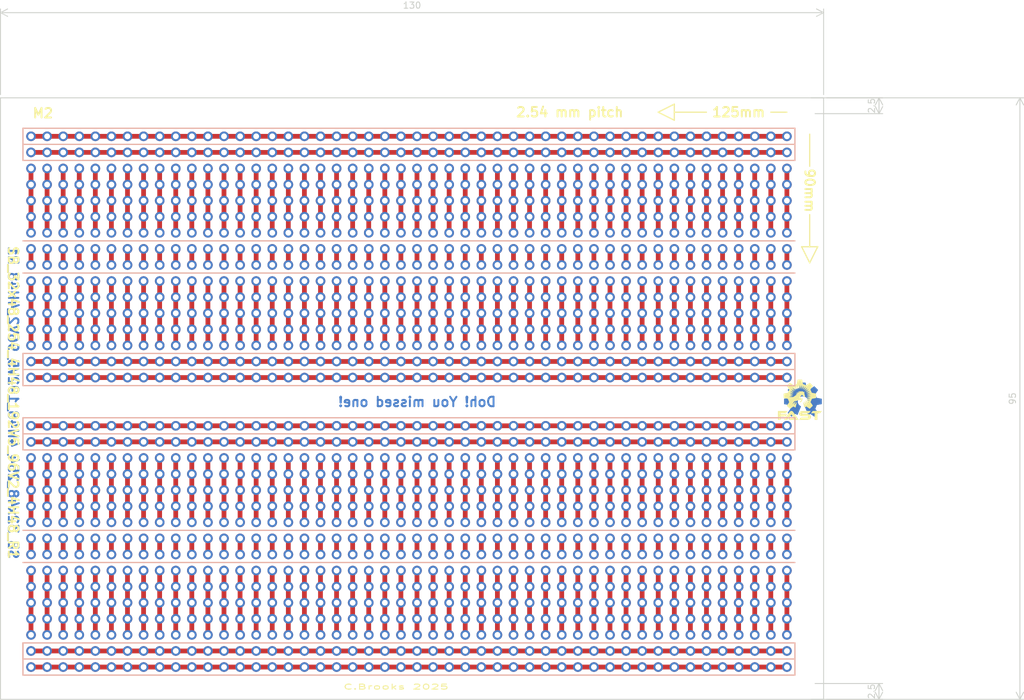
<source format=kicad_pcb>
(kicad_pcb (version 20241229) (generator "pcbnew") (generator_version "9.0")
  (layers (0 "F.Cu" signal) (2 "B.Cu" signal) (13 "F.Paste" user) (15 "B.Paste" user) (5 "F.SilkS" user "F.Silkscreen") (7 "B.SilkS" user "B.Silkscreen") (1 "F.Mask" user) (3 "B.Mask" user) (25 "Edge.Cuts" user))
  (net 0 "")
  (footprint "Mounting_Holes:MountingHole_2.2mm_M2" (layer "F.Cu") (at 201 139.87 -90)
    (property "Reference" "REF**" (hide yes))
    (property "Value" "MountingHole_2.2mm_M2" (hide yes))
  )
  (footprint "Mounting_Holes:MountingHole_2.2mm_M2" (layer "F.Cu") (at 201 49.87 -90)
    (property "Reference" "REF**" (hide yes))
    (property "Value" "MountingHole_2.2mm_M2" (hide yes))
  )
  (footprint "Mounting_Holes:MountingHole_2.2mm_M2" (layer "F.Cu") (at 76 139.87 -90)
    (property "Reference" "REF**" (hide yes))
    (property "Value" "MountingHole_2.2mm_M2" (hide yes))
  )
  (footprint "Mounting_Holes:MountingHole_2.2mm_M2" (layer "F.Cu") (at 76 49.87 -90)
    (property "Reference" "REF**" (hide yes))
    (property "Value" "MountingHole_2.2mm_M2" (hide yes))
  )
  (footprint "kml-custom:FAST-Logo-Small" (layer "F.Cu") (at 199.786485 94.911137)
    (property "Reference" "G***" (hide yes))
    (property "Value" "LOGO" (hide yes))
  )
  (footprint "kml-custom:OSHW_Logo_6mm" (layer "F.Cu") (at 200.218234 95.275)
    (property "Reference" "Ref**" (hide yes))
    (property "Value" "Val**" (hide yes))
  )
  (gr_line (start 201.3 73.43) (end 200.03 70.89) (stroke (width 0.2)) (layer "F.SilkS"))
  (gr_line (start 201.3 65.81) (end 201.3 70.89) (stroke (width 0.2)) (layer "F.SilkS"))
  (gr_line (start 201.3 70.89) (end 202.57 70.89) (stroke (width 0.2)) (layer "F.SilkS"))
  (gr_line (start 202.57 70.89) (end 201.3 73.43) (stroke (width 0.2)) (layer "F.SilkS"))
  (gr_line (start 200.03 70.89) (end 201.3 70.89) (stroke (width 0.2)) (layer "F.SilkS"))
  (gr_line (start 177.38 49.64) (end 179.92 50.91) (stroke (width 0.2)) (layer "F.SilkS"))
  (gr_line (start 179.92 48.37) (end 177.38 49.64) (stroke (width 0.2)) (layer "F.SilkS"))
  (gr_line (start 179.92 50.91) (end 179.92 49.64) (stroke (width 0.2)) (layer "F.SilkS"))
  (gr_line (start 197.7 49.64) (end 195.16 49.64) (stroke (width 0.2)) (layer "F.SilkS"))
  (gr_line (start 179.92 49.64) (end 179.92 48.37) (stroke (width 0.2)) (layer "F.SilkS"))
  (gr_line (start 185 49.64) (end 179.92 49.64) (stroke (width 0.2)) (layer "F.SilkS"))
  (gr_line (start 201.3 53.11) (end 201.3 58.19) (stroke (width 0.2)) (layer "F.SilkS"))
  (gr_line (start 198.97 120.76) (end 77.05 120.76) (stroke (width 0.2)) (layer "B.SilkS"))
  (gr_line (start 198.97 52.18) (end 77.05 52.18) (stroke (width 0.2)) (layer "B.SilkS"))
  (gr_line (start 198.97 87.74) (end 77.05 87.74) (stroke (width 0.2)) (layer "B.SilkS"))
  (gr_line (start 77.05 75.04) (end 198.97 75.04) (stroke (width 0.2)) (layer "B.SilkS"))
  (gr_line (start 198.97 57.26) (end 198.97 52.18) (stroke (width 0.2)) (layer "B.SilkS"))
  (gr_line (start 198.97 133.46) (end 198.97 138.54) (stroke (width 0.2)) (layer "B.SilkS"))
  (gr_line (start 77.05 92.82) (end 77.05 90.28) (stroke (width 0.2)) (layer "B.SilkS"))
  (gr_line (start 198.97 69.96) (end 77.05 69.96) (stroke (width 0.2)) (layer "B.SilkS"))
  (gr_line (start 198.97 87.74) (end 198.97 90.28) (stroke (width 0.2)) (layer "B.SilkS"))
  (gr_line (start 198.97 90.28) (end 198.97 92.82) (stroke (width 0.2)) (layer "B.SilkS"))
  (gr_line (start 198.97 92.82) (end 77.05 92.82) (stroke (width 0.2)) (layer "B.SilkS"))
  (gr_line (start 77.05 136) (end 198.97 136) (stroke (width 0.2)) (layer "B.SilkS"))
  (gr_line (start 77.05 138.54) (end 77.05 133.46) (stroke (width 0.2)) (layer "B.SilkS"))
  (gr_line (start 77.05 133.46) (end 198.97 133.46) (stroke (width 0.2)) (layer "B.SilkS"))
  (gr_line (start 77.05 54.72) (end 198.97 54.72) (stroke (width 0.2)) (layer "B.SilkS"))
  (gr_line (start 77.05 102.98) (end 77.05 97.9) (stroke (width 0.2)) (layer "B.SilkS"))
  (gr_line (start 77.05 115.68) (end 198.97 115.68) (stroke (width 0.2)) (layer "B.SilkS"))
  (gr_line (start 198.97 102.98) (end 77.05 102.98) (stroke (width 0.2)) (layer "B.SilkS"))
  (gr_line (start 198.97 138.54) (end 77.05 138.54) (stroke (width 0.2)) (layer "B.SilkS"))
  (gr_line (start 198.97 100.44) (end 77.05 100.44) (stroke (width 0.2)) (layer "B.SilkS"))
  (gr_line (start 77.05 57.26) (end 198.97 57.26) (stroke (width 0.2)) (layer "B.SilkS"))
  (gr_line (start 198.97 97.9) (end 198.97 102.98) (stroke (width 0.2)) (layer "B.SilkS"))
  (gr_line (start 77.05 87.74) (end 77.05 90.28) (stroke (width 0.2)) (layer "B.SilkS"))
  (gr_line (start 77.05 133.46) (end 77.05 136) (stroke (width 0.2)) (layer "B.SilkS"))
  (gr_line (start 77.05 97.9) (end 198.97 97.9) (stroke (width 0.2)) (layer "B.SilkS"))
  (gr_line (start 77.05 52.18) (end 77.05 57.26) (stroke (width 0.2)) (layer "B.SilkS"))
  (gr_line (start 77.05 90.28) (end 198.97 90.28) (stroke (width 0.2)) (layer "B.SilkS"))
  (gr_rect (start 73.5 47.37) (end 203.5 142.37) (stroke (width 0.15)) (fill no) (layer "Edge.Cuts"))
  (gr_text "SB_32x48_254_4H48_192V5_96V2_4H48_R1" (at 75.5 95.5 -90) (layer "B.Cu") (effects (font (size 1.5 1.5) (thickness 0.3)) (justify mirror)))
  (gr_text "Doh! You missed one!" (at 139.3 95.4 0) (layer "B.Cu") (effects (font (size 1.5 1.5) (thickness 0.3)) (justify mirror)))
  (gr_text "C.Brooks 2025" (at 135.97 140.4 0) (layer "F.SilkS") (effects (font (size 0.8 1.5) (thickness 0.15625))))
  (gr_text "2.54 mm pitch" (at 163.41 49.64 0) (layer "F.SilkS") (effects (font (size 1.5 1.5) (thickness 0.3))))
  (gr_text "125mm" (at 190.08 49.64 0) (layer "F.SilkS") (effects (font (size 1.5 1.5) (thickness 0.3))))
  (gr_text "SB_32x48_254_4H48_192V5_96V2_4H48_R1" (at 75.5 95.5 270) (layer "F.SilkS") (effects (font (size 1.5 1.5) (thickness 0.3))))
  (gr_text "90mm" (at 201.3 62 270) (layer "F.SilkS") (effects (font (size 1.5 1.5) (thickness 0.3))))
  (gr_text "M2" (at 80.2 49.8 0) (layer "F.SilkS") (effects (font (size 1.5 1.5) (thickness 0.3))))
  (dimension (type orthogonal) (layer "Edge.Cuts") (pts (xy 73.5 47.37) (xy 203.5 47.37)) (height -13.45) (orientation 0) (format (prefix "") (suffix "") (units 3) (units_format 0) (precision 4) (suppress_zeroes yes)) (style (thickness 0.15) (arrow_length 1.27) (text_position_mode 0) (arrow_direction outward) (extension_height 0.58642) (extension_offset 0.5) (keep_text_aligned yes)) (gr_text "130" (at 138.5 32.77 0) (layer "Edge.Cuts") (effects (font (size 1 1) (thickness 0.15)))))
  (dimension (type orthogonal) (layer "Edge.Cuts") (pts (xy 201.01 47.37) (xy 201 49.87)) (height 11.24) (orientation 1) (format (prefix "") (suffix "") (units 3) (units_format 0) (precision 4) (suppress_zeroes yes)) (style (thickness 0.15) (arrow_length 1.27) (text_position_mode 0) (arrow_direction outward) (extension_height 0.58642) (extension_offset 0.5) (keep_text_aligned yes)) (gr_text "2.5" (at 211.1 48.62 90) (layer "Edge.Cuts") (effects (font (size 1 1) (thickness 0.15)))))
  (dimension (type orthogonal) (layer "Edge.Cuts") (pts (xy 203.5 47.37) (xy 203.5 142.37)) (height 31) (orientation 1) (format (prefix "") (suffix "") (units 3) (units_format 0) (precision 4) (suppress_zeroes yes)) (style (thickness 0.15) (arrow_length 1.27) (text_position_mode 0) (arrow_direction outward) (extension_height 0.58642) (extension_offset 0.5) (keep_text_aligned yes)) (gr_text "95" (at 233.35 94.87 90) (layer "Edge.Cuts") (effects (font (size 1 1) (thickness 0.15)))))
  (dimension (type orthogonal) (layer "Edge.Cuts") (pts (xy 201 139.87) (xy 201 142.37)) (height 11.24) (orientation 1) (format (prefix "") (suffix "") (units 3) (units_format 0) (precision 4) (suppress_zeroes yes)) (style (thickness 0.15) (arrow_length 1.27) (text_position_mode 0) (arrow_direction outward) (extension_height 0.58642) (extension_offset 0.5) (keep_text_aligned yes)) (gr_text "2.5" (at 211.09 141.12 90) (layer "Edge.Cuts") (effects (font (size 1 1) (thickness 0.15)))))
  (segment (start 195.16 122.03) (end 195.16 124.57) (width 0.75) (layers "F.Cu" "F.Mask") (net 0))
  (segment (start 195.16 124.57) (end 195.16 127.11) (width 0.75) (layers "F.Cu" "F.Mask") (net 0))
  (segment (start 195.16 127.11) (end 195.16 129.65) (width 0.75) (layers "F.Cu" "F.Mask") (net 0))
  (segment (start 195.16 129.65) (end 195.16 132.19) (width 0.75) (layers "F.Cu" "F.Mask") (net 0))
  (segment (start 192.62 122.03) (end 192.62 124.57) (width 0.75) (layers "F.Cu" "F.Mask") (net 0))
  (segment (start 192.62 124.57) (end 192.62 127.11) (width 0.75) (layers "F.Cu" "F.Mask") (net 0))
  (segment (start 192.62 127.11) (end 192.62 129.65) (width 0.75) (layers "F.Cu" "F.Mask") (net 0))
  (segment (start 192.62 129.65) (end 192.62 132.19) (width 0.75) (layers "F.Cu" "F.Mask") (net 0))
  (segment (start 190.08 122.03) (end 190.08 124.57) (width 0.75) (layers "F.Cu" "F.Mask") (net 0))
  (segment (start 190.08 124.57) (end 190.08 127.11) (width 0.75) (layers "F.Cu" "F.Mask") (net 0))
  (segment (start 190.08 127.11) (end 190.08 129.65) (width 0.75) (layers "F.Cu" "F.Mask") (net 0))
  (segment (start 190.08 129.65) (end 190.08 132.19) (width 0.75) (layers "F.Cu" "F.Mask") (net 0))
  (segment (start 187.54 122.03) (end 187.54 124.57) (width 0.75) (layers "F.Cu" "F.Mask") (net 0))
  (segment (start 187.54 124.57) (end 187.54 127.11) (width 0.75) (layers "F.Cu" "F.Mask") (net 0))
  (segment (start 187.54 127.11) (end 187.54 129.65) (width 0.75) (layers "F.Cu" "F.Mask") (net 0))
  (segment (start 187.54 129.65) (end 187.54 132.19) (width 0.75) (layers "F.Cu" "F.Mask") (net 0))
  (segment (start 185 122.03) (end 185 124.57) (width 0.75) (layers "F.Cu" "F.Mask") (net 0))
  (segment (start 185 124.57) (end 185 127.11) (width 0.75) (layers "F.Cu" "F.Mask") (net 0))
  (segment (start 185 127.11) (end 185 129.65) (width 0.75) (layers "F.Cu" "F.Mask") (net 0))
  (segment (start 185 129.65) (end 185 132.19) (width 0.75) (layers "F.Cu" "F.Mask") (net 0))
  (segment (start 182.46 129.65) (end 182.46 132.19) (width 0.75) (layers "F.Cu" "F.Mask") (net 0))
  (segment (start 179.92 129.65) (end 179.92 132.19) (width 0.75) (layers "F.Cu" "F.Mask") (net 0))
  (segment (start 182.46 127.11) (end 182.46 129.65) (width 0.75) (layers "F.Cu" "F.Mask") (net 0))
  (segment (start 179.92 127.11) (end 179.92 129.65) (width 0.75) (layers "F.Cu" "F.Mask") (net 0))
  (segment (start 182.46 122.03) (end 182.46 124.57) (width 0.75) (layers "F.Cu" "F.Mask") (net 0))
  (segment (start 182.46 124.57) (end 182.46 127.11) (width 0.75) (layers "F.Cu" "F.Mask") (net 0))
  (segment (start 179.92 124.57) (end 179.92 127.11) (width 0.75) (layers "F.Cu" "F.Mask") (net 0))
  (segment (start 179.92 122.03) (end 179.92 124.57) (width 0.75) (layers "F.Cu" "F.Mask") (net 0))
  (segment (start 177.38 124.57) (end 177.38 127.11) (width 0.75) (layers "F.Cu" "F.Mask") (net 0))
  (segment (start 174.84 124.57) (end 174.84 127.11) (width 0.75) (layers "F.Cu" "F.Mask") (net 0))
  (segment (start 177.38 122.03) (end 177.38 124.57) (width 0.75) (layers "F.Cu" "F.Mask") (net 0))
  (segment (start 169.76 124.57) (end 169.76 127.11) (width 0.75) (layers "F.Cu" "F.Mask") (net 0))
  (segment (start 174.84 122.03) (end 174.84 124.57) (width 0.75) (layers "F.Cu" "F.Mask") (net 0))
  (segment (start 172.3 124.57) (end 172.3 127.11) (width 0.75) (layers "F.Cu" "F.Mask") (net 0))
  (segment (start 172.3 122.03) (end 172.3 124.57) (width 0.75) (layers "F.Cu" "F.Mask") (net 0))
  (segment (start 169.76 122.03) (end 169.76 124.57) (width 0.75) (layers "F.Cu" "F.Mask") (net 0))
  (segment (start 177.38 129.65) (end 177.38 132.19) (width 0.75) (layers "F.Cu" "F.Mask") (net 0))
  (segment (start 172.3 129.65) (end 172.3 132.19) (width 0.75) (layers "F.Cu" "F.Mask") (net 0))
  (segment (start 177.38 127.11) (end 177.38 129.65) (width 0.75) (layers "F.Cu" "F.Mask") (net 0))
  (segment (start 174.84 129.65) (end 174.84 132.19) (width 0.75) (layers "F.Cu" "F.Mask") (net 0))
  (segment (start 174.84 127.11) (end 174.84 129.65) (width 0.75) (layers "F.Cu" "F.Mask") (net 0))
  (segment (start 169.76 129.65) (end 169.76 132.19) (width 0.75) (layers "F.Cu" "F.Mask") (net 0))
  (segment (start 172.3 127.11) (end 172.3 129.65) (width 0.75) (layers "F.Cu" "F.Mask") (net 0))
  (segment (start 169.76 127.11) (end 169.76 129.65) (width 0.75) (layers "F.Cu" "F.Mask") (net 0))
  (segment (start 164.68 127.11) (end 164.68 129.65) (width 0.75) (layers "F.Cu" "F.Mask") (net 0))
  (segment (start 164.68 129.65) (end 164.68 132.19) (width 0.75) (layers "F.Cu" "F.Mask") (net 0))
  (segment (start 167.22 129.65) (end 167.22 132.19) (width 0.75) (layers "F.Cu" "F.Mask") (net 0))
  (segment (start 167.22 127.11) (end 167.22 129.65) (width 0.75) (layers "F.Cu" "F.Mask") (net 0))
  (segment (start 164.68 122.03) (end 164.68 124.57) (width 0.75) (layers "F.Cu" "F.Mask") (net 0))
  (segment (start 164.68 124.57) (end 164.68 127.11) (width 0.75) (layers "F.Cu" "F.Mask") (net 0))
  (segment (start 167.22 124.57) (end 167.22 127.11) (width 0.75) (layers "F.Cu" "F.Mask") (net 0))
  (segment (start 167.22 122.03) (end 167.22 124.57) (width 0.75) (layers "F.Cu" "F.Mask") (net 0))
  (segment (start 159.6 122.03) (end 159.6 124.57) (width 0.75) (layers "F.Cu" "F.Mask") (net 0))
  (segment (start 162.14 122.03) (end 162.14 124.57) (width 0.75) (layers "F.Cu" "F.Mask") (net 0))
  (segment (start 162.14 124.57) (end 162.14 127.11) (width 0.75) (layers "F.Cu" "F.Mask") (net 0))
  (segment (start 159.6 124.57) (end 159.6 127.11) (width 0.75) (layers "F.Cu" "F.Mask") (net 0))
  (segment (start 159.6 127.11) (end 159.6 129.65) (width 0.75) (layers "F.Cu" "F.Mask") (net 0))
  (segment (start 159.6 129.65) (end 159.6 132.19) (width 0.75) (layers "F.Cu" "F.Mask") (net 0))
  (segment (start 162.14 129.65) (end 162.14 132.19) (width 0.75) (layers "F.Cu" "F.Mask") (net 0))
  (segment (start 162.14 127.11) (end 162.14 129.65) (width 0.75) (layers "F.Cu" "F.Mask") (net 0))
  (segment (start 144.36 129.65) (end 144.36 132.19) (width 0.75) (layers "F.Cu" "F.Mask") (net 0))
  (segment (start 139.28 127.11) (end 139.28 129.65) (width 0.75) (layers "F.Cu" "F.Mask") (net 0))
  (segment (start 139.28 129.65) (end 139.28 132.19) (width 0.75) (layers "F.Cu" "F.Mask") (net 0))
  (segment (start 141.82 129.65) (end 141.82 132.19) (width 0.75) (layers "F.Cu" "F.Mask") (net 0))
  (segment (start 146.9 127.11) (end 146.9 129.65) (width 0.75) (layers "F.Cu" "F.Mask") (net 0))
  (segment (start 146.9 129.65) (end 146.9 132.19) (width 0.75) (layers "F.Cu" "F.Mask") (net 0))
  (segment (start 141.82 127.11) (end 141.82 129.65) (width 0.75) (layers "F.Cu" "F.Mask") (net 0))
  (segment (start 144.36 127.11) (end 144.36 129.65) (width 0.75) (layers "F.Cu" "F.Mask") (net 0))
  (segment (start 151.98 129.65) (end 151.98 132.19) (width 0.75) (layers "F.Cu" "F.Mask") (net 0))
  (segment (start 154.52 129.65) (end 154.52 132.19) (width 0.75) (layers "F.Cu" "F.Mask") (net 0))
  (segment (start 149.44 127.11) (end 149.44 129.65) (width 0.75) (layers "F.Cu" "F.Mask") (net 0))
  (segment (start 154.52 127.11) (end 154.52 129.65) (width 0.75) (layers "F.Cu" "F.Mask") (net 0))
  (segment (start 151.98 127.11) (end 151.98 129.65) (width 0.75) (layers "F.Cu" "F.Mask") (net 0))
  (segment (start 157.06 127.11) (end 157.06 129.65) (width 0.75) (layers "F.Cu" "F.Mask") (net 0))
  (segment (start 157.06 129.65) (end 157.06 132.19) (width 0.75) (layers "F.Cu" "F.Mask") (net 0))
  (segment (start 149.44 129.65) (end 149.44 132.19) (width 0.75) (layers "F.Cu" "F.Mask") (net 0))
  (segment (start 146.9 122.03) (end 146.9 124.57) (width 0.75) (layers "F.Cu" "F.Mask") (net 0))
  (segment (start 151.98 124.57) (end 151.98 127.11) (width 0.75) (layers "F.Cu" "F.Mask") (net 0))
  (segment (start 149.44 122.03) (end 149.44 124.57) (width 0.75) (layers "F.Cu" "F.Mask") (net 0))
  (segment (start 151.98 122.03) (end 151.98 124.57) (width 0.75) (layers "F.Cu" "F.Mask") (net 0))
  (segment (start 146.9 124.57) (end 146.9 127.11) (width 0.75) (layers "F.Cu" "F.Mask") (net 0))
  (segment (start 149.44 124.57) (end 149.44 127.11) (width 0.75) (layers "F.Cu" "F.Mask") (net 0))
  (segment (start 141.82 124.57) (end 141.82 127.11) (width 0.75) (layers "F.Cu" "F.Mask") (net 0))
  (segment (start 139.28 122.03) (end 139.28 124.57) (width 0.75) (layers "F.Cu" "F.Mask") (net 0))
  (segment (start 141.82 122.03) (end 141.82 124.57) (width 0.75) (layers "F.Cu" "F.Mask") (net 0))
  (segment (start 144.36 124.57) (end 144.36 127.11) (width 0.75) (layers "F.Cu" "F.Mask") (net 0))
  (segment (start 139.28 124.57) (end 139.28 127.11) (width 0.75) (layers "F.Cu" "F.Mask") (net 0))
  (segment (start 144.36 122.03) (end 144.36 124.57) (width 0.75) (layers "F.Cu" "F.Mask") (net 0))
  (segment (start 154.52 124.57) (end 154.52 127.11) (width 0.75) (layers "F.Cu" "F.Mask") (net 0))
  (segment (start 154.52 122.03) (end 154.52 124.57) (width 0.75) (layers "F.Cu" "F.Mask") (net 0))
  (segment (start 157.06 122.03) (end 157.06 124.57) (width 0.75) (layers "F.Cu" "F.Mask") (net 0))
  (segment (start 157.06 124.57) (end 157.06 127.11) (width 0.75) (layers "F.Cu" "F.Mask") (net 0))
  (segment (start 136.74 127.11) (end 136.74 129.65) (width 0.75) (layers "F.Cu" "F.Mask") (net 0))
  (segment (start 134.2 127.11) (end 134.2 129.65) (width 0.75) (layers "F.Cu" "F.Mask") (net 0))
  (segment (start 136.74 129.65) (end 136.74 132.19) (width 0.75) (layers "F.Cu" "F.Mask") (net 0))
  (segment (start 134.2 129.65) (end 134.2 132.19) (width 0.75) (layers "F.Cu" "F.Mask") (net 0))
  (segment (start 136.74 122.03) (end 136.74 124.57) (width 0.75) (layers "F.Cu" "F.Mask") (net 0))
  (segment (start 134.2 122.03) (end 134.2 124.57) (width 0.75) (layers "F.Cu" "F.Mask") (net 0))
  (segment (start 134.2 124.57) (end 134.2 127.11) (width 0.75) (layers "F.Cu" "F.Mask") (net 0))
  (segment (start 136.74 124.57) (end 136.74 127.11) (width 0.75) (layers "F.Cu" "F.Mask") (net 0))
  (segment (start 129.12 124.57) (end 129.12 127.11) (width 0.75) (layers "F.Cu" "F.Mask") (net 0))
  (segment (start 131.66 122.03) (end 131.66 124.57) (width 0.75) (layers "F.Cu" "F.Mask") (net 0))
  (segment (start 131.66 124.57) (end 131.66 127.11) (width 0.75) (layers "F.Cu" "F.Mask") (net 0))
  (segment (start 129.12 122.03) (end 129.12 124.57) (width 0.75) (layers "F.Cu" "F.Mask") (net 0))
  (segment (start 131.66 127.11) (end 131.66 129.65) (width 0.75) (layers "F.Cu" "F.Mask") (net 0))
  (segment (start 129.12 129.65) (end 129.12 132.19) (width 0.75) (layers "F.Cu" "F.Mask") (net 0))
  (segment (start 129.12 127.11) (end 129.12 129.65) (width 0.75) (layers "F.Cu" "F.Mask") (net 0))
  (segment (start 131.66 129.65) (end 131.66 132.19) (width 0.75) (layers "F.Cu" "F.Mask") (net 0))
  (segment (start 126.58 129.65) (end 126.58 132.19) (width 0.75) (layers "F.Cu" "F.Mask") (net 0))
  (segment (start 124.04 129.65) (end 124.04 132.19) (width 0.75) (layers "F.Cu" "F.Mask") (net 0))
  (segment (start 124.04 127.11) (end 124.04 129.65) (width 0.75) (layers "F.Cu" "F.Mask") (net 0))
  (segment (start 126.58 127.11) (end 126.58 129.65) (width 0.75) (layers "F.Cu" "F.Mask") (net 0))
  (segment (start 118.96 124.57) (end 118.96 127.11) (width 0.75) (layers "F.Cu" "F.Mask") (net 0))
  (segment (start 118.96 122.03) (end 118.96 124.57) (width 0.75) (layers "F.Cu" "F.Mask") (net 0))
  (segment (start 121.5 122.03) (end 121.5 124.57) (width 0.75) (layers "F.Cu" "F.Mask") (net 0))
  (segment (start 121.5 124.57) (end 121.5 127.11) (width 0.75) (layers "F.Cu" "F.Mask") (net 0))
  (segment (start 126.58 122.03) (end 126.58 124.57) (width 0.75) (layers "F.Cu" "F.Mask") (net 0))
  (segment (start 126.58 124.57) (end 126.58 127.11) (width 0.75) (layers "F.Cu" "F.Mask") (net 0))
  (segment (start 124.04 122.03) (end 124.04 124.57) (width 0.75) (layers "F.Cu" "F.Mask") (net 0))
  (segment (start 124.04 124.57) (end 124.04 127.11) (width 0.75) (layers "F.Cu" "F.Mask") (net 0))
  (segment (start 118.96 129.65) (end 118.96 132.19) (width 0.75) (layers "F.Cu" "F.Mask") (net 0))
  (segment (start 118.96 127.11) (end 118.96 129.65) (width 0.75) (layers "F.Cu" "F.Mask") (net 0))
  (segment (start 121.5 129.65) (end 121.5 132.19) (width 0.75) (layers "F.Cu" "F.Mask") (net 0))
  (segment (start 121.5 127.11) (end 121.5 129.65) (width 0.75) (layers "F.Cu" "F.Mask") (net 0))
  (segment (start 108.8 124.57) (end 108.8 127.11) (width 0.75) (layers "F.Cu" "F.Mask") (net 0))
  (segment (start 111.34 124.57) (end 111.34 127.11) (width 0.75) (layers "F.Cu" "F.Mask") (net 0))
  (segment (start 108.8 122.03) (end 108.8 124.57) (width 0.75) (layers "F.Cu" "F.Mask") (net 0))
  (segment (start 106.26 124.57) (end 106.26 127.11) (width 0.75) (layers "F.Cu" "F.Mask") (net 0))
  (segment (start 106.26 122.03) (end 106.26 124.57) (width 0.75) (layers "F.Cu" "F.Mask") (net 0))
  (segment (start 111.34 122.03) (end 111.34 124.57) (width 0.75) (layers "F.Cu" "F.Mask") (net 0))
  (segment (start 113.88 124.57) (end 113.88 127.11) (width 0.75) (layers "F.Cu" "F.Mask") (net 0))
  (segment (start 116.42 124.57) (end 116.42 127.11) (width 0.75) (layers "F.Cu" "F.Mask") (net 0))
  (segment (start 113.88 122.03) (end 113.88 124.57) (width 0.75) (layers "F.Cu" "F.Mask") (net 0))
  (segment (start 116.42 122.03) (end 116.42 124.57) (width 0.75) (layers "F.Cu" "F.Mask") (net 0))
  (segment (start 116.42 127.11) (end 116.42 129.65) (width 0.75) (layers "F.Cu" "F.Mask") (net 0))
  (segment (start 113.88 129.65) (end 113.88 132.19) (width 0.75) (layers "F.Cu" "F.Mask") (net 0))
  (segment (start 116.42 129.65) (end 116.42 132.19) (width 0.75) (layers "F.Cu" "F.Mask") (net 0))
  (segment (start 111.34 129.65) (end 111.34 132.19) (width 0.75) (layers "F.Cu" "F.Mask") (net 0))
  (segment (start 113.88 127.11) (end 113.88 129.65) (width 0.75) (layers "F.Cu" "F.Mask") (net 0))
  (segment (start 111.34 127.11) (end 111.34 129.65) (width 0.75) (layers "F.Cu" "F.Mask") (net 0))
  (segment (start 106.26 127.11) (end 106.26 129.65) (width 0.75) (layers "F.Cu" "F.Mask") (net 0))
  (segment (start 108.8 127.11) (end 108.8 129.65) (width 0.75) (layers "F.Cu" "F.Mask") (net 0))
  (segment (start 108.8 129.65) (end 108.8 132.19) (width 0.75) (layers "F.Cu" "F.Mask") (net 0))
  (segment (start 106.26 129.65) (end 106.26 132.19) (width 0.75) (layers "F.Cu" "F.Mask") (net 0))
  (segment (start 88.48 127.11) (end 88.48 129.65) (width 0.75) (layers "F.Cu" "F.Mask") (net 0))
  (segment (start 85.94 127.11) (end 85.94 129.65) (width 0.75) (layers "F.Cu" "F.Mask") (net 0))
  (segment (start 91.02 127.11) (end 91.02 129.65) (width 0.75) (layers "F.Cu" "F.Mask") (net 0))
  (segment (start 83.4 129.65) (end 83.4 132.19) (width 0.75) (layers "F.Cu" "F.Mask") (net 0))
  (segment (start 91.02 129.65) (end 91.02 132.19) (width 0.75) (layers "F.Cu" "F.Mask") (net 0))
  (segment (start 88.48 129.65) (end 88.48 132.19) (width 0.75) (layers "F.Cu" "F.Mask") (net 0))
  (segment (start 83.4 127.11) (end 83.4 129.65) (width 0.75) (layers "F.Cu" "F.Mask") (net 0))
  (segment (start 85.94 129.65) (end 85.94 132.19) (width 0.75) (layers "F.Cu" "F.Mask") (net 0))
  (segment (start 93.56 124.57) (end 93.56 127.11) (width 0.75) (layers "F.Cu" "F.Mask") (net 0))
  (segment (start 96.1 122.03) (end 96.1 124.57) (width 0.75) (layers "F.Cu" "F.Mask") (net 0))
  (segment (start 96.1 124.57) (end 96.1 127.11) (width 0.75) (layers "F.Cu" "F.Mask") (net 0))
  (segment (start 93.56 122.03) (end 93.56 124.57) (width 0.75) (layers "F.Cu" "F.Mask") (net 0))
  (segment (start 85.94 124.57) (end 85.94 127.11) (width 0.75) (layers "F.Cu" "F.Mask") (net 0))
  (segment (start 91.02 124.57) (end 91.02 127.11) (width 0.75) (layers "F.Cu" "F.Mask") (net 0))
  (segment (start 91.02 122.03) (end 91.02 124.57) (width 0.75) (layers "F.Cu" "F.Mask") (net 0))
  (segment (start 88.48 124.57) (end 88.48 127.11) (width 0.75) (layers "F.Cu" "F.Mask") (net 0))
  (segment (start 88.48 122.03) (end 88.48 124.57) (width 0.75) (layers "F.Cu" "F.Mask") (net 0))
  (segment (start 85.94 122.03) (end 85.94 124.57) (width 0.75) (layers "F.Cu" "F.Mask") (net 0))
  (segment (start 93.56 129.65) (end 93.56 132.19) (width 0.75) (layers "F.Cu" "F.Mask") (net 0))
  (segment (start 96.1 129.65) (end 96.1 132.19) (width 0.75) (layers "F.Cu" "F.Mask") (net 0))
  (segment (start 93.56 127.11) (end 93.56 129.65) (width 0.75) (layers "F.Cu" "F.Mask") (net 0))
  (segment (start 103.72 129.65) (end 103.72 132.19) (width 0.75) (layers "F.Cu" "F.Mask") (net 0))
  (segment (start 101.18 129.65) (end 101.18 132.19) (width 0.75) (layers "F.Cu" "F.Mask") (net 0))
  (segment (start 96.1 127.11) (end 96.1 129.65) (width 0.75) (layers "F.Cu" "F.Mask") (net 0))
  (segment (start 98.64 129.65) (end 98.64 132.19) (width 0.75) (layers "F.Cu" "F.Mask") (net 0))
  (segment (start 101.18 124.57) (end 101.18 127.11) (width 0.75) (layers "F.Cu" "F.Mask") (net 0))
  (segment (start 103.72 124.57) (end 103.72 127.11) (width 0.75) (layers "F.Cu" "F.Mask") (net 0))
  (segment (start 98.64 122.03) (end 98.64 124.57) (width 0.75) (layers "F.Cu" "F.Mask") (net 0))
  (segment (start 101.18 122.03) (end 101.18 124.57) (width 0.75) (layers "F.Cu" "F.Mask") (net 0))
  (segment (start 103.72 122.03) (end 103.72 124.57) (width 0.75) (layers "F.Cu" "F.Mask") (net 0))
  (segment (start 83.4 124.57) (end 83.4 127.11) (width 0.75) (layers "F.Cu" "F.Mask") (net 0))
  (segment (start 78.32 122.03) (end 78.32 124.57) (width 0.75) (layers "F.Cu" "F.Mask") (net 0))
  (segment (start 80.86 122.03) (end 80.86 124.57) (width 0.75) (layers "F.Cu" "F.Mask") (net 0))
  (segment (start 80.86 124.57) (end 80.86 127.11) (width 0.75) (layers "F.Cu" "F.Mask") (net 0))
  (segment (start 83.4 122.03) (end 83.4 124.57) (width 0.75) (layers "F.Cu" "F.Mask") (net 0))
  (segment (start 78.32 124.57) (end 78.32 127.11) (width 0.75) (layers "F.Cu" "F.Mask") (net 0))
  (segment (start 78.32 127.11) (end 78.32 129.65) (width 0.75) (layers "F.Cu" "F.Mask") (net 0))
  (segment (start 80.86 129.65) (end 80.86 132.19) (width 0.75) (layers "F.Cu" "F.Mask") (net 0))
  (segment (start 80.86 127.11) (end 80.86 129.65) (width 0.75) (layers "F.Cu" "F.Mask") (net 0))
  (segment (start 78.32 129.65) (end 78.32 132.19) (width 0.75) (layers "F.Cu" "F.Mask") (net 0))
  (segment (start 98.64 127.11) (end 98.64 129.65) (width 0.75) (layers "F.Cu" "F.Mask") (net 0))
  (segment (start 101.18 127.11) (end 101.18 129.65) (width 0.75) (layers "F.Cu" "F.Mask") (net 0))
  (segment (start 98.64 124.57) (end 98.64 127.11) (width 0.75) (layers "F.Cu" "F.Mask") (net 0))
  (segment (start 103.72 127.11) (end 103.72 129.65) (width 0.75) (layers "F.Cu" "F.Mask") (net 0))
  (segment (start 195.16 116.95) (end 195.16 119.49) (width 0.75) (layers "F.Cu" "F.Mask") (net 0))
  (segment (start 192.62 116.95) (end 192.62 119.49) (width 0.75) (layers "F.Cu" "F.Mask") (net 0))
  (segment (start 190.08 116.95) (end 190.08 119.49) (width 0.75) (layers "F.Cu" "F.Mask") (net 0))
  (segment (start 187.54 116.95) (end 187.54 119.49) (width 0.75) (layers "F.Cu" "F.Mask") (net 0))
  (segment (start 185 116.95) (end 185 119.49) (width 0.75) (layers "F.Cu" "F.Mask") (net 0))
  (segment (start 177.38 116.95) (end 177.38 119.49) (width 0.75) (layers "F.Cu" "F.Mask") (net 0))
  (segment (start 172.3 116.95) (end 172.3 119.49) (width 0.75) (layers "F.Cu" "F.Mask") (net 0))
  (segment (start 169.76 116.95) (end 169.76 119.49) (width 0.75) (layers "F.Cu" "F.Mask") (net 0))
  (segment (start 182.46 116.95) (end 182.46 119.49) (width 0.75) (layers "F.Cu" "F.Mask") (net 0))
  (segment (start 179.92 116.95) (end 179.92 119.49) (width 0.75) (layers "F.Cu" "F.Mask") (net 0))
  (segment (start 174.84 116.95) (end 174.84 119.49) (width 0.75) (layers "F.Cu" "F.Mask") (net 0))
  (segment (start 164.68 116.95) (end 164.68 119.49) (width 0.75) (layers "F.Cu" "F.Mask") (net 0))
  (segment (start 159.6 116.95) (end 159.6 119.49) (width 0.75) (layers "F.Cu" "F.Mask") (net 0))
  (segment (start 167.22 116.95) (end 167.22 119.49) (width 0.75) (layers "F.Cu" "F.Mask") (net 0))
  (segment (start 162.14 116.95) (end 162.14 119.49) (width 0.75) (layers "F.Cu" "F.Mask") (net 0))
  (segment (start 157.06 116.95) (end 157.06 119.49) (width 0.75) (layers "F.Cu" "F.Mask") (net 0))
  (segment (start 154.52 116.95) (end 154.52 119.49) (width 0.75) (layers "F.Cu" "F.Mask") (net 0))
  (segment (start 141.82 116.95) (end 141.82 119.49) (width 0.75) (layers "F.Cu" "F.Mask") (net 0))
  (segment (start 149.44 116.95) (end 149.44 119.49) (width 0.75) (layers "F.Cu" "F.Mask") (net 0))
  (segment (start 139.28 116.95) (end 139.28 119.49) (width 0.75) (layers "F.Cu" "F.Mask") (net 0))
  (segment (start 151.98 116.95) (end 151.98 119.49) (width 0.75) (layers "F.Cu" "F.Mask") (net 0))
  (segment (start 144.36 116.95) (end 144.36 119.49) (width 0.75) (layers "F.Cu" "F.Mask") (net 0))
  (segment (start 146.9 116.95) (end 146.9 119.49) (width 0.75) (layers "F.Cu" "F.Mask") (net 0))
  (segment (start 131.66 116.95) (end 131.66 119.49) (width 0.75) (layers "F.Cu" "F.Mask") (net 0))
  (segment (start 129.12 116.95) (end 129.12 119.49) (width 0.75) (layers "F.Cu" "F.Mask") (net 0))
  (segment (start 136.74 116.95) (end 136.74 119.49) (width 0.75) (layers "F.Cu" "F.Mask") (net 0))
  (segment (start 134.2 116.95) (end 134.2 119.49) (width 0.75) (layers "F.Cu" "F.Mask") (net 0))
  (segment (start 113.88 116.95) (end 113.88 119.49) (width 0.75) (layers "F.Cu" "F.Mask") (net 0))
  (segment (start 116.42 116.95) (end 116.42 119.49) (width 0.75) (layers "F.Cu" "F.Mask") (net 0))
  (segment (start 108.8 116.95) (end 108.8 119.49) (width 0.75) (layers "F.Cu" "F.Mask") (net 0))
  (segment (start 111.34 116.95) (end 111.34 119.49) (width 0.75) (layers "F.Cu" "F.Mask") (net 0))
  (segment (start 124.04 116.95) (end 124.04 119.49) (width 0.75) (layers "F.Cu" "F.Mask") (net 0))
  (segment (start 121.5 116.95) (end 121.5 119.49) (width 0.75) (layers "F.Cu" "F.Mask") (net 0))
  (segment (start 126.58 116.95) (end 126.58 119.49) (width 0.75) (layers "F.Cu" "F.Mask") (net 0))
  (segment (start 118.96 116.95) (end 118.96 119.49) (width 0.75) (layers "F.Cu" "F.Mask") (net 0))
  (segment (start 106.26 116.95) (end 106.26 119.49) (width 0.75) (layers "F.Cu" "F.Mask") (net 0))
  (segment (start 98.64 116.95) (end 98.64 119.49) (width 0.75) (layers "F.Cu" "F.Mask") (net 0))
  (segment (start 96.1 116.95) (end 96.1 119.49) (width 0.75) (layers "F.Cu" "F.Mask") (net 0))
  (segment (start 103.72 116.95) (end 103.72 119.49) (width 0.75) (layers "F.Cu" "F.Mask") (net 0))
  (segment (start 93.56 116.95) (end 93.56 119.49) (width 0.75) (layers "F.Cu" "F.Mask") (net 0))
  (segment (start 101.18 116.95) (end 101.18 119.49) (width 0.75) (layers "F.Cu" "F.Mask") (net 0))
  (segment (start 91.02 116.95) (end 91.02 119.49) (width 0.75) (layers "F.Cu" "F.Mask") (net 0))
  (segment (start 88.48 116.95) (end 88.48 119.49) (width 0.75) (layers "F.Cu" "F.Mask") (net 0))
  (segment (start 85.94 116.95) (end 85.94 119.49) (width 0.75) (layers "F.Cu" "F.Mask") (net 0))
  (segment (start 83.4 116.95) (end 83.4 119.49) (width 0.75) (layers "F.Cu" "F.Mask") (net 0))
  (segment (start 78.32 116.95) (end 78.32 119.49) (width 0.75) (layers "F.Cu" "F.Mask") (net 0))
  (segment (start 80.86 116.95) (end 80.86 119.49) (width 0.75) (layers "F.Cu" "F.Mask") (net 0))
  (segment (start 195.16 111.87) (end 195.16 114.41) (width 0.75) (layers "F.Cu" "F.Mask") (net 0))
  (segment (start 195.16 109.33) (end 195.16 111.87) (width 0.75) (layers "F.Cu" "F.Mask") (net 0))
  (segment (start 197.7 109.33) (end 197.7 111.87) (width 0.75) (layers "F.Cu" "F.Mask") (net 0))
  (segment (start 197.7 111.87) (end 197.7 114.41) (width 0.75) (layers "F.Cu" "F.Mask") (net 0))
  (segment (start 197.7 106.79) (end 197.7 109.33) (width 0.75) (layers "F.Cu" "F.Mask") (net 0))
  (segment (start 195.16 106.79) (end 195.16 109.33) (width 0.75) (layers "F.Cu" "F.Mask") (net 0))
  (segment (start 195.16 104.25) (end 195.16 106.79) (width 0.75) (layers "F.Cu" "F.Mask") (net 0))
  (segment (start 197.7 104.25) (end 197.7 106.79) (width 0.75) (layers "F.Cu" "F.Mask") (net 0))
  (segment (start 190.08 104.25) (end 190.08 106.79) (width 0.75) (layers "F.Cu" "F.Mask") (net 0))
  (segment (start 190.08 106.79) (end 190.08 109.33) (width 0.75) (layers "F.Cu" "F.Mask") (net 0))
  (segment (start 192.62 104.25) (end 192.62 106.79) (width 0.75) (layers "F.Cu" "F.Mask") (net 0))
  (segment (start 192.62 106.79) (end 192.62 109.33) (width 0.75) (layers "F.Cu" "F.Mask") (net 0))
  (segment (start 192.62 111.87) (end 192.62 114.41) (width 0.75) (layers "F.Cu" "F.Mask") (net 0))
  (segment (start 190.08 111.87) (end 190.08 114.41) (width 0.75) (layers "F.Cu" "F.Mask") (net 0))
  (segment (start 192.62 109.33) (end 192.62 111.87) (width 0.75) (layers "F.Cu" "F.Mask") (net 0))
  (segment (start 190.08 109.33) (end 190.08 111.87) (width 0.75) (layers "F.Cu" "F.Mask") (net 0))
  (segment (start 187.54 109.33) (end 187.54 111.87) (width 0.75) (layers "F.Cu" "F.Mask") (net 0))
  (segment (start 185 111.87) (end 185 114.41) (width 0.75) (layers "F.Cu" "F.Mask") (net 0))
  (segment (start 187.54 111.87) (end 187.54 114.41) (width 0.75) (layers "F.Cu" "F.Mask") (net 0))
  (segment (start 185 109.33) (end 185 111.87) (width 0.75) (layers "F.Cu" "F.Mask") (net 0))
  (segment (start 182.46 106.79) (end 182.46 109.33) (width 0.75) (layers "F.Cu" "F.Mask") (net 0))
  (segment (start 182.46 104.25) (end 182.46 106.79) (width 0.75) (layers "F.Cu" "F.Mask") (net 0))
  (segment (start 179.92 106.79) (end 179.92 109.33) (width 0.75) (layers "F.Cu" "F.Mask") (net 0))
  (segment (start 179.92 104.25) (end 179.92 106.79) (width 0.75) (layers "F.Cu" "F.Mask") (net 0))
  (segment (start 185 106.79) (end 185 109.33) (width 0.75) (layers "F.Cu" "F.Mask") (net 0))
  (segment (start 187.54 106.79) (end 187.54 109.33) (width 0.75) (layers "F.Cu" "F.Mask") (net 0))
  (segment (start 185 104.25) (end 185 106.79) (width 0.75) (layers "F.Cu" "F.Mask") (net 0))
  (segment (start 187.54 104.25) (end 187.54 106.79) (width 0.75) (layers "F.Cu" "F.Mask") (net 0))
  (segment (start 182.46 109.33) (end 182.46 111.87) (width 0.75) (layers "F.Cu" "F.Mask") (net 0))
  (segment (start 179.92 111.87) (end 179.92 114.41) (width 0.75) (layers "F.Cu" "F.Mask") (net 0))
  (segment (start 179.92 109.33) (end 179.92 111.87) (width 0.75) (layers "F.Cu" "F.Mask") (net 0))
  (segment (start 182.46 111.87) (end 182.46 114.41) (width 0.75) (layers "F.Cu" "F.Mask") (net 0))
  (segment (start 177.38 111.87) (end 177.38 114.41) (width 0.75) (layers "F.Cu" "F.Mask") (net 0))
  (segment (start 174.84 111.87) (end 174.84 114.41) (width 0.75) (layers "F.Cu" "F.Mask") (net 0))
  (segment (start 174.84 104.25) (end 174.84 106.79) (width 0.75) (layers "F.Cu" "F.Mask") (net 0))
  (segment (start 177.38 106.79) (end 177.38 109.33) (width 0.75) (layers "F.Cu" "F.Mask") (net 0))
  (segment (start 177.38 109.33) (end 177.38 111.87) (width 0.75) (layers "F.Cu" "F.Mask") (net 0))
  (segment (start 174.84 106.79) (end 174.84 109.33) (width 0.75) (layers "F.Cu" "F.Mask") (net 0))
  (segment (start 174.84 109.33) (end 174.84 111.87) (width 0.75) (layers "F.Cu" "F.Mask") (net 0))
  (segment (start 177.38 104.25) (end 177.38 106.79) (width 0.75) (layers "F.Cu" "F.Mask") (net 0))
  (segment (start 154.52 104.25) (end 154.52 106.79) (width 0.75) (layers "F.Cu" "F.Mask") (net 0))
  (segment (start 154.52 106.79) (end 154.52 109.33) (width 0.75) (layers "F.Cu" "F.Mask") (net 0))
  (segment (start 157.06 104.25) (end 157.06 106.79) (width 0.75) (layers "F.Cu" "F.Mask") (net 0))
  (segment (start 157.06 106.79) (end 157.06 109.33) (width 0.75) (layers "F.Cu" "F.Mask") (net 0))
  (segment (start 159.6 106.79) (end 159.6 109.33) (width 0.75) (layers "F.Cu" "F.Mask") (net 0))
  (segment (start 157.06 109.33) (end 157.06 111.87) (width 0.75) (layers "F.Cu" "F.Mask") (net 0))
  (segment (start 159.6 111.87) (end 159.6 114.41) (width 0.75) (layers "F.Cu" "F.Mask") (net 0))
  (segment (start 154.52 109.33) (end 154.52 111.87) (width 0.75) (layers "F.Cu" "F.Mask") (net 0))
  (segment (start 159.6 109.33) (end 159.6 111.87) (width 0.75) (layers "F.Cu" "F.Mask") (net 0))
  (segment (start 154.52 111.87) (end 154.52 114.41) (width 0.75) (layers "F.Cu" "F.Mask") (net 0))
  (segment (start 157.06 111.87) (end 157.06 114.41) (width 0.75) (layers "F.Cu" "F.Mask") (net 0))
  (segment (start 162.14 111.87) (end 162.14 114.41) (width 0.75) (layers "F.Cu" "F.Mask") (net 0))
  (segment (start 167.22 109.33) (end 167.22 111.87) (width 0.75) (layers "F.Cu" "F.Mask") (net 0))
  (segment (start 169.76 109.33) (end 169.76 111.87) (width 0.75) (layers "F.Cu" "F.Mask") (net 0))
  (segment (start 167.22 111.87) (end 167.22 114.41) (width 0.75) (layers "F.Cu" "F.Mask") (net 0))
  (segment (start 172.3 109.33) (end 172.3 111.87) (width 0.75) (layers "F.Cu" "F.Mask") (net 0))
  (segment (start 169.76 111.87) (end 169.76 114.41) (width 0.75) (layers "F.Cu" "F.Mask") (net 0))
  (segment (start 172.3 111.87) (end 172.3 114.41) (width 0.75) (layers "F.Cu" "F.Mask") (net 0))
  (segment (start 164.68 111.87) (end 164.68 114.41) (width 0.75) (layers "F.Cu" "F.Mask") (net 0))
  (segment (start 164.68 106.79) (end 164.68 109.33) (width 0.75) (layers "F.Cu" "F.Mask") (net 0))
  (segment (start 162.14 106.79) (end 162.14 109.33) (width 0.75) (layers "F.Cu" "F.Mask") (net 0))
  (segment (start 162.14 109.33) (end 162.14 111.87) (width 0.75) (layers "F.Cu" "F.Mask") (net 0))
  (segment (start 164.68 109.33) (end 164.68 111.87) (width 0.75) (layers "F.Cu" "F.Mask") (net 0))
  (segment (start 167.22 106.79) (end 167.22 109.33) (width 0.75) (layers "F.Cu" "F.Mask") (net 0))
  (segment (start 172.3 106.79) (end 172.3 109.33) (width 0.75) (layers "F.Cu" "F.Mask") (net 0))
  (segment (start 169.76 106.79) (end 169.76 109.33) (width 0.75) (layers "F.Cu" "F.Mask") (net 0))
  (segment (start 169.76 104.25) (end 169.76 106.79) (width 0.75) (layers "F.Cu" "F.Mask") (net 0))
  (segment (start 172.3 104.25) (end 172.3 106.79) (width 0.75) (layers "F.Cu" "F.Mask") (net 0))
  (segment (start 159.6 104.25) (end 159.6 106.79) (width 0.75) (layers "F.Cu" "F.Mask") (net 0))
  (segment (start 162.14 104.25) (end 162.14 106.79) (width 0.75) (layers "F.Cu" "F.Mask") (net 0))
  (segment (start 167.22 104.25) (end 167.22 106.79) (width 0.75) (layers "F.Cu" "F.Mask") (net 0))
  (segment (start 164.68 104.25) (end 164.68 106.79) (width 0.75) (layers "F.Cu" "F.Mask") (net 0))
  (segment (start 111.34 106.79) (end 111.34 109.33) (width 0.75) (layers "F.Cu" "F.Mask") (net 0))
  (segment (start 108.8 104.25) (end 108.8 106.79) (width 0.75) (layers "F.Cu" "F.Mask") (net 0))
  (segment (start 111.34 104.25) (end 111.34 106.79) (width 0.75) (layers "F.Cu" "F.Mask") (net 0))
  (segment (start 106.26 104.25) (end 106.26 106.79) (width 0.75) (layers "F.Cu" "F.Mask") (net 0))
  (segment (start 103.72 104.25) (end 103.72 106.79) (width 0.75) (layers "F.Cu" "F.Mask") (net 0))
  (segment (start 103.72 111.87) (end 103.72 114.41) (width 0.75) (layers "F.Cu" "F.Mask") (net 0))
  (segment (start 98.64 111.87) (end 98.64 114.41) (width 0.75) (layers "F.Cu" "F.Mask") (net 0))
  (segment (start 96.1 109.33) (end 96.1 111.87) (width 0.75) (layers "F.Cu" "F.Mask") (net 0))
  (segment (start 98.64 109.33) (end 98.64 111.87) (width 0.75) (layers "F.Cu" "F.Mask") (net 0))
  (segment (start 101.18 109.33) (end 101.18 111.87) (width 0.75) (layers "F.Cu" "F.Mask") (net 0))
  (segment (start 96.1 111.87) (end 96.1 114.41) (width 0.75) (layers "F.Cu" "F.Mask") (net 0))
  (segment (start 101.18 111.87) (end 101.18 114.41) (width 0.75) (layers "F.Cu" "F.Mask") (net 0))
  (segment (start 106.26 106.79) (end 106.26 109.33) (width 0.75) (layers "F.Cu" "F.Mask") (net 0))
  (segment (start 103.72 109.33) (end 103.72 111.87) (width 0.75) (layers "F.Cu" "F.Mask") (net 0))
  (segment (start 103.72 106.79) (end 103.72 109.33) (width 0.75) (layers "F.Cu" "F.Mask") (net 0))
  (segment (start 108.8 106.79) (end 108.8 109.33) (width 0.75) (layers "F.Cu" "F.Mask") (net 0))
  (segment (start 106.26 109.33) (end 106.26 111.87) (width 0.75) (layers "F.Cu" "F.Mask") (net 0))
  (segment (start 108.8 109.33) (end 108.8 111.87) (width 0.75) (layers "F.Cu" "F.Mask") (net 0))
  (segment (start 101.18 104.25) (end 101.18 106.79) (width 0.75) (layers "F.Cu" "F.Mask") (net 0))
  (segment (start 98.64 106.79) (end 98.64 109.33) (width 0.75) (layers "F.Cu" "F.Mask") (net 0))
  (segment (start 96.1 106.79) (end 96.1 109.33) (width 0.75) (layers "F.Cu" "F.Mask") (net 0))
  (segment (start 98.64 104.25) (end 98.64 106.79) (width 0.75) (layers "F.Cu" "F.Mask") (net 0))
  (segment (start 101.18 106.79) (end 101.18 109.33) (width 0.75) (layers "F.Cu" "F.Mask") (net 0))
  (segment (start 111.34 109.33) (end 111.34 111.87) (width 0.75) (layers "F.Cu" "F.Mask") (net 0))
  (segment (start 111.34 111.87) (end 111.34 114.41) (width 0.75) (layers "F.Cu" "F.Mask") (net 0))
  (segment (start 106.26 111.87) (end 106.26 114.41) (width 0.75) (layers "F.Cu" "F.Mask") (net 0))
  (segment (start 108.8 111.87) (end 108.8 114.41) (width 0.75) (layers "F.Cu" "F.Mask") (net 0))
  (segment (start 96.1 104.25) (end 96.1 106.79) (width 0.75) (layers "F.Cu" "F.Mask") (net 0))
  (segment (start 141.82 111.87) (end 141.82 114.41) (width 0.75) (layers "F.Cu" "F.Mask") (net 0))
  (segment (start 141.82 109.33) (end 141.82 111.87) (width 0.75) (layers "F.Cu" "F.Mask") (net 0))
  (segment (start 139.28 109.33) (end 139.28 111.87) (width 0.75) (layers "F.Cu" "F.Mask") (net 0))
  (segment (start 139.28 111.87) (end 139.28 114.41) (width 0.75) (layers "F.Cu" "F.Mask") (net 0))
  (segment (start 136.74 111.87) (end 136.74 114.41) (width 0.75) (layers "F.Cu" "F.Mask") (net 0))
  (segment (start 134.2 111.87) (end 134.2 114.41) (width 0.75) (layers "F.Cu" "F.Mask") (net 0))
  (segment (start 144.36 104.25) (end 144.36 106.79) (width 0.75) (layers "F.Cu" "F.Mask") (net 0))
  (segment (start 139.28 106.79) (end 139.28 109.33) (width 0.75) (layers "F.Cu" "F.Mask") (net 0))
  (segment (start 144.36 106.79) (end 144.36 109.33) (width 0.75) (layers "F.Cu" "F.Mask") (net 0))
  (segment (start 139.28 104.25) (end 139.28 106.79) (width 0.75) (layers "F.Cu" "F.Mask") (net 0))
  (segment (start 141.82 106.79) (end 141.82 109.33) (width 0.75) (layers "F.Cu" "F.Mask") (net 0))
  (segment (start 134.2 109.33) (end 134.2 111.87) (width 0.75) (layers "F.Cu" "F.Mask") (net 0))
  (segment (start 136.74 104.25) (end 136.74 106.79) (width 0.75) (layers "F.Cu" "F.Mask") (net 0))
  (segment (start 136.74 106.79) (end 136.74 109.33) (width 0.75) (layers "F.Cu" "F.Mask") (net 0))
  (segment (start 136.74 109.33) (end 136.74 111.87) (width 0.75) (layers "F.Cu" "F.Mask") (net 0))
  (segment (start 134.2 104.25) (end 134.2 106.79) (width 0.75) (layers "F.Cu" "F.Mask") (net 0))
  (segment (start 134.2 106.79) (end 134.2 109.33) (width 0.75) (layers "F.Cu" "F.Mask") (net 0))
  (segment (start 141.82 104.25) (end 141.82 106.79) (width 0.75) (layers "F.Cu" "F.Mask") (net 0))
  (segment (start 116.42 104.25) (end 116.42 106.79) (width 0.75) (layers "F.Cu" "F.Mask") (net 0))
  (segment (start 113.88 106.79) (end 113.88 109.33) (width 0.75) (layers "F.Cu" "F.Mask") (net 0))
  (segment (start 113.88 104.25) (end 113.88 106.79) (width 0.75) (layers "F.Cu" "F.Mask") (net 0))
  (segment (start 118.96 104.25) (end 118.96 106.79) (width 0.75) (layers "F.Cu" "F.Mask") (net 0))
  (segment (start 116.42 106.79) (end 116.42 109.33) (width 0.75) (layers "F.Cu" "F.Mask") (net 0))
  (segment (start 116.42 109.33) (end 116.42 111.87) (width 0.75) (layers "F.Cu" "F.Mask") (net 0))
  (segment (start 118.96 111.87) (end 118.96 114.41) (width 0.75) (layers "F.Cu" "F.Mask") (net 0))
  (segment (start 113.88 109.33) (end 113.88 111.87) (width 0.75) (layers "F.Cu" "F.Mask") (net 0))
  (segment (start 113.88 111.87) (end 113.88 114.41) (width 0.75) (layers "F.Cu" "F.Mask") (net 0))
  (segment (start 116.42 111.87) (end 116.42 114.41) (width 0.75) (layers "F.Cu" "F.Mask") (net 0))
  (segment (start 131.66 106.79) (end 131.66 109.33) (width 0.75) (layers "F.Cu" "F.Mask") (net 0))
  (segment (start 129.12 104.25) (end 129.12 106.79) (width 0.75) (layers "F.Cu" "F.Mask") (net 0))
  (segment (start 131.66 104.25) (end 131.66 106.79) (width 0.75) (layers "F.Cu" "F.Mask") (net 0))
  (segment (start 126.58 106.79) (end 126.58 109.33) (width 0.75) (layers "F.Cu" "F.Mask") (net 0))
  (segment (start 129.12 106.79) (end 129.12 109.33) (width 0.75) (layers "F.Cu" "F.Mask") (net 0))
  (segment (start 131.66 109.33) (end 131.66 111.87) (width 0.75) (layers "F.Cu" "F.Mask") (net 0))
  (segment (start 124.04 109.33) (end 124.04 111.87) (width 0.75) (layers "F.Cu" "F.Mask") (net 0))
  (segment (start 129.12 109.33) (end 129.12 111.87) (width 0.75) (layers "F.Cu" "F.Mask") (net 0))
  (segment (start 124.04 111.87) (end 124.04 114.41) (width 0.75) (layers "F.Cu" "F.Mask") (net 0))
  (segment (start 131.66 111.87) (end 131.66 114.41) (width 0.75) (layers "F.Cu" "F.Mask") (net 0))
  (segment (start 126.58 111.87) (end 126.58 114.41) (width 0.75) (layers "F.Cu" "F.Mask") (net 0))
  (segment (start 126.58 109.33) (end 126.58 111.87) (width 0.75) (layers "F.Cu" "F.Mask") (net 0))
  (segment (start 129.12 111.87) (end 129.12 114.41) (width 0.75) (layers "F.Cu" "F.Mask") (net 0))
  (segment (start 118.96 109.33) (end 118.96 111.87) (width 0.75) (layers "F.Cu" "F.Mask") (net 0))
  (segment (start 121.5 111.87) (end 121.5 114.41) (width 0.75) (layers "F.Cu" "F.Mask") (net 0))
  (segment (start 121.5 109.33) (end 121.5 111.87) (width 0.75) (layers "F.Cu" "F.Mask") (net 0))
  (segment (start 121.5 106.79) (end 121.5 109.33) (width 0.75) (layers "F.Cu" "F.Mask") (net 0))
  (segment (start 118.96 106.79) (end 118.96 109.33) (width 0.75) (layers "F.Cu" "F.Mask") (net 0))
  (segment (start 124.04 106.79) (end 124.04 109.33) (width 0.75) (layers "F.Cu" "F.Mask") (net 0))
  (segment (start 124.04 104.25) (end 124.04 106.79) (width 0.75) (layers "F.Cu" "F.Mask") (net 0))
  (segment (start 126.58 104.25) (end 126.58 106.79) (width 0.75) (layers "F.Cu" "F.Mask") (net 0))
  (segment (start 121.5 104.25) (end 121.5 106.79) (width 0.75) (layers "F.Cu" "F.Mask") (net 0))
  (segment (start 78.32 109.33) (end 78.32 111.87) (width 0.75) (layers "F.Cu" "F.Mask") (net 0))
  (segment (start 80.86 109.33) (end 80.86 111.87) (width 0.75) (layers "F.Cu" "F.Mask") (net 0))
  (segment (start 83.4 109.33) (end 83.4 111.87) (width 0.75) (layers "F.Cu" "F.Mask") (net 0))
  (segment (start 83.4 111.87) (end 83.4 114.41) (width 0.75) (layers "F.Cu" "F.Mask") (net 0))
  (segment (start 78.32 111.87) (end 78.32 114.41) (width 0.75) (layers "F.Cu" "F.Mask") (net 0))
  (segment (start 85.94 111.87) (end 85.94 114.41) (width 0.75) (layers "F.Cu" "F.Mask") (net 0))
  (segment (start 80.86 111.87) (end 80.86 114.41) (width 0.75) (layers "F.Cu" "F.Mask") (net 0))
  (segment (start 88.48 111.87) (end 88.48 114.41) (width 0.75) (layers "F.Cu" "F.Mask") (net 0))
  (segment (start 93.56 106.79) (end 93.56 109.33) (width 0.75) (layers "F.Cu" "F.Mask") (net 0))
  (segment (start 93.56 111.87) (end 93.56 114.41) (width 0.75) (layers "F.Cu" "F.Mask") (net 0))
  (segment (start 91.02 111.87) (end 91.02 114.41) (width 0.75) (layers "F.Cu" "F.Mask") (net 0))
  (segment (start 93.56 109.33) (end 93.56 111.87) (width 0.75) (layers "F.Cu" "F.Mask") (net 0))
  (segment (start 85.94 109.33) (end 85.94 111.87) (width 0.75) (layers "F.Cu" "F.Mask") (net 0))
  (segment (start 88.48 109.33) (end 88.48 111.87) (width 0.75) (layers "F.Cu" "F.Mask") (net 0))
  (segment (start 91.02 106.79) (end 91.02 109.33) (width 0.75) (layers "F.Cu" "F.Mask") (net 0))
  (segment (start 91.02 109.33) (end 91.02 111.87) (width 0.75) (layers "F.Cu" "F.Mask") (net 0))
  (segment (start 88.48 106.79) (end 88.48 109.33) (width 0.75) (layers "F.Cu" "F.Mask") (net 0))
  (segment (start 85.94 106.79) (end 85.94 109.33) (width 0.75) (layers "F.Cu" "F.Mask") (net 0))
  (segment (start 80.86 104.25) (end 80.86 106.79) (width 0.75) (layers "F.Cu" "F.Mask") (net 0))
  (segment (start 78.32 106.79) (end 78.32 109.33) (width 0.75) (layers "F.Cu" "F.Mask") (net 0))
  (segment (start 78.32 104.25) (end 78.32 106.79) (width 0.75) (layers "F.Cu" "F.Mask") (net 0))
  (segment (start 83.4 106.79) (end 83.4 109.33) (width 0.75) (layers "F.Cu" "F.Mask") (net 0))
  (segment (start 80.86 106.79) (end 80.86 109.33) (width 0.75) (layers "F.Cu" "F.Mask") (net 0))
  (segment (start 93.56 104.25) (end 93.56 106.79) (width 0.75) (layers "F.Cu" "F.Mask") (net 0))
  (segment (start 88.48 104.25) (end 88.48 106.79) (width 0.75) (layers "F.Cu" "F.Mask") (net 0))
  (segment (start 91.02 104.25) (end 91.02 106.79) (width 0.75) (layers "F.Cu" "F.Mask") (net 0))
  (segment (start 85.94 104.25) (end 85.94 106.79) (width 0.75) (layers "F.Cu" "F.Mask") (net 0))
  (segment (start 83.4 104.25) (end 83.4 106.79) (width 0.75) (layers "F.Cu" "F.Mask") (net 0))
  (segment (start 149.44 111.87) (end 149.44 114.41) (width 0.75) (layers "F.Cu" "F.Mask") (net 0))
  (segment (start 149.44 109.33) (end 149.44 111.87) (width 0.75) (layers "F.Cu" "F.Mask") (net 0))
  (segment (start 151.98 109.33) (end 151.98 111.87) (width 0.75) (layers "F.Cu" "F.Mask") (net 0))
  (segment (start 151.98 111.87) (end 151.98 114.41) (width 0.75) (layers "F.Cu" "F.Mask") (net 0))
  (segment (start 149.44 106.79) (end 149.44 109.33) (width 0.75) (layers "F.Cu" "F.Mask") (net 0))
  (segment (start 149.44 104.25) (end 149.44 106.79) (width 0.75) (layers "F.Cu" "F.Mask") (net 0))
  (segment (start 151.98 106.79) (end 151.98 109.33) (width 0.75) (layers "F.Cu" "F.Mask") (net 0))
  (segment (start 146.9 106.79) (end 146.9 109.33) (width 0.75) (layers "F.Cu" "F.Mask") (net 0))
  (segment (start 146.9 104.25) (end 146.9 106.79) (width 0.75) (layers "F.Cu" "F.Mask") (net 0))
  (segment (start 146.9 111.87) (end 146.9 114.41) (width 0.75) (layers "F.Cu" "F.Mask") (net 0))
  (segment (start 144.36 109.33) (end 144.36 111.87) (width 0.75) (layers "F.Cu" "F.Mask") (net 0))
  (segment (start 146.9 109.33) (end 146.9 111.87) (width 0.75) (layers "F.Cu" "F.Mask") (net 0))
  (segment (start 144.36 111.87) (end 144.36 114.41) (width 0.75) (layers "F.Cu" "F.Mask") (net 0))
  (segment (start 151.98 104.25) (end 151.98 106.79) (width 0.75) (layers "F.Cu" "F.Mask") (net 0))
  (segment (start 185 134.73) (end 182.46 134.73) (width 0.75) (layers "F.Cu" "F.Mask") (net 0))
  (segment (start 177.38 134.73) (end 174.84 134.73) (width 0.75) (layers "F.Cu" "F.Mask") (net 0))
  (segment (start 177.38 134.73) (end 179.92 134.73) (width 0.75) (layers "F.Cu" "F.Mask") (net 0))
  (segment (start 182.46 134.73) (end 179.92 134.73) (width 0.75) (layers "F.Cu" "F.Mask") (net 0))
  (segment (start 172.3 134.73) (end 169.76 134.73) (width 0.75) (layers "F.Cu" "F.Mask") (net 0))
  (segment (start 164.68 134.73) (end 162.14 134.73) (width 0.75) (layers "F.Cu" "F.Mask") (net 0))
  (segment (start 164.68 134.73) (end 167.22 134.73) (width 0.75) (layers "F.Cu" "F.Mask") (net 0))
  (segment (start 169.76 134.73) (end 167.22 134.73) (width 0.75) (layers "F.Cu" "F.Mask") (net 0))
  (segment (start 159.6 134.73) (end 157.06 134.73) (width 0.75) (layers "F.Cu" "F.Mask") (net 0))
  (segment (start 151.98 134.73) (end 149.44 134.73) (width 0.75) (layers "F.Cu" "F.Mask") (net 0))
  (segment (start 151.98 134.73) (end 154.52 134.73) (width 0.75) (layers "F.Cu" "F.Mask") (net 0))
  (segment (start 157.06 134.73) (end 154.52 134.73) (width 0.75) (layers "F.Cu" "F.Mask") (net 0))
  (segment (start 146.9 134.73) (end 144.36 134.73) (width 0.75) (layers "F.Cu" "F.Mask") (net 0))
  (segment (start 139.28 134.73) (end 136.74 134.73) (width 0.75) (layers "F.Cu" "F.Mask") (net 0))
  (segment (start 139.28 134.73) (end 141.82 134.73) (width 0.75) (layers "F.Cu" "F.Mask") (net 0))
  (segment (start 144.36 134.73) (end 141.82 134.73) (width 0.75) (layers "F.Cu" "F.Mask") (net 0))
  (segment (start 134.2 134.73) (end 131.66 134.73) (width 0.75) (layers "F.Cu" "F.Mask") (net 0))
  (segment (start 126.58 134.73) (end 124.04 134.73) (width 0.75) (layers "F.Cu" "F.Mask") (net 0))
  (segment (start 126.58 134.73) (end 129.12 134.73) (width 0.75) (layers "F.Cu" "F.Mask") (net 0))
  (segment (start 131.66 134.73) (end 129.12 134.73) (width 0.75) (layers "F.Cu" "F.Mask") (net 0))
  (segment (start 121.5 134.73) (end 118.96 134.73) (width 0.75) (layers "F.Cu" "F.Mask") (net 0))
  (segment (start 113.88 134.73) (end 111.34 134.73) (width 0.75) (layers "F.Cu" "F.Mask") (net 0))
  (segment (start 113.88 134.73) (end 116.42 134.73) (width 0.75) (layers "F.Cu" "F.Mask") (net 0))
  (segment (start 118.96 134.73) (end 116.42 134.73) (width 0.75) (layers "F.Cu" "F.Mask") (net 0))
  (segment (start 108.8 134.73) (end 106.26 134.73) (width 0.75) (layers "F.Cu" "F.Mask") (net 0))
  (segment (start 101.18 134.73) (end 98.64 134.73) (width 0.75) (layers "F.Cu" "F.Mask") (net 0))
  (segment (start 101.18 134.73) (end 103.72 134.73) (width 0.75) (layers "F.Cu" "F.Mask") (net 0))
  (segment (start 106.26 134.73) (end 103.72 134.73) (width 0.75) (layers "F.Cu" "F.Mask") (net 0))
  (segment (start 96.1 134.73) (end 93.56 134.73) (width 0.75) (layers "F.Cu" "F.Mask") (net 0))
  (segment (start 88.48 134.73) (end 85.94 134.73) (width 0.75) (layers "F.Cu" "F.Mask") (net 0))
  (segment (start 88.48 134.73) (end 91.02 134.73) (width 0.75) (layers "F.Cu" "F.Mask") (net 0))
  (segment (start 93.56 134.73) (end 91.02 134.73) (width 0.75) (layers "F.Cu" "F.Mask") (net 0))
  (segment (start 195.16 137.27) (end 192.62 137.27) (width 0.75) (layers "F.Cu" "F.Mask") (net 0))
  (segment (start 190.08 137.27) (end 187.54 137.27) (width 0.75) (layers "F.Cu" "F.Mask") (net 0))
  (segment (start 197.7 137.27) (end 195.16 137.27) (width 0.75) (layers "F.Cu" "F.Mask") (net 0))
  (segment (start 190.08 137.27) (end 192.62 137.27) (width 0.75) (layers "F.Cu" "F.Mask") (net 0))
  (segment (start 169.76 137.27) (end 167.22 137.27) (width 0.75) (layers "F.Cu" "F.Mask") (net 0))
  (segment (start 172.3 137.27) (end 169.76 137.27) (width 0.75) (layers "F.Cu" "F.Mask") (net 0))
  (segment (start 174.84 137.27) (end 172.3 137.27) (width 0.75) (layers "F.Cu" "F.Mask") (net 0))
  (segment (start 164.68 137.27) (end 167.22 137.27) (width 0.75) (layers "F.Cu" "F.Mask") (net 0))
  (segment (start 164.68 137.27) (end 162.14 137.27) (width 0.75) (layers "F.Cu" "F.Mask") (net 0))
  (segment (start 146.9 137.27) (end 144.36 137.27) (width 0.75) (layers "F.Cu" "F.Mask") (net 0))
  (segment (start 146.9 137.27) (end 149.44 137.27) (width 0.75) (layers "F.Cu" "F.Mask") (net 0))
  (segment (start 151.98 137.27) (end 149.44 137.27) (width 0.75) (layers "F.Cu" "F.Mask") (net 0))
  (segment (start 151.98 137.27) (end 154.52 137.27) (width 0.75) (layers "F.Cu" "F.Mask") (net 0))
  (segment (start 157.06 137.27) (end 154.52 137.27) (width 0.75) (layers "F.Cu" "F.Mask") (net 0))
  (segment (start 159.6 137.27) (end 157.06 137.27) (width 0.75) (layers "F.Cu" "F.Mask") (net 0))
  (segment (start 162.14 137.27) (end 159.6 137.27) (width 0.75) (layers "F.Cu" "F.Mask") (net 0))
  (segment (start 185 137.27) (end 182.46 137.27) (width 0.75) (layers "F.Cu" "F.Mask") (net 0))
  (segment (start 187.54 137.27) (end 185 137.27) (width 0.75) (layers "F.Cu" "F.Mask") (net 0))
  (segment (start 177.38 137.27) (end 174.84 137.27) (width 0.75) (layers "F.Cu" "F.Mask") (net 0))
  (segment (start 182.46 137.27) (end 179.92 137.27) (width 0.75) (layers "F.Cu" "F.Mask") (net 0))
  (segment (start 177.38 137.27) (end 179.92 137.27) (width 0.75) (layers "F.Cu" "F.Mask") (net 0))
  (segment (start 131.66 137.27) (end 129.12 137.27) (width 0.75) (layers "F.Cu" "F.Mask") (net 0))
  (segment (start 134.2 137.27) (end 131.66 137.27) (width 0.75) (layers "F.Cu" "F.Mask") (net 0))
  (segment (start 134.2 137.27) (end 136.74 137.27) (width 0.75) (layers "F.Cu" "F.Mask") (net 0))
  (segment (start 126.58 137.27) (end 129.12 137.27) (width 0.75) (layers "F.Cu" "F.Mask") (net 0))
  (segment (start 126.58 137.27) (end 124.04 137.27) (width 0.75) (layers "F.Cu" "F.Mask") (net 0))
  (segment (start 139.28 137.27) (end 141.82 137.27) (width 0.75) (layers "F.Cu" "F.Mask") (net 0))
  (segment (start 144.36 137.27) (end 141.82 137.27) (width 0.75) (layers "F.Cu" "F.Mask") (net 0))
  (segment (start 139.28 137.27) (end 136.74 137.27) (width 0.75) (layers "F.Cu" "F.Mask") (net 0))
  (segment (start 118.96 137.27) (end 116.42 137.27) (width 0.75) (layers "F.Cu" "F.Mask") (net 0))
  (segment (start 121.5 137.27) (end 118.96 137.27) (width 0.75) (layers "F.Cu" "F.Mask") (net 0))
  (segment (start 121.5 137.27) (end 124.04 137.27) (width 0.75) (layers "F.Cu" "F.Mask") (net 0))
  (segment (start 113.88 137.27) (end 116.42 137.27) (width 0.75) (layers "F.Cu" "F.Mask") (net 0))
  (segment (start 113.88 137.27) (end 111.34 137.27) (width 0.75) (layers "F.Cu" "F.Mask") (net 0))
  (segment (start 78.32 137.27) (end 80.86 137.27) (width 0.75) (layers "F.Cu" "F.Mask") (net 0))
  (segment (start 80.86 137.27) (end 83.4 137.27) (width 0.75) (layers "F.Cu" "F.Mask") (net 0))
  (segment (start 108.8 137.27) (end 106.26 137.27) (width 0.75) (layers "F.Cu" "F.Mask") (net 0))
  (segment (start 108.8 137.27) (end 111.34 137.27) (width 0.75) (layers "F.Cu" "F.Mask") (net 0))
  (segment (start 106.26 137.27) (end 103.72 137.27) (width 0.75) (layers "F.Cu" "F.Mask") (net 0))
  (segment (start 101.18 137.27) (end 103.72 137.27) (width 0.75) (layers "F.Cu" "F.Mask") (net 0))
  (segment (start 101.18 137.27) (end 98.64 137.27) (width 0.75) (layers "F.Cu" "F.Mask") (net 0))
  (segment (start 83.4 137.27) (end 85.94 137.27) (width 0.75) (layers "F.Cu" "F.Mask") (net 0))
  (segment (start 96.1 137.27) (end 98.64 137.27) (width 0.75) (layers "F.Cu" "F.Mask") (net 0))
  (segment (start 96.1 137.27) (end 93.56 137.27) (width 0.75) (layers "F.Cu" "F.Mask") (net 0))
  (segment (start 93.56 137.27) (end 91.02 137.27) (width 0.75) (layers "F.Cu" "F.Mask") (net 0))
  (segment (start 88.48 137.27) (end 85.94 137.27) (width 0.75) (layers "F.Cu" "F.Mask") (net 0))
  (segment (start 88.48 137.27) (end 91.02 137.27) (width 0.75) (layers "F.Cu" "F.Mask") (net 0))
  (segment (start 190.08 99.17) (end 192.62 99.17) (width 0.75) (layers "F.Cu" "F.Mask") (net 0))
  (segment (start 190.08 101.71) (end 187.54 101.71) (width 0.75) (layers "F.Cu" "F.Mask") (net 0))
  (segment (start 197.7 101.71) (end 195.16 101.71) (width 0.75) (layers "F.Cu" "F.Mask") (net 0))
  (segment (start 195.16 101.71) (end 192.62 101.71) (width 0.75) (layers "F.Cu" "F.Mask") (net 0))
  (segment (start 195.16 99.17) (end 192.62 99.17) (width 0.75) (layers "F.Cu" "F.Mask") (net 0))
  (segment (start 190.08 99.17) (end 187.54 99.17) (width 0.75) (layers "F.Cu" "F.Mask") (net 0))
  (segment (start 197.7 99.17) (end 195.16 99.17) (width 0.75) (layers "F.Cu" "F.Mask") (net 0))
  (segment (start 190.08 101.71) (end 192.62 101.71) (width 0.75) (layers "F.Cu" "F.Mask") (net 0))
  (segment (start 164.68 99.17) (end 162.14 99.17) (width 0.75) (layers "F.Cu" "F.Mask") (net 0))
  (segment (start 164.68 99.17) (end 167.22 99.17) (width 0.75) (layers "F.Cu" "F.Mask") (net 0))
  (segment (start 164.68 101.71) (end 167.22 101.71) (width 0.75) (layers "F.Cu" "F.Mask") (net 0))
  (segment (start 164.68 101.71) (end 162.14 101.71) (width 0.75) (layers "F.Cu" "F.Mask") (net 0))
  (segment (start 174.84 99.17) (end 172.3 99.17) (width 0.75) (layers "F.Cu" "F.Mask") (net 0))
  (segment (start 172.3 101.71) (end 169.76 101.71) (width 0.75) (layers "F.Cu" "F.Mask") (net 0))
  (segment (start 169.76 101.71) (end 167.22 101.71) (width 0.75) (layers "F.Cu" "F.Mask") (net 0))
  (segment (start 169.76 99.17) (end 167.22 99.17) (width 0.75) (layers "F.Cu" "F.Mask") (net 0))
  (segment (start 172.3 99.17) (end 169.76 99.17) (width 0.75) (layers "F.Cu" "F.Mask") (net 0))
  (segment (start 174.84 101.71) (end 172.3 101.71) (width 0.75) (layers "F.Cu" "F.Mask") (net 0))
  (segment (start 146.9 99.17) (end 144.36 99.17) (width 0.75) (layers "F.Cu" "F.Mask") (net 0))
  (segment (start 151.98 99.17) (end 154.52 99.17) (width 0.75) (layers "F.Cu" "F.Mask") (net 0))
  (segment (start 151.98 99.17) (end 149.44 99.17) (width 0.75) (layers "F.Cu" "F.Mask") (net 0))
  (segment (start 151.98 101.71) (end 154.52 101.71) (width 0.75) (layers "F.Cu" "F.Mask") (net 0))
  (segment (start 151.98 101.71) (end 149.44 101.71) (width 0.75) (layers "F.Cu" "F.Mask") (net 0))
  (segment (start 146.9 99.17) (end 149.44 99.17) (width 0.75) (layers "F.Cu" "F.Mask") (net 0))
  (segment (start 146.9 101.71) (end 149.44 101.71) (width 0.75) (layers "F.Cu" "F.Mask") (net 0))
  (segment (start 146.9 101.71) (end 144.36 101.71) (width 0.75) (layers "F.Cu" "F.Mask") (net 0))
  (segment (start 162.14 99.17) (end 159.6 99.17) (width 0.75) (layers "F.Cu" "F.Mask") (net 0))
  (segment (start 157.06 101.71) (end 154.52 101.71) (width 0.75) (layers "F.Cu" "F.Mask") (net 0))
  (segment (start 162.14 101.71) (end 159.6 101.71) (width 0.75) (layers "F.Cu" "F.Mask") (net 0))
  (segment (start 157.06 99.17) (end 154.52 99.17) (width 0.75) (layers "F.Cu" "F.Mask") (net 0))
  (segment (start 159.6 99.17) (end 157.06 99.17) (width 0.75) (layers "F.Cu" "F.Mask") (net 0))
  (segment (start 159.6 101.71) (end 157.06 101.71) (width 0.75) (layers "F.Cu" "F.Mask") (net 0))
  (segment (start 177.38 99.17) (end 174.84 99.17) (width 0.75) (layers "F.Cu" "F.Mask") (net 0))
  (segment (start 187.54 99.17) (end 185 99.17) (width 0.75) (layers "F.Cu" "F.Mask") (net 0))
  (segment (start 185 101.71) (end 182.46 101.71) (width 0.75) (layers "F.Cu" "F.Mask") (net 0))
  (segment (start 185 99.17) (end 182.46 99.17) (width 0.75) (layers "F.Cu" "F.Mask") (net 0))
  (segment (start 187.54 101.71) (end 185 101.71) (width 0.75) (layers "F.Cu" "F.Mask") (net 0))
  (segment (start 177.38 99.17) (end 179.92 99.17) (width 0.75) (layers "F.Cu" "F.Mask") (net 0))
  (segment (start 182.46 101.71) (end 179.92 101.71) (width 0.75) (layers "F.Cu" "F.Mask") (net 0))
  (segment (start 177.38 101.71) (end 174.84 101.71) (width 0.75) (layers "F.Cu" "F.Mask") (net 0))
  (segment (start 182.46 99.17) (end 179.92 99.17) (width 0.75) (layers "F.Cu" "F.Mask") (net 0))
  (segment (start 177.38 101.71) (end 179.92 101.71) (width 0.75) (layers "F.Cu" "F.Mask") (net 0))
  (segment (start 121.5 99.17) (end 124.04 99.17) (width 0.75) (layers "F.Cu" "F.Mask") (net 0))
  (segment (start 121.5 101.71) (end 124.04 101.71) (width 0.75) (layers "F.Cu" "F.Mask") (net 0))
  (segment (start 126.58 101.71) (end 129.12 101.71) (width 0.75) (layers "F.Cu" "F.Mask") (net 0))
  (segment (start 131.66 101.71) (end 129.12 101.71) (width 0.75) (layers "F.Cu" "F.Mask") (net 0))
  (segment (start 126.58 99.17) (end 129.12 99.17) (width 0.75) (layers "F.Cu" "F.Mask") (net 0))
  (segment (start 126.58 99.17) (end 124.04 99.17) (width 0.75) (layers "F.Cu" "F.Mask") (net 0))
  (segment (start 131.66 99.17) (end 129.12 99.17) (width 0.75) (layers "F.Cu" "F.Mask") (net 0))
  (segment (start 134.2 101.71) (end 131.66 101.71) (width 0.75) (layers "F.Cu" "F.Mask") (net 0))
  (segment (start 134.2 99.17) (end 131.66 99.17) (width 0.75) (layers "F.Cu" "F.Mask") (net 0))
  (segment (start 126.58 101.71) (end 124.04 101.71) (width 0.75) (layers "F.Cu" "F.Mask") (net 0))
  (segment (start 118.96 99.17) (end 116.42 99.17) (width 0.75) (layers "F.Cu" "F.Mask") (net 0))
  (segment (start 121.5 101.71) (end 118.96 101.71) (width 0.75) (layers "F.Cu" "F.Mask") (net 0))
  (segment (start 121.5 99.17) (end 118.96 99.17) (width 0.75) (layers "F.Cu" "F.Mask") (net 0))
  (segment (start 118.96 101.71) (end 116.42 101.71) (width 0.75) (layers "F.Cu" "F.Mask") (net 0))
  (segment (start 113.88 99.17) (end 111.34 99.17) (width 0.75) (layers "F.Cu" "F.Mask") (net 0))
  (segment (start 113.88 101.71) (end 116.42 101.71) (width 0.75) (layers "F.Cu" "F.Mask") (net 0))
  (segment (start 113.88 99.17) (end 116.42 99.17) (width 0.75) (layers "F.Cu" "F.Mask") (net 0))
  (segment (start 113.88 101.71) (end 111.34 101.71) (width 0.75) (layers "F.Cu" "F.Mask") (net 0))
  (segment (start 144.36 99.17) (end 141.82 99.17) (width 0.75) (layers "F.Cu" "F.Mask") (net 0))
  (segment (start 144.36 101.71) (end 141.82 101.71) (width 0.75) (layers "F.Cu" "F.Mask") (net 0))
  (segment (start 139.28 99.17) (end 141.82 99.17) (width 0.75) (layers "F.Cu" "F.Mask") (net 0))
  (segment (start 139.28 101.71) (end 141.82 101.71) (width 0.75) (layers "F.Cu" "F.Mask") (net 0))
  (segment (start 139.28 101.71) (end 136.74 101.71) (width 0.75) (layers "F.Cu" "F.Mask") (net 0))
  (segment (start 139.28 99.17) (end 136.74 99.17) (width 0.75) (layers "F.Cu" "F.Mask") (net 0))
  (segment (start 134.2 99.17) (end 136.74 99.17) (width 0.75) (layers "F.Cu" "F.Mask") (net 0))
  (segment (start 134.2 101.71) (end 136.74 101.71) (width 0.75) (layers "F.Cu" "F.Mask") (net 0))
  (segment (start 80.86 99.17) (end 83.4 99.17) (width 0.75) (layers "F.Cu" "F.Mask") (net 0))
  (segment (start 78.32 101.71) (end 80.86 101.71) (width 0.75) (layers "F.Cu" "F.Mask") (net 0))
  (segment (start 78.32 99.17) (end 80.86 99.17) (width 0.75) (layers "F.Cu" "F.Mask") (net 0))
  (segment (start 80.86 101.71) (end 83.4 101.71) (width 0.75) (layers "F.Cu" "F.Mask") (net 0))
  (segment (start 108.8 99.17) (end 111.34 99.17) (width 0.75) (layers "F.Cu" "F.Mask") (net 0))
  (segment (start 108.8 101.71) (end 106.26 101.71) (width 0.75) (layers "F.Cu" "F.Mask") (net 0))
  (segment (start 108.8 99.17) (end 106.26 99.17) (width 0.75) (layers "F.Cu" "F.Mask") (net 0))
  (segment (start 108.8 101.71) (end 111.34 101.71) (width 0.75) (layers "F.Cu" "F.Mask") (net 0))
  (segment (start 101.18 99.17) (end 98.64 99.17) (width 0.75) (layers "F.Cu" "F.Mask") (net 0))
  (segment (start 101.18 101.71) (end 103.72 101.71) (width 0.75) (layers "F.Cu" "F.Mask") (net 0))
  (segment (start 101.18 101.71) (end 98.64 101.71) (width 0.75) (layers "F.Cu" "F.Mask") (net 0))
  (segment (start 106.26 99.17) (end 103.72 99.17) (width 0.75) (layers "F.Cu" "F.Mask") (net 0))
  (segment (start 101.18 99.17) (end 103.72 99.17) (width 0.75) (layers "F.Cu" "F.Mask") (net 0))
  (segment (start 106.26 101.71) (end 103.72 101.71) (width 0.75) (layers "F.Cu" "F.Mask") (net 0))
  (segment (start 96.1 99.17) (end 98.64 99.17) (width 0.75) (layers "F.Cu" "F.Mask") (net 0))
  (segment (start 96.1 99.17) (end 93.56 99.17) (width 0.75) (layers "F.Cu" "F.Mask") (net 0))
  (segment (start 96.1 101.71) (end 93.56 101.71) (width 0.75) (layers "F.Cu" "F.Mask") (net 0))
  (segment (start 96.1 101.71) (end 98.64 101.71) (width 0.75) (layers "F.Cu" "F.Mask") (net 0))
  (segment (start 93.56 99.17) (end 91.02 99.17) (width 0.75) (layers "F.Cu" "F.Mask") (net 0))
  (segment (start 88.48 101.71) (end 91.02 101.71) (width 0.75) (layers "F.Cu" "F.Mask") (net 0))
  (segment (start 88.48 99.17) (end 91.02 99.17) (width 0.75) (layers "F.Cu" "F.Mask") (net 0))
  (segment (start 93.56 101.71) (end 91.02 101.71) (width 0.75) (layers "F.Cu" "F.Mask") (net 0))
  (segment (start 83.4 99.17) (end 85.94 99.17) (width 0.75) (layers "F.Cu" "F.Mask") (net 0))
  (segment (start 88.48 99.17) (end 85.94 99.17) (width 0.75) (layers "F.Cu" "F.Mask") (net 0))
  (segment (start 83.4 101.71) (end 85.94 101.71) (width 0.75) (layers "F.Cu" "F.Mask") (net 0))
  (segment (start 88.48 101.71) (end 85.94 101.71) (width 0.75) (layers "F.Cu" "F.Mask") (net 0))
  (segment (start 103.72 58.53) (end 103.72 61.07) (width 0.75) (layers "F.Cu" "F.Mask") (net 0))
  (segment (start 98.64 58.53) (end 98.64 61.07) (width 0.75) (layers "F.Cu" "F.Mask") (net 0))
  (segment (start 103.72 61.07) (end 103.72 63.61) (width 0.75) (layers "F.Cu" "F.Mask") (net 0))
  (segment (start 101.18 61.07) (end 101.18 63.61) (width 0.75) (layers "F.Cu" "F.Mask") (net 0))
  (segment (start 101.18 58.53) (end 101.18 61.07) (width 0.75) (layers "F.Cu" "F.Mask") (net 0))
  (segment (start 98.64 61.07) (end 98.64 63.61) (width 0.75) (layers "F.Cu" "F.Mask") (net 0))
  (segment (start 108.8 63.61) (end 108.8 66.15) (width 0.75) (layers "F.Cu" "F.Mask") (net 0))
  (segment (start 106.26 58.53) (end 106.26 61.07) (width 0.75) (layers "F.Cu" "F.Mask") (net 0))
  (segment (start 108.8 58.53) (end 108.8 61.07) (width 0.75) (layers "F.Cu" "F.Mask") (net 0))
  (segment (start 108.8 61.07) (end 108.8 63.61) (width 0.75) (layers "F.Cu" "F.Mask") (net 0))
  (segment (start 106.26 63.61) (end 106.26 66.15) (width 0.75) (layers "F.Cu" "F.Mask") (net 0))
  (segment (start 106.26 61.07) (end 106.26 63.61) (width 0.75) (layers "F.Cu" "F.Mask") (net 0))
  (segment (start 111.34 58.53) (end 111.34 61.07) (width 0.75) (layers "F.Cu" "F.Mask") (net 0))
  (segment (start 111.34 63.61) (end 111.34 66.15) (width 0.75) (layers "F.Cu" "F.Mask") (net 0))
  (segment (start 108.8 66.15) (end 108.8 68.69) (width 0.75) (layers "F.Cu" "F.Mask") (net 0))
  (segment (start 111.34 61.07) (end 111.34 63.61) (width 0.75) (layers "F.Cu" "F.Mask") (net 0))
  (segment (start 111.34 66.15) (end 111.34 68.69) (width 0.75) (layers "F.Cu" "F.Mask") (net 0))
  (segment (start 106.26 55.99) (end 103.72 55.99) (width 0.75) (layers "F.Cu" "F.Mask") (net 0))
  (segment (start 108.8 55.99) (end 111.34 55.99) (width 0.75) (layers "F.Cu" "F.Mask") (net 0))
  (segment (start 108.8 55.99) (end 106.26 55.99) (width 0.75) (layers "F.Cu" "F.Mask") (net 0))
  (segment (start 108.8 53.45) (end 111.34 53.45) (width 0.75) (layers "F.Cu" "F.Mask") (net 0))
  (segment (start 108.8 53.45) (end 106.26 53.45) (width 0.75) (layers "F.Cu" "F.Mask") (net 0))
  (segment (start 106.26 53.45) (end 103.72 53.45) (width 0.75) (layers "F.Cu" "F.Mask") (net 0))
  (segment (start 113.88 55.99) (end 111.34 55.99) (width 0.75) (layers "F.Cu" "F.Mask") (net 0))
  (segment (start 113.88 53.45) (end 111.34 53.45) (width 0.75) (layers "F.Cu" "F.Mask") (net 0))
  (segment (start 103.72 63.61) (end 103.72 66.15) (width 0.75) (layers "F.Cu" "F.Mask") (net 0))
  (segment (start 98.64 66.15) (end 98.64 68.69) (width 0.75) (layers "F.Cu" "F.Mask") (net 0))
  (segment (start 98.64 63.61) (end 98.64 66.15) (width 0.75) (layers "F.Cu" "F.Mask") (net 0))
  (segment (start 103.72 66.15) (end 103.72 68.69) (width 0.75) (layers "F.Cu" "F.Mask") (net 0))
  (segment (start 101.18 63.61) (end 101.18 66.15) (width 0.75) (layers "F.Cu" "F.Mask") (net 0))
  (segment (start 101.18 66.15) (end 101.18 68.69) (width 0.75) (layers "F.Cu" "F.Mask") (net 0))
  (segment (start 106.26 66.15) (end 106.26 68.69) (width 0.75) (layers "F.Cu" "F.Mask") (net 0))
  (segment (start 101.18 55.99) (end 103.72 55.99) (width 0.75) (layers "F.Cu" "F.Mask") (net 0))
  (segment (start 96.1 53.45) (end 98.64 53.45) (width 0.75) (layers "F.Cu" "F.Mask") (net 0))
  (segment (start 101.18 53.45) (end 103.72 53.45) (width 0.75) (layers "F.Cu" "F.Mask") (net 0))
  (segment (start 96.1 55.99) (end 98.64 55.99) (width 0.75) (layers "F.Cu" "F.Mask") (net 0))
  (segment (start 101.18 55.99) (end 98.64 55.99) (width 0.75) (layers "F.Cu" "F.Mask") (net 0))
  (segment (start 101.18 53.45) (end 98.64 53.45) (width 0.75) (layers "F.Cu" "F.Mask") (net 0))
  (segment (start 96.1 89.01) (end 93.56 89.01) (width 0.75) (layers "F.Cu" "F.Mask") (net 0))
  (segment (start 96.1 91.55) (end 93.56 91.55) (width 0.75) (layers "F.Cu" "F.Mask") (net 0))
  (segment (start 88.48 91.55) (end 91.02 91.55) (width 0.75) (layers "F.Cu" "F.Mask") (net 0))
  (segment (start 93.56 89.01) (end 91.02 89.01) (width 0.75) (layers "F.Cu" "F.Mask") (net 0))
  (segment (start 93.56 91.55) (end 91.02 91.55) (width 0.75) (layers "F.Cu" "F.Mask") (net 0))
  (segment (start 96.1 83.93) (end 96.1 86.47) (width 0.75) (layers "F.Cu" "F.Mask") (net 0))
  (segment (start 96.1 81.39) (end 96.1 83.93) (width 0.75) (layers "F.Cu" "F.Mask") (net 0))
  (segment (start 93.56 83.93) (end 93.56 86.47) (width 0.75) (layers "F.Cu" "F.Mask") (net 0))
  (segment (start 93.56 81.39) (end 93.56 83.93) (width 0.75) (layers "F.Cu" "F.Mask") (net 0))
  (segment (start 98.64 81.39) (end 98.64 83.93) (width 0.75) (layers "F.Cu" "F.Mask") (net 0))
  (segment (start 98.64 83.93) (end 98.64 86.47) (width 0.75) (layers "F.Cu" "F.Mask") (net 0))
  (segment (start 101.18 83.93) (end 101.18 86.47) (width 0.75) (layers "F.Cu" "F.Mask") (net 0))
  (segment (start 101.18 81.39) (end 101.18 83.93) (width 0.75) (layers "F.Cu" "F.Mask") (net 0))
  (segment (start 96.1 91.55) (end 98.64 91.55) (width 0.75) (layers "F.Cu" "F.Mask") (net 0))
  (segment (start 96.1 89.01) (end 98.64 89.01) (width 0.75) (layers "F.Cu" "F.Mask") (net 0))
  (segment (start 101.18 89.01) (end 98.64 89.01) (width 0.75) (layers "F.Cu" "F.Mask") (net 0))
  (segment (start 101.18 89.01) (end 103.72 89.01) (width 0.75) (layers "F.Cu" "F.Mask") (net 0))
  (segment (start 101.18 91.55) (end 103.72 91.55) (width 0.75) (layers "F.Cu" "F.Mask") (net 0))
  (segment (start 101.18 91.55) (end 98.64 91.55) (width 0.75) (layers "F.Cu" "F.Mask") (net 0))
  (segment (start 91.02 83.93) (end 91.02 86.47) (width 0.75) (layers "F.Cu" "F.Mask") (net 0))
  (segment (start 88.48 89.01) (end 91.02 89.01) (width 0.75) (layers "F.Cu" "F.Mask") (net 0))
  (segment (start 88.48 81.39) (end 88.48 83.93) (width 0.75) (layers "F.Cu" "F.Mask") (net 0))
  (segment (start 91.02 81.39) (end 91.02 83.93) (width 0.75) (layers "F.Cu" "F.Mask") (net 0))
  (segment (start 88.48 83.93) (end 88.48 86.47) (width 0.75) (layers "F.Cu" "F.Mask") (net 0))
  (segment (start 106.26 78.85) (end 106.26 81.39) (width 0.75) (layers "F.Cu" "F.Mask") (net 0))
  (segment (start 103.72 78.85) (end 103.72 81.39) (width 0.75) (layers "F.Cu" "F.Mask") (net 0))
  (segment (start 101.18 76.31) (end 101.18 78.85) (width 0.75) (layers "F.Cu" "F.Mask") (net 0))
  (segment (start 101.18 78.85) (end 101.18 81.39) (width 0.75) (layers "F.Cu" "F.Mask") (net 0))
  (segment (start 103.72 76.31) (end 103.72 78.85) (width 0.75) (layers "F.Cu" "F.Mask") (net 0))
  (segment (start 101.18 71.23) (end 101.18 73.77) (width 0.75) (layers "F.Cu" "F.Mask") (net 0))
  (segment (start 103.72 71.23) (end 103.72 73.77) (width 0.75) (layers "F.Cu" "F.Mask") (net 0))
  (segment (start 106.26 71.23) (end 106.26 73.77) (width 0.75) (layers "F.Cu" "F.Mask") (net 0))
  (segment (start 106.26 76.31) (end 106.26 78.85) (width 0.75) (layers "F.Cu" "F.Mask") (net 0))
  (segment (start 98.64 76.31) (end 98.64 78.85) (width 0.75) (layers "F.Cu" "F.Mask") (net 0))
  (segment (start 96.1 76.31) (end 96.1 78.85) (width 0.75) (layers "F.Cu" "F.Mask") (net 0))
  (segment (start 98.64 71.23) (end 98.64 73.77) (width 0.75) (layers "F.Cu" "F.Mask") (net 0))
  (segment (start 96.1 71.23) (end 96.1 73.77) (width 0.75) (layers "F.Cu" "F.Mask") (net 0))
  (segment (start 88.48 71.23) (end 88.48 73.77) (width 0.75) (layers "F.Cu" "F.Mask") (net 0))
  (segment (start 106.26 89.01) (end 103.72 89.01) (width 0.75) (layers "F.Cu" "F.Mask") (net 0))
  (segment (start 106.26 91.55) (end 103.72 91.55) (width 0.75) (layers "F.Cu" "F.Mask") (net 0))
  (segment (start 108.8 91.55) (end 111.34 91.55) (width 0.75) (layers "F.Cu" "F.Mask") (net 0))
  (segment (start 108.8 89.01) (end 111.34 89.01) (width 0.75) (layers "F.Cu" "F.Mask") (net 0))
  (segment (start 108.8 91.55) (end 106.26 91.55) (width 0.75) (layers "F.Cu" "F.Mask") (net 0))
  (segment (start 108.8 89.01) (end 106.26 89.01) (width 0.75) (layers "F.Cu" "F.Mask") (net 0))
  (segment (start 113.88 91.55) (end 111.34 91.55) (width 0.75) (layers "F.Cu" "F.Mask") (net 0))
  (segment (start 113.88 89.01) (end 111.34 89.01) (width 0.75) (layers "F.Cu" "F.Mask") (net 0))
  (segment (start 111.34 81.39) (end 111.34 83.93) (width 0.75) (layers "F.Cu" "F.Mask") (net 0))
  (segment (start 113.88 83.93) (end 113.88 86.47) (width 0.75) (layers "F.Cu" "F.Mask") (net 0))
  (segment (start 113.88 81.39) (end 113.88 83.93) (width 0.75) (layers "F.Cu" "F.Mask") (net 0))
  (segment (start 111.34 83.93) (end 111.34 86.47) (width 0.75) (layers "F.Cu" "F.Mask") (net 0))
  (segment (start 113.88 89.01) (end 116.42 89.01) (width 0.75) (layers "F.Cu" "F.Mask") (net 0))
  (segment (start 121.5 89.01) (end 118.96 89.01) (width 0.75) (layers "F.Cu" "F.Mask") (net 0))
  (segment (start 118.96 89.01) (end 116.42 89.01) (width 0.75) (layers "F.Cu" "F.Mask") (net 0))
  (segment (start 121.5 91.55) (end 118.96 91.55) (width 0.75) (layers "F.Cu" "F.Mask") (net 0))
  (segment (start 118.96 91.55) (end 116.42 91.55) (width 0.75) (layers "F.Cu" "F.Mask") (net 0))
  (segment (start 113.88 91.55) (end 116.42 91.55) (width 0.75) (layers "F.Cu" "F.Mask") (net 0))
  (segment (start 118.96 81.39) (end 118.96 83.93) (width 0.75) (layers "F.Cu" "F.Mask") (net 0))
  (segment (start 116.42 83.93) (end 116.42 86.47) (width 0.75) (layers "F.Cu" "F.Mask") (net 0))
  (segment (start 116.42 81.39) (end 116.42 83.93) (width 0.75) (layers "F.Cu" "F.Mask") (net 0))
  (segment (start 121.5 81.39) (end 121.5 83.93) (width 0.75) (layers "F.Cu" "F.Mask") (net 0))
  (segment (start 121.5 83.93) (end 121.5 86.47) (width 0.75) (layers "F.Cu" "F.Mask") (net 0))
  (segment (start 118.96 83.93) (end 118.96 86.47) (width 0.75) (layers "F.Cu" "F.Mask") (net 0))
  (segment (start 118.96 78.85) (end 118.96 81.39) (width 0.75) (layers "F.Cu" "F.Mask") (net 0))
  (segment (start 121.5 78.85) (end 121.5 81.39) (width 0.75) (layers "F.Cu" "F.Mask") (net 0))
  (segment (start 121.5 76.31) (end 121.5 78.85) (width 0.75) (layers "F.Cu" "F.Mask") (net 0))
  (segment (start 118.96 76.31) (end 118.96 78.85) (width 0.75) (layers "F.Cu" "F.Mask") (net 0))
  (segment (start 116.42 76.31) (end 116.42 78.85) (width 0.75) (layers "F.Cu" "F.Mask") (net 0))
  (segment (start 116.42 78.85) (end 116.42 81.39) (width 0.75) (layers "F.Cu" "F.Mask") (net 0))
  (segment (start 103.72 81.39) (end 103.72 83.93) (width 0.75) (layers "F.Cu" "F.Mask") (net 0))
  (segment (start 108.8 83.93) (end 108.8 86.47) (width 0.75) (layers "F.Cu" "F.Mask") (net 0))
  (segment (start 108.8 81.39) (end 108.8 83.93) (width 0.75) (layers "F.Cu" "F.Mask") (net 0))
  (segment (start 103.72 83.93) (end 103.72 86.47) (width 0.75) (layers "F.Cu" "F.Mask") (net 0))
  (segment (start 106.26 83.93) (end 106.26 86.47) (width 0.75) (layers "F.Cu" "F.Mask") (net 0))
  (segment (start 106.26 81.39) (end 106.26 83.93) (width 0.75) (layers "F.Cu" "F.Mask") (net 0))
  (segment (start 111.34 78.85) (end 111.34 81.39) (width 0.75) (layers "F.Cu" "F.Mask") (net 0))
  (segment (start 113.88 78.85) (end 113.88 81.39) (width 0.75) (layers "F.Cu" "F.Mask") (net 0))
  (segment (start 108.8 78.85) (end 108.8 81.39) (width 0.75) (layers "F.Cu" "F.Mask") (net 0))
  (segment (start 111.34 76.31) (end 111.34 78.85) (width 0.75) (layers "F.Cu" "F.Mask") (net 0))
  (segment (start 108.8 76.31) (end 108.8 78.85) (width 0.75) (layers "F.Cu" "F.Mask") (net 0))
  (segment (start 113.88 76.31) (end 113.88 78.85) (width 0.75) (layers "F.Cu" "F.Mask") (net 0))
  (segment (start 108.8 71.23) (end 108.8 73.77) (width 0.75) (layers "F.Cu" "F.Mask") (net 0))
  (segment (start 116.42 71.23) (end 116.42 73.77) (width 0.75) (layers "F.Cu" "F.Mask") (net 0))
  (segment (start 111.34 71.23) (end 111.34 73.77) (width 0.75) (layers "F.Cu" "F.Mask") (net 0))
  (segment (start 113.88 71.23) (end 113.88 73.77) (width 0.75) (layers "F.Cu" "F.Mask") (net 0))
  (segment (start 118.96 71.23) (end 118.96 73.77) (width 0.75) (layers "F.Cu" "F.Mask") (net 0))
  (segment (start 121.5 91.55) (end 124.04 91.55) (width 0.75) (layers "F.Cu" "F.Mask") (net 0))
  (segment (start 121.5 89.01) (end 124.04 89.01) (width 0.75) (layers "F.Cu" "F.Mask") (net 0))
  (segment (start 126.58 89.01) (end 124.04 89.01) (width 0.75) (layers "F.Cu" "F.Mask") (net 0))
  (segment (start 126.58 91.55) (end 124.04 91.55) (width 0.75) (layers "F.Cu" "F.Mask") (net 0))
  (segment (start 131.66 91.55) (end 129.12 91.55) (width 0.75) (layers "F.Cu" "F.Mask") (net 0))
  (segment (start 126.58 89.01) (end 129.12 89.01) (width 0.75) (layers "F.Cu" "F.Mask") (net 0))
  (segment (start 126.58 91.55) (end 129.12 91.55) (width 0.75) (layers "F.Cu" "F.Mask") (net 0))
  (segment (start 131.66 89.01) (end 129.12 89.01) (width 0.75) (layers "F.Cu" "F.Mask") (net 0))
  (segment (start 134.2 91.55) (end 131.66 91.55) (width 0.75) (layers "F.Cu" "F.Mask") (net 0))
  (segment (start 134.2 89.01) (end 131.66 89.01) (width 0.75) (layers "F.Cu" "F.Mask") (net 0))
  (segment (start 121.5 71.23) (end 121.5 73.77) (width 0.75) (layers "F.Cu" "F.Mask") (net 0))
  (segment (start 131.66 71.23) (end 131.66 73.77) (width 0.75) (layers "F.Cu" "F.Mask") (net 0))
  (segment (start 129.12 71.23) (end 129.12 73.77) (width 0.75) (layers "F.Cu" "F.Mask") (net 0))
  (segment (start 126.58 71.23) (end 126.58 73.77) (width 0.75) (layers "F.Cu" "F.Mask") (net 0))
  (segment (start 124.04 71.23) (end 124.04 73.77) (width 0.75) (layers "F.Cu" "F.Mask") (net 0))
  (segment (start 126.58 76.31) (end 126.58 78.85) (width 0.75) (layers "F.Cu" "F.Mask") (net 0))
  (segment (start 124.04 76.31) (end 124.04 78.85) (width 0.75) (layers "F.Cu" "F.Mask") (net 0))
  (segment (start 129.12 76.31) (end 129.12 78.85) (width 0.75) (layers "F.Cu" "F.Mask") (net 0))
  (segment (start 124.04 78.85) (end 124.04 81.39) (width 0.75) (layers "F.Cu" "F.Mask") (net 0))
  (segment (start 131.66 78.85) (end 131.66 81.39) (width 0.75) (layers "F.Cu" "F.Mask") (net 0))
  (segment (start 131.66 76.31) (end 131.66 78.85) (width 0.75) (layers "F.Cu" "F.Mask") (net 0))
  (segment (start 126.58 78.85) (end 126.58 81.39) (width 0.75) (layers "F.Cu" "F.Mask") (net 0))
  (segment (start 129.12 78.85) (end 129.12 81.39) (width 0.75) (layers "F.Cu" "F.Mask") (net 0))
  (segment (start 124.04 83.93) (end 124.04 86.47) (width 0.75) (layers "F.Cu" "F.Mask") (net 0))
  (segment (start 124.04 81.39) (end 124.04 83.93) (width 0.75) (layers "F.Cu" "F.Mask") (net 0))
  (segment (start 126.58 83.93) (end 126.58 86.47) (width 0.75) (layers "F.Cu" "F.Mask") (net 0))
  (segment (start 126.58 81.39) (end 126.58 83.93) (width 0.75) (layers "F.Cu" "F.Mask") (net 0))
  (segment (start 131.66 83.93) (end 131.66 86.47) (width 0.75) (layers "F.Cu" "F.Mask") (net 0))
  (segment (start 129.12 81.39) (end 129.12 83.93) (width 0.75) (layers "F.Cu" "F.Mask") (net 0))
  (segment (start 131.66 81.39) (end 131.66 83.93) (width 0.75) (layers "F.Cu" "F.Mask") (net 0))
  (segment (start 129.12 83.93) (end 129.12 86.47) (width 0.75) (layers "F.Cu" "F.Mask") (net 0))
  (segment (start 131.66 61.07) (end 131.66 63.61) (width 0.75) (layers "F.Cu" "F.Mask") (net 0))
  (segment (start 129.12 58.53) (end 129.12 61.07) (width 0.75) (layers "F.Cu" "F.Mask") (net 0))
  (segment (start 121.5 58.53) (end 121.5 61.07) (width 0.75) (layers "F.Cu" "F.Mask") (net 0))
  (segment (start 126.58 58.53) (end 126.58 61.07) (width 0.75) (layers "F.Cu" "F.Mask") (net 0))
  (segment (start 124.04 58.53) (end 124.04 61.07) (width 0.75) (layers "F.Cu" "F.Mask") (net 0))
  (segment (start 121.5 61.07) (end 121.5 63.61) (width 0.75) (layers "F.Cu" "F.Mask") (net 0))
  (segment (start 126.58 61.07) (end 126.58 63.61) (width 0.75) (layers "F.Cu" "F.Mask") (net 0))
  (segment (start 129.12 61.07) (end 129.12 63.61) (width 0.75) (layers "F.Cu" "F.Mask") (net 0))
  (segment (start 129.12 63.61) (end 129.12 66.15) (width 0.75) (layers "F.Cu" "F.Mask") (net 0))
  (segment (start 124.04 61.07) (end 124.04 63.61) (width 0.75) (layers "F.Cu" "F.Mask") (net 0))
  (segment (start 124.04 63.61) (end 124.04 66.15) (width 0.75) (layers "F.Cu" "F.Mask") (net 0))
  (segment (start 129.12 66.15) (end 129.12 68.69) (width 0.75) (layers "F.Cu" "F.Mask") (net 0))
  (segment (start 126.58 66.15) (end 126.58 68.69) (width 0.75) (layers "F.Cu" "F.Mask") (net 0))
  (segment (start 126.58 63.61) (end 126.58 66.15) (width 0.75) (layers "F.Cu" "F.Mask") (net 0))
  (segment (start 124.04 66.15) (end 124.04 68.69) (width 0.75) (layers "F.Cu" "F.Mask") (net 0))
  (segment (start 121.5 63.61) (end 121.5 66.15) (width 0.75) (layers "F.Cu" "F.Mask") (net 0))
  (segment (start 121.5 66.15) (end 121.5 68.69) (width 0.75) (layers "F.Cu" "F.Mask") (net 0))
  (segment (start 131.66 66.15) (end 131.66 68.69) (width 0.75) (layers "F.Cu" "F.Mask") (net 0))
  (segment (start 131.66 63.61) (end 131.66 66.15) (width 0.75) (layers "F.Cu" "F.Mask") (net 0))
  (segment (start 131.66 58.53) (end 131.66 61.07) (width 0.75) (layers "F.Cu" "F.Mask") (net 0))
  (segment (start 134.2 53.45) (end 131.66 53.45) (width 0.75) (layers "F.Cu" "F.Mask") (net 0))
  (segment (start 131.66 53.45) (end 129.12 53.45) (width 0.75) (layers "F.Cu" "F.Mask") (net 0))
  (segment (start 131.66 55.99) (end 129.12 55.99) (width 0.75) (layers "F.Cu" "F.Mask") (net 0))
  (segment (start 134.2 55.99) (end 131.66 55.99) (width 0.75) (layers "F.Cu" "F.Mask") (net 0))
  (segment (start 80.86 53.45) (end 83.4 53.45) (width 0.75) (layers "F.Cu" "F.Mask") (net 0))
  (segment (start 83.4 55.99) (end 85.94 55.99) (width 0.75) (layers "F.Cu" "F.Mask") (net 0))
  (segment (start 83.4 53.45) (end 85.94 53.45) (width 0.75) (layers "F.Cu" "F.Mask") (net 0))
  (segment (start 78.32 53.45) (end 80.86 53.45) (width 0.75) (layers "F.Cu" "F.Mask") (net 0))
  (segment (start 80.86 55.99) (end 83.4 55.99) (width 0.75) (layers "F.Cu" "F.Mask") (net 0))
  (segment (start 78.32 55.99) (end 80.86 55.99) (width 0.75) (layers "F.Cu" "F.Mask") (net 0))
  (segment (start 88.48 55.99) (end 91.02 55.99) (width 0.75) (layers "F.Cu" "F.Mask") (net 0))
  (segment (start 93.56 53.45) (end 91.02 53.45) (width 0.75) (layers "F.Cu" "F.Mask") (net 0))
  (segment (start 93.56 55.99) (end 91.02 55.99) (width 0.75) (layers "F.Cu" "F.Mask") (net 0))
  (segment (start 88.48 53.45) (end 91.02 53.45) (width 0.75) (layers "F.Cu" "F.Mask") (net 0))
  (segment (start 88.48 55.99) (end 85.94 55.99) (width 0.75) (layers "F.Cu" "F.Mask") (net 0))
  (segment (start 88.48 53.45) (end 85.94 53.45) (width 0.75) (layers "F.Cu" "F.Mask") (net 0))
  (segment (start 96.1 55.99) (end 93.56 55.99) (width 0.75) (layers "F.Cu" "F.Mask") (net 0))
  (segment (start 93.56 61.07) (end 93.56 63.61) (width 0.75) (layers "F.Cu" "F.Mask") (net 0))
  (segment (start 91.02 58.53) (end 91.02 61.07) (width 0.75) (layers "F.Cu" "F.Mask") (net 0))
  (segment (start 93.56 58.53) (end 93.56 61.07) (width 0.75) (layers "F.Cu" "F.Mask") (net 0))
  (segment (start 96.1 53.45) (end 93.56 53.45) (width 0.75) (layers "F.Cu" "F.Mask") (net 0))
  (segment (start 96.1 58.53) (end 96.1 61.07) (width 0.75) (layers "F.Cu" "F.Mask") (net 0))
  (segment (start 78.32 58.53) (end 78.32 61.07) (width 0.75) (layers "F.Cu" "F.Mask") (net 0))
  (segment (start 80.86 58.53) (end 80.86 61.07) (width 0.75) (layers "F.Cu" "F.Mask") (net 0))
  (segment (start 78.32 61.07) (end 78.32 63.61) (width 0.75) (layers "F.Cu" "F.Mask") (net 0))
  (segment (start 80.86 61.07) (end 80.86 63.61) (width 0.75) (layers "F.Cu" "F.Mask") (net 0))
  (segment (start 88.48 61.07) (end 88.48 63.61) (width 0.75) (layers "F.Cu" "F.Mask") (net 0))
  (segment (start 85.94 61.07) (end 85.94 63.61) (width 0.75) (layers "F.Cu" "F.Mask") (net 0))
  (segment (start 83.4 61.07) (end 83.4 63.61) (width 0.75) (layers "F.Cu" "F.Mask") (net 0))
  (segment (start 85.94 58.53) (end 85.94 61.07) (width 0.75) (layers "F.Cu" "F.Mask") (net 0))
  (segment (start 88.48 58.53) (end 88.48 61.07) (width 0.75) (layers "F.Cu" "F.Mask") (net 0))
  (segment (start 83.4 58.53) (end 83.4 61.07) (width 0.75) (layers "F.Cu" "F.Mask") (net 0))
  (segment (start 85.94 63.61) (end 85.94 66.15) (width 0.75) (layers "F.Cu" "F.Mask") (net 0))
  (segment (start 88.48 63.61) (end 88.48 66.15) (width 0.75) (layers "F.Cu" "F.Mask") (net 0))
  (segment (start 83.4 63.61) (end 83.4 66.15) (width 0.75) (layers "F.Cu" "F.Mask") (net 0))
  (segment (start 78.32 63.61) (end 78.32 66.15) (width 0.75) (layers "F.Cu" "F.Mask") (net 0))
  (segment (start 80.86 63.61) (end 80.86 66.15) (width 0.75) (layers "F.Cu" "F.Mask") (net 0))
  (segment (start 85.94 66.15) (end 85.94 68.69) (width 0.75) (layers "F.Cu" "F.Mask") (net 0))
  (segment (start 78.32 66.15) (end 78.32 68.69) (width 0.75) (layers "F.Cu" "F.Mask") (net 0))
  (segment (start 80.86 66.15) (end 80.86 68.69) (width 0.75) (layers "F.Cu" "F.Mask") (net 0))
  (segment (start 83.4 66.15) (end 83.4 68.69) (width 0.75) (layers "F.Cu" "F.Mask") (net 0))
  (segment (start 91.02 66.15) (end 91.02 68.69) (width 0.75) (layers "F.Cu" "F.Mask") (net 0))
  (segment (start 93.56 66.15) (end 93.56 68.69) (width 0.75) (layers "F.Cu" "F.Mask") (net 0))
  (segment (start 91.02 63.61) (end 91.02 66.15) (width 0.75) (layers "F.Cu" "F.Mask") (net 0))
  (segment (start 88.48 66.15) (end 88.48 68.69) (width 0.75) (layers "F.Cu" "F.Mask") (net 0))
  (segment (start 91.02 61.07) (end 91.02 63.61) (width 0.75) (layers "F.Cu" "F.Mask") (net 0))
  (segment (start 93.56 63.61) (end 93.56 66.15) (width 0.75) (layers "F.Cu" "F.Mask") (net 0))
  (segment (start 96.1 61.07) (end 96.1 63.61) (width 0.75) (layers "F.Cu" "F.Mask") (net 0))
  (segment (start 96.1 63.61) (end 96.1 66.15) (width 0.75) (layers "F.Cu" "F.Mask") (net 0))
  (segment (start 96.1 66.15) (end 96.1 68.69) (width 0.75) (layers "F.Cu" "F.Mask") (net 0))
  (segment (start 80.86 81.39) (end 80.86 83.93) (width 0.75) (layers "F.Cu" "F.Mask") (net 0))
  (segment (start 80.86 78.85) (end 80.86 81.39) (width 0.75) (layers "F.Cu" "F.Mask") (net 0))
  (segment (start 78.32 78.85) (end 78.32 81.39) (width 0.75) (layers "F.Cu" "F.Mask") (net 0))
  (segment (start 78.32 81.39) (end 78.32 83.93) (width 0.75) (layers "F.Cu" "F.Mask") (net 0))
  (segment (start 78.32 83.93) (end 78.32 86.47) (width 0.75) (layers "F.Cu" "F.Mask") (net 0))
  (segment (start 80.86 83.93) (end 80.86 86.47) (width 0.75) (layers "F.Cu" "F.Mask") (net 0))
  (segment (start 93.56 78.85) (end 93.56 81.39) (width 0.75) (layers "F.Cu" "F.Mask") (net 0))
  (segment (start 96.1 78.85) (end 96.1 81.39) (width 0.75) (layers "F.Cu" "F.Mask") (net 0))
  (segment (start 98.64 78.85) (end 98.64 81.39) (width 0.75) (layers "F.Cu" "F.Mask") (net 0))
  (segment (start 93.56 76.31) (end 93.56 78.85) (width 0.75) (layers "F.Cu" "F.Mask") (net 0))
  (segment (start 80.86 76.31) (end 80.86 78.85) (width 0.75) (layers "F.Cu" "F.Mask") (net 0))
  (segment (start 85.94 76.31) (end 85.94 78.85) (width 0.75) (layers "F.Cu" "F.Mask") (net 0))
  (segment (start 83.4 76.31) (end 83.4 78.85) (width 0.75) (layers "F.Cu" "F.Mask") (net 0))
  (segment (start 83.4 71.23) (end 83.4 73.77) (width 0.75) (layers "F.Cu" "F.Mask") (net 0))
  (segment (start 85.94 71.23) (end 85.94 73.77) (width 0.75) (layers "F.Cu" "F.Mask") (net 0))
  (segment (start 80.86 71.23) (end 80.86 73.77) (width 0.75) (layers "F.Cu" "F.Mask") (net 0))
  (segment (start 78.32 71.23) (end 78.32 73.77) (width 0.75) (layers "F.Cu" "F.Mask") (net 0))
  (segment (start 78.32 76.31) (end 78.32 78.85) (width 0.75) (layers "F.Cu" "F.Mask") (net 0))
  (segment (start 93.56 71.23) (end 93.56 73.77) (width 0.75) (layers "F.Cu" "F.Mask") (net 0))
  (segment (start 91.02 71.23) (end 91.02 73.77) (width 0.75) (layers "F.Cu" "F.Mask") (net 0))
  (segment (start 88.48 76.31) (end 88.48 78.85) (width 0.75) (layers "F.Cu" "F.Mask") (net 0))
  (segment (start 91.02 76.31) (end 91.02 78.85) (width 0.75) (layers "F.Cu" "F.Mask") (net 0))
  (segment (start 91.02 78.85) (end 91.02 81.39) (width 0.75) (layers "F.Cu" "F.Mask") (net 0))
  (segment (start 85.94 78.85) (end 85.94 81.39) (width 0.75) (layers "F.Cu" "F.Mask") (net 0))
  (segment (start 83.4 78.85) (end 83.4 81.39) (width 0.75) (layers "F.Cu" "F.Mask") (net 0))
  (segment (start 85.94 83.93) (end 85.94 86.47) (width 0.75) (layers "F.Cu" "F.Mask") (net 0))
  (segment (start 83.4 81.39) (end 83.4 83.93) (width 0.75) (layers "F.Cu" "F.Mask") (net 0))
  (segment (start 83.4 83.93) (end 83.4 86.47) (width 0.75) (layers "F.Cu" "F.Mask") (net 0))
  (segment (start 88.48 78.85) (end 88.48 81.39) (width 0.75) (layers "F.Cu" "F.Mask") (net 0))
  (segment (start 85.94 81.39) (end 85.94 83.93) (width 0.75) (layers "F.Cu" "F.Mask") (net 0))
  (segment (start 88.48 89.01) (end 85.94 89.01) (width 0.75) (layers "F.Cu" "F.Mask") (net 0))
  (segment (start 83.4 91.55) (end 85.94 91.55) (width 0.75) (layers "F.Cu" "F.Mask") (net 0))
  (segment (start 88.48 91.55) (end 85.94 91.55) (width 0.75) (layers "F.Cu" "F.Mask") (net 0))
  (segment (start 78.32 89.01) (end 80.86 89.01) (width 0.75) (layers "F.Cu" "F.Mask") (net 0))
  (segment (start 78.32 91.55) (end 80.86 91.55) (width 0.75) (layers "F.Cu" "F.Mask") (net 0))
  (segment (start 80.86 89.01) (end 83.4 89.01) (width 0.75) (layers "F.Cu" "F.Mask") (net 0))
  (segment (start 83.4 89.01) (end 85.94 89.01) (width 0.75) (layers "F.Cu" "F.Mask") (net 0))
  (segment (start 80.86 91.55) (end 83.4 91.55) (width 0.75) (layers "F.Cu" "F.Mask") (net 0))
  (segment (start 121.5 53.45) (end 124.04 53.45) (width 0.75) (layers "F.Cu" "F.Mask") (net 0))
  (segment (start 121.5 55.99) (end 124.04 55.99) (width 0.75) (layers "F.Cu" "F.Mask") (net 0))
  (segment (start 126.58 55.99) (end 129.12 55.99) (width 0.75) (layers "F.Cu" "F.Mask") (net 0))
  (segment (start 126.58 53.45) (end 124.04 53.45) (width 0.75) (layers "F.Cu" "F.Mask") (net 0))
  (segment (start 126.58 55.99) (end 124.04 55.99) (width 0.75) (layers "F.Cu" "F.Mask") (net 0))
  (segment (start 126.58 53.45) (end 129.12 53.45) (width 0.75) (layers "F.Cu" "F.Mask") (net 0))
  (segment (start 113.88 53.45) (end 116.42 53.45) (width 0.75) (layers "F.Cu" "F.Mask") (net 0))
  (segment (start 118.96 53.45) (end 116.42 53.45) (width 0.75) (layers "F.Cu" "F.Mask") (net 0))
  (segment (start 113.88 55.99) (end 116.42 55.99) (width 0.75) (layers "F.Cu" "F.Mask") (net 0))
  (segment (start 118.96 55.99) (end 116.42 55.99) (width 0.75) (layers "F.Cu" "F.Mask") (net 0))
  (segment (start 121.5 55.99) (end 118.96 55.99) (width 0.75) (layers "F.Cu" "F.Mask") (net 0))
  (segment (start 121.5 53.45) (end 118.96 53.45) (width 0.75) (layers "F.Cu" "F.Mask") (net 0))
  (segment (start 118.96 63.61) (end 118.96 66.15) (width 0.75) (layers "F.Cu" "F.Mask") (net 0))
  (segment (start 113.88 66.15) (end 113.88 68.69) (width 0.75) (layers "F.Cu" "F.Mask") (net 0))
  (segment (start 113.88 63.61) (end 113.88 66.15) (width 0.75) (layers "F.Cu" "F.Mask") (net 0))
  (segment (start 118.96 66.15) (end 118.96 68.69) (width 0.75) (layers "F.Cu" "F.Mask") (net 0))
  (segment (start 116.42 63.61) (end 116.42 66.15) (width 0.75) (layers "F.Cu" "F.Mask") (net 0))
  (segment (start 116.42 66.15) (end 116.42 68.69) (width 0.75) (layers "F.Cu" "F.Mask") (net 0))
  (segment (start 113.88 61.07) (end 113.88 63.61) (width 0.75) (layers "F.Cu" "F.Mask") (net 0))
  (segment (start 116.42 61.07) (end 116.42 63.61) (width 0.75) (layers "F.Cu" "F.Mask") (net 0))
  (segment (start 118.96 61.07) (end 118.96 63.61) (width 0.75) (layers "F.Cu" "F.Mask") (net 0))
  (segment (start 113.88 58.53) (end 113.88 61.07) (width 0.75) (layers "F.Cu" "F.Mask") (net 0))
  (segment (start 116.42 58.53) (end 116.42 61.07) (width 0.75) (layers "F.Cu" "F.Mask") (net 0))
  (segment (start 118.96 58.53) (end 118.96 61.07) (width 0.75) (layers "F.Cu" "F.Mask") (net 0))
  (segment (start 139.28 55.99) (end 136.74 55.99) (width 0.75) (layers "F.Cu" "F.Mask") (net 0))
  (segment (start 134.2 55.99) (end 136.74 55.99) (width 0.75) (layers "F.Cu" "F.Mask") (net 0))
  (segment (start 134.2 53.45) (end 136.74 53.45) (width 0.75) (layers "F.Cu" "F.Mask") (net 0))
  (segment (start 139.28 53.45) (end 136.74 53.45) (width 0.75) (layers "F.Cu" "F.Mask") (net 0))
  (segment (start 139.28 53.45) (end 141.82 53.45) (width 0.75) (layers "F.Cu" "F.Mask") (net 0))
  (segment (start 144.36 53.45) (end 141.82 53.45) (width 0.75) (layers "F.Cu" "F.Mask") (net 0))
  (segment (start 134.2 71.23) (end 134.2 73.77) (width 0.75) (layers "F.Cu" "F.Mask") (net 0))
  (segment (start 141.82 71.23) (end 141.82 73.77) (width 0.75) (layers "F.Cu" "F.Mask") (net 0))
  (segment (start 134.2 66.15) (end 134.2 68.69) (width 0.75) (layers "F.Cu" "F.Mask") (net 0))
  (segment (start 136.74 66.15) (end 136.74 68.69) (width 0.75) (layers "F.Cu" "F.Mask") (net 0))
  (segment (start 136.74 71.23) (end 136.74 73.77) (width 0.75) (layers "F.Cu" "F.Mask") (net 0))
  (segment (start 139.28 71.23) (end 139.28 73.77) (width 0.75) (layers "F.Cu" "F.Mask") (net 0))
  (segment (start 146.9 71.23) (end 146.9 73.77) (width 0.75) (layers "F.Cu" "F.Mask") (net 0))
  (segment (start 144.36 71.23) (end 144.36 73.77) (width 0.75) (layers "F.Cu" "F.Mask") (net 0))
  (segment (start 136.74 61.07) (end 136.74 63.61) (width 0.75) (layers "F.Cu" "F.Mask") (net 0))
  (segment (start 134.2 63.61) (end 134.2 66.15) (width 0.75) (layers "F.Cu" "F.Mask") (net 0))
  (segment (start 134.2 58.53) (end 134.2 61.07) (width 0.75) (layers "F.Cu" "F.Mask") (net 0))
  (segment (start 136.74 63.61) (end 136.74 66.15) (width 0.75) (layers "F.Cu" "F.Mask") (net 0))
  (segment (start 134.2 61.07) (end 134.2 63.61) (width 0.75) (layers "F.Cu" "F.Mask") (net 0))
  (segment (start 136.74 58.53) (end 136.74 61.07) (width 0.75) (layers "F.Cu" "F.Mask") (net 0))
  (segment (start 139.28 58.53) (end 139.28 61.07) (width 0.75) (layers "F.Cu" "F.Mask") (net 0))
  (segment (start 141.82 58.53) (end 141.82 61.07) (width 0.75) (layers "F.Cu" "F.Mask") (net 0))
  (segment (start 144.36 61.07) (end 144.36 63.61) (width 0.75) (layers "F.Cu" "F.Mask") (net 0))
  (segment (start 141.82 61.07) (end 141.82 63.61) (width 0.75) (layers "F.Cu" "F.Mask") (net 0))
  (segment (start 139.28 61.07) (end 139.28 63.61) (width 0.75) (layers "F.Cu" "F.Mask") (net 0))
  (segment (start 144.36 58.53) (end 144.36 61.07) (width 0.75) (layers "F.Cu" "F.Mask") (net 0))
  (segment (start 144.36 55.99) (end 141.82 55.99) (width 0.75) (layers "F.Cu" "F.Mask") (net 0))
  (segment (start 139.28 55.99) (end 141.82 55.99) (width 0.75) (layers "F.Cu" "F.Mask") (net 0))
  (segment (start 146.9 55.99) (end 144.36 55.99) (width 0.75) (layers "F.Cu" "F.Mask") (net 0))
  (segment (start 146.9 53.45) (end 144.36 53.45) (width 0.75) (layers "F.Cu" "F.Mask") (net 0))
  (segment (start 144.36 63.61) (end 144.36 66.15) (width 0.75) (layers "F.Cu" "F.Mask") (net 0))
  (segment (start 139.28 66.15) (end 139.28 68.69) (width 0.75) (layers "F.Cu" "F.Mask") (net 0))
  (segment (start 141.82 66.15) (end 141.82 68.69) (width 0.75) (layers "F.Cu" "F.Mask") (net 0))
  (segment (start 139.28 63.61) (end 139.28 66.15) (width 0.75) (layers "F.Cu" "F.Mask") (net 0))
  (segment (start 141.82 63.61) (end 141.82 66.15) (width 0.75) (layers "F.Cu" "F.Mask") (net 0))
  (segment (start 144.36 66.15) (end 144.36 68.69) (width 0.75) (layers "F.Cu" "F.Mask") (net 0))
  (segment (start 159.6 53.45) (end 157.06 53.45) (width 0.75) (layers "F.Cu" "F.Mask") (net 0))
  (segment (start 157.06 53.45) (end 154.52 53.45) (width 0.75) (layers "F.Cu" "F.Mask") (net 0))
  (segment (start 151.98 53.45) (end 154.52 53.45) (width 0.75) (layers "F.Cu" "F.Mask") (net 0))
  (segment (start 151.98 55.99) (end 154.52 55.99) (width 0.75) (layers "F.Cu" "F.Mask") (net 0))
  (segment (start 157.06 55.99) (end 154.52 55.99) (width 0.75) (layers "F.Cu" "F.Mask") (net 0))
  (segment (start 159.6 55.99) (end 157.06 55.99) (width 0.75) (layers "F.Cu" "F.Mask") (net 0))
  (segment (start 146.9 55.99) (end 149.44 55.99) (width 0.75) (layers "F.Cu" "F.Mask") (net 0))
  (segment (start 151.98 55.99) (end 149.44 55.99) (width 0.75) (layers "F.Cu" "F.Mask") (net 0))
  (segment (start 151.98 53.45) (end 149.44 53.45) (width 0.75) (layers "F.Cu" "F.Mask") (net 0))
  (segment (start 146.9 53.45) (end 149.44 53.45) (width 0.75) (layers "F.Cu" "F.Mask") (net 0))
  (segment (start 146.9 58.53) (end 146.9 61.07) (width 0.75) (layers "F.Cu" "F.Mask") (net 0))
  (segment (start 149.44 58.53) (end 149.44 61.07) (width 0.75) (layers "F.Cu" "F.Mask") (net 0))
  (segment (start 149.44 61.07) (end 149.44 63.61) (width 0.75) (layers "F.Cu" "F.Mask") (net 0))
  (segment (start 146.9 61.07) (end 146.9 63.61) (width 0.75) (layers "F.Cu" "F.Mask") (net 0))
  (segment (start 151.98 58.53) (end 151.98 61.07) (width 0.75) (layers "F.Cu" "F.Mask") (net 0))
  (segment (start 151.98 61.07) (end 151.98 63.61) (width 0.75) (layers "F.Cu" "F.Mask") (net 0))
  (segment (start 154.52 58.53) (end 154.52 61.07) (width 0.75) (layers "F.Cu" "F.Mask") (net 0))
  (segment (start 157.06 58.53) (end 157.06 61.07) (width 0.75) (layers "F.Cu" "F.Mask") (net 0))
  (segment (start 157.06 63.61) (end 157.06 66.15) (width 0.75) (layers "F.Cu" "F.Mask") (net 0))
  (segment (start 154.52 63.61) (end 154.52 66.15) (width 0.75) (layers "F.Cu" "F.Mask") (net 0))
  (segment (start 157.06 66.15) (end 157.06 68.69) (width 0.75) (layers "F.Cu" "F.Mask") (net 0))
  (segment (start 154.52 66.15) (end 154.52 68.69) (width 0.75) (layers "F.Cu" "F.Mask") (net 0))
  (segment (start 154.52 61.07) (end 154.52 63.61) (width 0.75) (layers "F.Cu" "F.Mask") (net 0))
  (segment (start 157.06 61.07) (end 157.06 63.61) (width 0.75) (layers "F.Cu" "F.Mask") (net 0))
  (segment (start 151.98 66.15) (end 151.98 68.69) (width 0.75) (layers "F.Cu" "F.Mask") (net 0))
  (segment (start 146.9 66.15) (end 146.9 68.69) (width 0.75) (layers "F.Cu" "F.Mask") (net 0))
  (segment (start 151.98 63.61) (end 151.98 66.15) (width 0.75) (layers "F.Cu" "F.Mask") (net 0))
  (segment (start 146.9 63.61) (end 146.9 66.15) (width 0.75) (layers "F.Cu" "F.Mask") (net 0))
  (segment (start 149.44 63.61) (end 149.44 66.15) (width 0.75) (layers "F.Cu" "F.Mask") (net 0))
  (segment (start 149.44 66.15) (end 149.44 68.69) (width 0.75) (layers "F.Cu" "F.Mask") (net 0))
  (segment (start 159.6 66.15) (end 159.6 68.69) (width 0.75) (layers "F.Cu" "F.Mask") (net 0))
  (segment (start 159.6 63.61) (end 159.6 66.15) (width 0.75) (layers "F.Cu" "F.Mask") (net 0))
  (segment (start 162.14 66.15) (end 162.14 68.69) (width 0.75) (layers "F.Cu" "F.Mask") (net 0))
  (segment (start 162.14 63.61) (end 162.14 66.15) (width 0.75) (layers "F.Cu" "F.Mask") (net 0))
  (segment (start 159.6 61.07) (end 159.6 63.61) (width 0.75) (layers "F.Cu" "F.Mask") (net 0))
  (segment (start 159.6 58.53) (end 159.6 61.07) (width 0.75) (layers "F.Cu" "F.Mask") (net 0))
  (segment (start 162.14 61.07) (end 162.14 63.61) (width 0.75) (layers "F.Cu" "F.Mask") (net 0))
  (segment (start 162.14 58.53) (end 162.14 61.07) (width 0.75) (layers "F.Cu" "F.Mask") (net 0))
  (segment (start 164.68 55.99) (end 162.14 55.99) (width 0.75) (layers "F.Cu" "F.Mask") (net 0))
  (segment (start 164.68 53.45) (end 162.14 53.45) (width 0.75) (layers "F.Cu" "F.Mask") (net 0))
  (segment (start 162.14 55.99) (end 159.6 55.99) (width 0.75) (layers "F.Cu" "F.Mask") (net 0))
  (segment (start 162.14 53.45) (end 159.6 53.45) (width 0.75) (layers "F.Cu" "F.Mask") (net 0))
  (segment (start 162.14 89.01) (end 159.6 89.01) (width 0.75) (layers "F.Cu" "F.Mask") (net 0))
  (segment (start 162.14 91.55) (end 159.6 91.55) (width 0.75) (layers "F.Cu" "F.Mask") (net 0))
  (segment (start 159.6 89.01) (end 157.06 89.01) (width 0.75) (layers "F.Cu" "F.Mask") (net 0))
  (segment (start 164.68 89.01) (end 162.14 89.01) (width 0.75) (layers "F.Cu" "F.Mask") (net 0))
  (segment (start 164.68 91.55) (end 162.14 91.55) (width 0.75) (layers "F.Cu" "F.Mask") (net 0))
  (segment (start 151.98 81.39) (end 151.98 83.93) (width 0.75) (layers "F.Cu" "F.Mask") (net 0))
  (segment (start 157.06 81.39) (end 157.06 83.93) (width 0.75) (layers "F.Cu" "F.Mask") (net 0))
  (segment (start 154.52 81.39) (end 154.52 83.93) (width 0.75) (layers "F.Cu" "F.Mask") (net 0))
  (segment (start 154.52 78.85) (end 154.52 81.39) (width 0.75) (layers "F.Cu" "F.Mask") (net 0))
  (segment (start 151.98 78.85) (end 151.98 81.39) (width 0.75) (layers "F.Cu" "F.Mask") (net 0))
  (segment (start 149.44 78.85) (end 149.44 81.39) (width 0.75) (layers "F.Cu" "F.Mask") (net 0))
  (segment (start 149.44 81.39) (end 149.44 83.93) (width 0.75) (layers "F.Cu" "F.Mask") (net 0))
  (segment (start 162.14 83.93) (end 162.14 86.47) (width 0.75) (layers "F.Cu" "F.Mask") (net 0))
  (segment (start 157.06 83.93) (end 157.06 86.47) (width 0.75) (layers "F.Cu" "F.Mask") (net 0))
  (segment (start 159.6 83.93) (end 159.6 86.47) (width 0.75) (layers "F.Cu" "F.Mask") (net 0))
  (segment (start 154.52 83.93) (end 154.52 86.47) (width 0.75) (layers "F.Cu" "F.Mask") (net 0))
  (segment (start 157.06 91.55) (end 154.52 91.55) (width 0.75) (layers "F.Cu" "F.Mask") (net 0))
  (segment (start 157.06 89.01) (end 154.52 89.01) (width 0.75) (layers "F.Cu" "F.Mask") (net 0))
  (segment (start 159.6 91.55) (end 157.06 91.55) (width 0.75) (layers "F.Cu" "F.Mask") (net 0))
  (segment (start 151.98 89.01) (end 154.52 89.01) (width 0.75) (layers "F.Cu" "F.Mask") (net 0))
  (segment (start 151.98 91.55) (end 154.52 91.55) (width 0.75) (layers "F.Cu" "F.Mask") (net 0))
  (segment (start 159.6 81.39) (end 159.6 83.93) (width 0.75) (layers "F.Cu" "F.Mask") (net 0))
  (segment (start 162.14 81.39) (end 162.14 83.93) (width 0.75) (layers "F.Cu" "F.Mask") (net 0))
  (segment (start 162.14 78.85) (end 162.14 81.39) (width 0.75) (layers "F.Cu" "F.Mask") (net 0))
  (segment (start 159.6 78.85) (end 159.6 81.39) (width 0.75) (layers "F.Cu" "F.Mask") (net 0))
  (segment (start 157.06 78.85) (end 157.06 81.39) (width 0.75) (layers "F.Cu" "F.Mask") (net 0))
  (segment (start 154.52 71.23) (end 154.52 73.77) (width 0.75) (layers "F.Cu" "F.Mask") (net 0))
  (segment (start 154.52 76.31) (end 154.52 78.85) (width 0.75) (layers "F.Cu" "F.Mask") (net 0))
  (segment (start 151.98 71.23) (end 151.98 73.77) (width 0.75) (layers "F.Cu" "F.Mask") (net 0))
  (segment (start 149.44 71.23) (end 149.44 73.77) (width 0.75) (layers "F.Cu" "F.Mask") (net 0))
  (segment (start 159.6 71.23) (end 159.6 73.77) (width 0.75) (layers "F.Cu" "F.Mask") (net 0))
  (segment (start 157.06 71.23) (end 157.06 73.77) (width 0.75) (layers "F.Cu" "F.Mask") (net 0))
  (segment (start 162.14 76.31) (end 162.14 78.85) (width 0.75) (layers "F.Cu" "F.Mask") (net 0))
  (segment (start 159.6 76.31) (end 159.6 78.85) (width 0.75) (layers "F.Cu" "F.Mask") (net 0))
  (segment (start 157.06 76.31) (end 157.06 78.85) (width 0.75) (layers "F.Cu" "F.Mask") (net 0))
  (segment (start 162.14 71.23) (end 162.14 73.77) (width 0.75) (layers "F.Cu" "F.Mask") (net 0))
  (segment (start 151.98 76.31) (end 151.98 78.85) (width 0.75) (layers "F.Cu" "F.Mask") (net 0))
  (segment (start 151.98 83.93) (end 151.98 86.47) (width 0.75) (layers "F.Cu" "F.Mask") (net 0))
  (segment (start 149.44 76.31) (end 149.44 78.85) (width 0.75) (layers "F.Cu" "F.Mask") (net 0))
  (segment (start 146.9 76.31) (end 146.9 78.85) (width 0.75) (layers "F.Cu" "F.Mask") (net 0))
  (segment (start 144.36 78.85) (end 144.36 81.39) (width 0.75) (layers "F.Cu" "F.Mask") (net 0))
  (segment (start 144.36 76.31) (end 144.36 78.85) (width 0.75) (layers "F.Cu" "F.Mask") (net 0))
  (segment (start 146.9 78.85) (end 146.9 81.39) (width 0.75) (layers "F.Cu" "F.Mask") (net 0))
  (segment (start 144.36 89.01) (end 141.82 89.01) (width 0.75) (layers "F.Cu" "F.Mask") (net 0))
  (segment (start 144.36 91.55) (end 141.82 91.55) (width 0.75) (layers "F.Cu" "F.Mask") (net 0))
  (segment (start 146.9 89.01) (end 144.36 89.01) (width 0.75) (layers "F.Cu" "F.Mask") (net 0))
  (segment (start 146.9 91.55) (end 149.44 91.55) (width 0.75) (layers "F.Cu" "F.Mask") (net 0))
  (segment (start 146.9 89.01) (end 149.44 89.01) (width 0.75) (layers "F.Cu" "F.Mask") (net 0))
  (segment (start 146.9 91.55) (end 144.36 91.55) (width 0.75) (layers "F.Cu" "F.Mask") (net 0))
  (segment (start 151.98 89.01) (end 149.44 89.01) (width 0.75) (layers "F.Cu" "F.Mask") (net 0))
  (segment (start 151.98 91.55) (end 149.44 91.55) (width 0.75) (layers "F.Cu" "F.Mask") (net 0))
  (segment (start 134.2 89.01) (end 136.74 89.01) (width 0.75) (layers "F.Cu" "F.Mask") (net 0))
  (segment (start 139.28 89.01) (end 141.82 89.01) (width 0.75) (layers "F.Cu" "F.Mask") (net 0))
  (segment (start 139.28 91.55) (end 141.82 91.55) (width 0.75) (layers "F.Cu" "F.Mask") (net 0))
  (segment (start 134.2 91.55) (end 136.74 91.55) (width 0.75) (layers "F.Cu" "F.Mask") (net 0))
  (segment (start 139.28 91.55) (end 136.74 91.55) (width 0.75) (layers "F.Cu" "F.Mask") (net 0))
  (segment (start 139.28 89.01) (end 136.74 89.01) (width 0.75) (layers "F.Cu" "F.Mask") (net 0))
  (segment (start 134.2 83.93) (end 134.2 86.47) (width 0.75) (layers "F.Cu" "F.Mask") (net 0))
  (segment (start 136.74 83.93) (end 136.74 86.47) (width 0.75) (layers "F.Cu" "F.Mask") (net 0))
  (segment (start 141.82 81.39) (end 141.82 83.93) (width 0.75) (layers "F.Cu" "F.Mask") (net 0))
  (segment (start 139.28 81.39) (end 139.28 83.93) (width 0.75) (layers "F.Cu" "F.Mask") (net 0))
  (segment (start 139.28 83.93) (end 139.28 86.47) (width 0.75) (layers "F.Cu" "F.Mask") (net 0))
  (segment (start 141.82 83.93) (end 141.82 86.47) (width 0.75) (layers "F.Cu" "F.Mask") (net 0))
  (segment (start 136.74 81.39) (end 136.74 83.93) (width 0.75) (layers "F.Cu" "F.Mask") (net 0))
  (segment (start 134.2 81.39) (end 134.2 83.93) (width 0.75) (layers "F.Cu" "F.Mask") (net 0))
  (segment (start 134.2 76.31) (end 134.2 78.85) (width 0.75) (layers "F.Cu" "F.Mask") (net 0))
  (segment (start 136.74 76.31) (end 136.74 78.85) (width 0.75) (layers "F.Cu" "F.Mask") (net 0))
  (segment (start 139.28 78.85) (end 139.28 81.39) (width 0.75) (layers "F.Cu" "F.Mask") (net 0))
  (segment (start 141.82 76.31) (end 141.82 78.85) (width 0.75) (layers "F.Cu" "F.Mask") (net 0))
  (segment (start 139.28 76.31) (end 139.28 78.85) (width 0.75) (layers "F.Cu" "F.Mask") (net 0))
  (segment (start 136.74 78.85) (end 136.74 81.39) (width 0.75) (layers "F.Cu" "F.Mask") (net 0))
  (segment (start 134.2 78.85) (end 134.2 81.39) (width 0.75) (layers "F.Cu" "F.Mask") (net 0))
  (segment (start 141.82 78.85) (end 141.82 81.39) (width 0.75) (layers "F.Cu" "F.Mask") (net 0))
  (segment (start 144.36 81.39) (end 144.36 83.93) (width 0.75) (layers "F.Cu" "F.Mask") (net 0))
  (segment (start 146.9 81.39) (end 146.9 83.93) (width 0.75) (layers "F.Cu" "F.Mask") (net 0))
  (segment (start 146.9 83.93) (end 146.9 86.47) (width 0.75) (layers "F.Cu" "F.Mask") (net 0))
  (segment (start 149.44 83.93) (end 149.44 86.47) (width 0.75) (layers "F.Cu" "F.Mask") (net 0))
  (segment (start 144.36 83.93) (end 144.36 86.47) (width 0.75) (layers "F.Cu" "F.Mask") (net 0))
  (segment (start 182.46 91.55) (end 179.92 91.55) (width 0.75) (layers "F.Cu" "F.Mask") (net 0))
  (segment (start 185 89.01) (end 182.46 89.01) (width 0.75) (layers "F.Cu" "F.Mask") (net 0))
  (segment (start 185 91.55) (end 182.46 91.55) (width 0.75) (layers "F.Cu" "F.Mask") (net 0))
  (segment (start 187.54 91.55) (end 185 91.55) (width 0.75) (layers "F.Cu" "F.Mask") (net 0))
  (segment (start 187.54 89.01) (end 185 89.01) (width 0.75) (layers "F.Cu" "F.Mask") (net 0))
  (segment (start 179.92 83.93) (end 179.92 86.47) (width 0.75) (layers "F.Cu" "F.Mask") (net 0))
  (segment (start 182.46 83.93) (end 182.46 86.47) (width 0.75) (layers "F.Cu" "F.Mask") (net 0))
  (segment (start 182.46 81.39) (end 182.46 83.93) (width 0.75) (layers "F.Cu" "F.Mask") (net 0))
  (segment (start 182.46 89.01) (end 179.92 89.01) (width 0.75) (layers "F.Cu" "F.Mask") (net 0))
  (segment (start 179.92 81.39) (end 179.92 83.93) (width 0.75) (layers "F.Cu" "F.Mask") (net 0))
  (segment (start 187.54 83.93) (end 187.54 86.47) (width 0.75) (layers "F.Cu" "F.Mask") (net 0))
  (segment (start 190.08 83.93) (end 190.08 86.47) (width 0.75) (layers "F.Cu" "F.Mask") (net 0))
  (segment (start 187.54 81.39) (end 187.54 83.93) (width 0.75) (layers "F.Cu" "F.Mask") (net 0))
  (segment (start 185 81.39) (end 185 83.93) (width 0.75) (layers "F.Cu" "F.Mask") (net 0))
  (segment (start 185 83.93) (end 185 86.47) (width 0.75) (layers "F.Cu" "F.Mask") (net 0))
  (segment (start 190.08 81.39) (end 190.08 83.93) (width 0.75) (layers "F.Cu" "F.Mask") (net 0))
  (segment (start 190.08 89.01) (end 187.54 89.01) (width 0.75) (layers "F.Cu" "F.Mask") (net 0))
  (segment (start 190.08 91.55) (end 187.54 91.55) (width 0.75) (layers "F.Cu" "F.Mask") (net 0))
  (segment (start 190.08 89.01) (end 192.62 89.01) (width 0.75) (layers "F.Cu" "F.Mask") (net 0))
  (segment (start 190.08 91.55) (end 192.62 91.55) (width 0.75) (layers "F.Cu" "F.Mask") (net 0))
  (segment (start 195.16 89.01) (end 192.62 89.01) (width 0.75) (layers "F.Cu" "F.Mask") (net 0))
  (segment (start 197.7 91.55) (end 195.16 91.55) (width 0.75) (layers "F.Cu" "F.Mask") (net 0))
  (segment (start 195.16 91.55) (end 192.62 91.55) (width 0.75) (layers "F.Cu" "F.Mask") (net 0))
  (segment (start 197.7 89.01) (end 195.16 89.01) (width 0.75) (layers "F.Cu" "F.Mask") (net 0))
  (segment (start 197.7 81.39) (end 197.7 83.93) (width 0.75) (layers "F.Cu" "F.Mask") (net 0))
  (segment (start 192.62 81.39) (end 192.62 83.93) (width 0.75) (layers "F.Cu" "F.Mask") (net 0))
  (segment (start 192.62 83.93) (end 192.62 86.47) (width 0.75) (layers "F.Cu" "F.Mask") (net 0))
  (segment (start 195.16 83.93) (end 195.16 86.47) (width 0.75) (layers "F.Cu" "F.Mask") (net 0))
  (segment (start 195.16 81.39) (end 195.16 83.93) (width 0.75) (layers "F.Cu" "F.Mask") (net 0))
  (segment (start 197.7 83.93) (end 197.7 86.47) (width 0.75) (layers "F.Cu" "F.Mask") (net 0))
  (segment (start 187.54 78.85) (end 187.54 81.39) (width 0.75) (layers "F.Cu" "F.Mask") (net 0))
  (segment (start 190.08 76.31) (end 190.08 78.85) (width 0.75) (layers "F.Cu" "F.Mask") (net 0))
  (segment (start 179.92 78.85) (end 179.92 81.39) (width 0.75) (layers "F.Cu" "F.Mask") (net 0))
  (segment (start 182.46 78.85) (end 182.46 81.39) (width 0.75) (layers "F.Cu" "F.Mask") (net 0))
  (segment (start 185 78.85) (end 185 81.39) (width 0.75) (layers "F.Cu" "F.Mask") (net 0))
  (segment (start 190.08 78.85) (end 190.08 81.39) (width 0.75) (layers "F.Cu" "F.Mask") (net 0))
  (segment (start 179.92 61.07) (end 179.92 63.61) (width 0.75) (layers "F.Cu" "F.Mask") (net 0))
  (segment (start 179.92 63.61) (end 179.92 66.15) (width 0.75) (layers "F.Cu" "F.Mask") (net 0))
  (segment (start 182.46 66.15) (end 182.46 68.69) (width 0.75) (layers "F.Cu" "F.Mask") (net 0))
  (segment (start 185 66.15) (end 185 68.69) (width 0.75) (layers "F.Cu" "F.Mask") (net 0))
  (segment (start 179.92 66.15) (end 179.92 68.69) (width 0.75) (layers "F.Cu" "F.Mask") (net 0))
  (segment (start 187.54 66.15) (end 187.54 68.69) (width 0.75) (layers "F.Cu" "F.Mask") (net 0))
  (segment (start 182.46 63.61) (end 182.46 66.15) (width 0.75) (layers "F.Cu" "F.Mask") (net 0))
  (segment (start 185 61.07) (end 185 63.61) (width 0.75) (layers "F.Cu" "F.Mask") (net 0))
  (segment (start 187.54 63.61) (end 187.54 66.15) (width 0.75) (layers "F.Cu" "F.Mask") (net 0))
  (segment (start 185 63.61) (end 185 66.15) (width 0.75) (layers "F.Cu" "F.Mask") (net 0))
  (segment (start 182.46 61.07) (end 182.46 63.61) (width 0.75) (layers "F.Cu" "F.Mask") (net 0))
  (segment (start 187.54 61.07) (end 187.54 63.61) (width 0.75) (layers "F.Cu" "F.Mask") (net 0))
  (segment (start 195.16 66.15) (end 195.16 68.69) (width 0.75) (layers "F.Cu" "F.Mask") (net 0))
  (segment (start 197.7 63.61) (end 197.7 66.15) (width 0.75) (layers "F.Cu" "F.Mask") (net 0))
  (segment (start 197.7 66.15) (end 197.7 68.69) (width 0.75) (layers "F.Cu" "F.Mask") (net 0))
  (segment (start 195.16 63.61) (end 195.16 66.15) (width 0.75) (layers "F.Cu" "F.Mask") (net 0))
  (segment (start 195.16 61.07) (end 195.16 63.61) (width 0.75) (layers "F.Cu" "F.Mask") (net 0))
  (segment (start 197.7 61.07) (end 197.7 63.61) (width 0.75) (layers "F.Cu" "F.Mask") (net 0))
  (segment (start 190.08 71.23) (end 190.08 73.77) (width 0.75) (layers "F.Cu" "F.Mask") (net 0))
  (segment (start 195.16 71.23) (end 195.16 73.77) (width 0.75) (layers "F.Cu" "F.Mask") (net 0))
  (segment (start 197.7 71.23) (end 197.7 73.77) (width 0.75) (layers "F.Cu" "F.Mask") (net 0))
  (segment (start 192.62 71.23) (end 192.62 73.77) (width 0.75) (layers "F.Cu" "F.Mask") (net 0))
  (segment (start 182.46 71.23) (end 182.46 73.77) (width 0.75) (layers "F.Cu" "F.Mask") (net 0))
  (segment (start 185 71.23) (end 185 73.77) (width 0.75) (layers "F.Cu" "F.Mask") (net 0))
  (segment (start 182.46 76.31) (end 182.46 78.85) (width 0.75) (layers "F.Cu" "F.Mask") (net 0))
  (segment (start 179.92 76.31) (end 179.92 78.85) (width 0.75) (layers "F.Cu" "F.Mask") (net 0))
  (segment (start 179.92 71.23) (end 179.92 73.77) (width 0.75) (layers "F.Cu" "F.Mask") (net 0))
  (segment (start 185 76.31) (end 185 78.85) (width 0.75) (layers "F.Cu" "F.Mask") (net 0))
  (segment (start 187.54 71.23) (end 187.54 73.77) (width 0.75) (layers "F.Cu" "F.Mask") (net 0))
  (segment (start 187.54 76.31) (end 187.54 78.85) (width 0.75) (layers "F.Cu" "F.Mask") (net 0))
  (segment (start 192.62 76.31) (end 192.62 78.85) (width 0.75) (layers "F.Cu" "F.Mask") (net 0))
  (segment (start 192.62 78.85) (end 192.62 81.39) (width 0.75) (layers "F.Cu" "F.Mask") (net 0))
  (segment (start 195.16 76.31) (end 195.16 78.85) (width 0.75) (layers "F.Cu" "F.Mask") (net 0))
  (segment (start 197.7 78.85) (end 197.7 81.39) (width 0.75) (layers "F.Cu" "F.Mask") (net 0))
  (segment (start 195.16 78.85) (end 195.16 81.39) (width 0.75) (layers "F.Cu" "F.Mask") (net 0))
  (segment (start 197.7 76.31) (end 197.7 78.85) (width 0.75) (layers "F.Cu" "F.Mask") (net 0))
  (segment (start 192.62 61.07) (end 192.62 63.61) (width 0.75) (layers "F.Cu" "F.Mask") (net 0))
  (segment (start 192.62 66.15) (end 192.62 68.69) (width 0.75) (layers "F.Cu" "F.Mask") (net 0))
  (segment (start 192.62 63.61) (end 192.62 66.15) (width 0.75) (layers "F.Cu" "F.Mask") (net 0))
  (segment (start 190.08 66.15) (end 190.08 68.69) (width 0.75) (layers "F.Cu" "F.Mask") (net 0))
  (segment (start 190.08 61.07) (end 190.08 63.61) (width 0.75) (layers "F.Cu" "F.Mask") (net 0))
  (segment (start 190.08 63.61) (end 190.08 66.15) (width 0.75) (layers "F.Cu" "F.Mask") (net 0))
  (segment (start 177.38 89.01) (end 179.92 89.01) (width 0.75) (layers "F.Cu" "F.Mask") (net 0))
  (segment (start 177.38 89.01) (end 174.84 89.01) (width 0.75) (layers "F.Cu" "F.Mask") (net 0))
  (segment (start 177.38 91.55) (end 179.92 91.55) (width 0.75) (layers "F.Cu" "F.Mask") (net 0))
  (segment (start 177.38 91.55) (end 174.84 91.55) (width 0.75) (layers "F.Cu" "F.Mask") (net 0))
  (segment (start 174.84 91.55) (end 172.3 91.55) (width 0.75) (layers "F.Cu" "F.Mask") (net 0))
  (segment (start 169.76 71.23) (end 169.76 73.77) (width 0.75) (layers "F.Cu" "F.Mask") (net 0))
  (segment (start 164.68 76.31) (end 164.68 78.85) (width 0.75) (layers "F.Cu" "F.Mask") (net 0))
  (segment (start 164.68 71.23) (end 164.68 73.77) (width 0.75) (layers "F.Cu" "F.Mask") (net 0))
  (segment (start 167.22 71.23) (end 167.22 73.77) (width 0.75) (layers "F.Cu" "F.Mask") (net 0))
  (segment (start 174.84 71.23) (end 174.84 73.77) (width 0.75) (layers "F.Cu" "F.Mask") (net 0))
  (segment (start 177.38 76.31) (end 177.38 78.85) (width 0.75) (layers "F.Cu" "F.Mask") (net 0))
  (segment (start 174.84 78.85) (end 174.84 81.39) (width 0.75) (layers "F.Cu" "F.Mask") (net 0))
  (segment (start 177.38 78.85) (end 177.38 81.39) (width 0.75) (layers "F.Cu" "F.Mask") (net 0))
  (segment (start 174.84 76.31) (end 174.84 78.85) (width 0.75) (layers "F.Cu" "F.Mask") (net 0))
  (segment (start 177.38 71.23) (end 177.38 73.77) (width 0.75) (layers "F.Cu" "F.Mask") (net 0))
  (segment (start 172.3 71.23) (end 172.3 73.77) (width 0.75) (layers "F.Cu" "F.Mask") (net 0))
  (segment (start 169.76 83.93) (end 169.76 86.47) (width 0.75) (layers "F.Cu" "F.Mask") (net 0))
  (segment (start 167.22 83.93) (end 167.22 86.47) (width 0.75) (layers "F.Cu" "F.Mask") (net 0))
  (segment (start 174.84 89.01) (end 172.3 89.01) (width 0.75) (layers "F.Cu" "F.Mask") (net 0))
  (segment (start 174.84 83.93) (end 174.84 86.47) (width 0.75) (layers "F.Cu" "F.Mask") (net 0))
  (segment (start 164.68 83.93) (end 164.68 86.47) (width 0.75) (layers "F.Cu" "F.Mask") (net 0))
  (segment (start 169.76 91.55) (end 167.22 91.55) (width 0.75) (layers "F.Cu" "F.Mask") (net 0))
  (segment (start 164.68 89.01) (end 167.22 89.01) (width 0.75) (layers "F.Cu" "F.Mask") (net 0))
  (segment (start 164.68 91.55) (end 167.22 91.55) (width 0.75) (layers "F.Cu" "F.Mask") (net 0))
  (segment (start 172.3 89.01) (end 169.76 89.01) (width 0.75) (layers "F.Cu" "F.Mask") (net 0))
  (segment (start 169.76 89.01) (end 167.22 89.01) (width 0.75) (layers "F.Cu" "F.Mask") (net 0))
  (segment (start 172.3 91.55) (end 169.76 91.55) (width 0.75) (layers "F.Cu" "F.Mask") (net 0))
  (segment (start 172.3 76.31) (end 172.3 78.85) (width 0.75) (layers "F.Cu" "F.Mask") (net 0))
  (segment (start 169.76 78.85) (end 169.76 81.39) (width 0.75) (layers "F.Cu" "F.Mask") (net 0))
  (segment (start 172.3 78.85) (end 172.3 81.39) (width 0.75) (layers "F.Cu" "F.Mask") (net 0))
  (segment (start 167.22 76.31) (end 167.22 78.85) (width 0.75) (layers "F.Cu" "F.Mask") (net 0))
  (segment (start 169.76 76.31) (end 169.76 78.85) (width 0.75) (layers "F.Cu" "F.Mask") (net 0))
  (segment (start 167.22 78.85) (end 167.22 81.39) (width 0.75) (layers "F.Cu" "F.Mask") (net 0))
  (segment (start 164.68 78.85) (end 164.68 81.39) (width 0.75) (layers "F.Cu" "F.Mask") (net 0))
  (segment (start 167.22 81.39) (end 167.22 83.93) (width 0.75) (layers "F.Cu" "F.Mask") (net 0))
  (segment (start 164.68 81.39) (end 164.68 83.93) (width 0.75) (layers "F.Cu" "F.Mask") (net 0))
  (segment (start 169.76 81.39) (end 169.76 83.93) (width 0.75) (layers "F.Cu" "F.Mask") (net 0))
  (segment (start 177.38 83.93) (end 177.38 86.47) (width 0.75) (layers "F.Cu" "F.Mask") (net 0))
  (segment (start 177.38 81.39) (end 177.38 83.93) (width 0.75) (layers "F.Cu" "F.Mask") (net 0))
  (segment (start 174.84 81.39) (end 174.84 83.93) (width 0.75) (layers "F.Cu" "F.Mask") (net 0))
  (segment (start 172.3 81.39) (end 172.3 83.93) (width 0.75) (layers "F.Cu" "F.Mask") (net 0))
  (segment (start 172.3 83.93) (end 172.3 86.47) (width 0.75) (layers "F.Cu" "F.Mask") (net 0))
  (segment (start 190.08 55.99) (end 187.54 55.99) (width 0.75) (layers "F.Cu" "F.Mask") (net 0))
  (segment (start 185 55.99) (end 182.46 55.99) (width 0.75) (layers "F.Cu" "F.Mask") (net 0))
  (segment (start 187.54 53.45) (end 185 53.45) (width 0.75) (layers "F.Cu" "F.Mask") (net 0))
  (segment (start 187.54 55.99) (end 185 55.99) (width 0.75) (layers "F.Cu" "F.Mask") (net 0))
  (segment (start 185 53.45) (end 182.46 53.45) (width 0.75) (layers "F.Cu" "F.Mask") (net 0))
  (segment (start 190.08 53.45) (end 187.54 53.45) (width 0.75) (layers "F.Cu" "F.Mask") (net 0))
  (segment (start 182.46 58.53) (end 182.46 61.07) (width 0.75) (layers "F.Cu" "F.Mask") (net 0))
  (segment (start 185 58.53) (end 185 61.07) (width 0.75) (layers "F.Cu" "F.Mask") (net 0))
  (segment (start 190.08 53.45) (end 192.62 53.45) (width 0.75) (layers "F.Cu" "F.Mask") (net 0))
  (segment (start 190.08 55.99) (end 192.62 55.99) (width 0.75) (layers "F.Cu" "F.Mask") (net 0))
  (segment (start 187.54 58.53) (end 187.54 61.07) (width 0.75) (layers "F.Cu" "F.Mask") (net 0))
  (segment (start 190.08 58.53) (end 190.08 61.07) (width 0.75) (layers "F.Cu" "F.Mask") (net 0))
  (segment (start 192.62 58.53) (end 192.62 61.07) (width 0.75) (layers "F.Cu" "F.Mask") (net 0))
  (segment (start 195.16 55.99) (end 192.62 55.99) (width 0.75) (layers "F.Cu" "F.Mask") (net 0))
  (segment (start 197.7 55.99) (end 195.16 55.99) (width 0.75) (layers "F.Cu" "F.Mask") (net 0))
  (segment (start 195.16 53.45) (end 192.62 53.45) (width 0.75) (layers "F.Cu" "F.Mask") (net 0))
  (segment (start 197.7 53.45) (end 195.16 53.45) (width 0.75) (layers "F.Cu" "F.Mask") (net 0))
  (segment (start 195.16 58.53) (end 195.16 61.07) (width 0.75) (layers "F.Cu" "F.Mask") (net 0))
  (segment (start 197.7 58.53) (end 197.7 61.07) (width 0.75) (layers "F.Cu" "F.Mask") (net 0))
  (segment (start 182.46 55.99) (end 179.92 55.99) (width 0.75) (layers "F.Cu" "F.Mask") (net 0))
  (segment (start 182.46 53.45) (end 179.92 53.45) (width 0.75) (layers "F.Cu" "F.Mask") (net 0))
  (segment (start 177.38 53.45) (end 179.92 53.45) (width 0.75) (layers "F.Cu" "F.Mask") (net 0))
  (segment (start 177.38 55.99) (end 179.92 55.99) (width 0.75) (layers "F.Cu" "F.Mask") (net 0))
  (segment (start 177.38 53.45) (end 174.84 53.45) (width 0.75) (layers "F.Cu" "F.Mask") (net 0))
  (segment (start 174.84 63.61) (end 174.84 66.15) (width 0.75) (layers "F.Cu" "F.Mask") (net 0))
  (segment (start 172.3 66.15) (end 172.3 68.69) (width 0.75) (layers "F.Cu" "F.Mask") (net 0))
  (segment (start 177.38 63.61) (end 177.38 66.15) (width 0.75) (layers "F.Cu" "F.Mask") (net 0))
  (segment (start 174.84 66.15) (end 174.84 68.69) (width 0.75) (layers "F.Cu" "F.Mask") (net 0))
  (segment (start 177.38 66.15) (end 177.38 68.69) (width 0.75) (layers "F.Cu" "F.Mask") (net 0))
  (segment (start 174.84 53.45) (end 172.3 53.45) (width 0.75) (layers "F.Cu" "F.Mask") (net 0))
  (segment (start 172.3 53.45) (end 169.76 53.45) (width 0.75) (layers "F.Cu" "F.Mask") (net 0))
  (segment (start 169.76 53.45) (end 167.22 53.45) (width 0.75) (layers "F.Cu" "F.Mask") (net 0))
  (segment (start 169.76 55.99) (end 167.22 55.99) (width 0.75) (layers "F.Cu" "F.Mask") (net 0))
  (segment (start 172.3 55.99) (end 169.76 55.99) (width 0.75) (layers "F.Cu" "F.Mask") (net 0))
  (segment (start 174.84 55.99) (end 172.3 55.99) (width 0.75) (layers "F.Cu" "F.Mask") (net 0))
  (segment (start 164.68 58.53) (end 164.68 61.07) (width 0.75) (layers "F.Cu" "F.Mask") (net 0))
  (segment (start 164.68 55.99) (end 167.22 55.99) (width 0.75) (layers "F.Cu" "F.Mask") (net 0))
  (segment (start 164.68 53.45) (end 167.22 53.45) (width 0.75) (layers "F.Cu" "F.Mask") (net 0))
  (segment (start 167.22 58.53) (end 167.22 61.07) (width 0.75) (layers "F.Cu" "F.Mask") (net 0))
  (segment (start 177.38 55.99) (end 174.84 55.99) (width 0.75) (layers "F.Cu" "F.Mask") (net 0))
  (segment (start 179.92 58.53) (end 179.92 61.07) (width 0.75) (layers "F.Cu" "F.Mask") (net 0))
  (segment (start 177.38 58.53) (end 177.38 61.07) (width 0.75) (layers "F.Cu" "F.Mask") (net 0))
  (segment (start 174.84 58.53) (end 174.84 61.07) (width 0.75) (layers "F.Cu" "F.Mask") (net 0))
  (segment (start 169.76 61.07) (end 169.76 63.61) (width 0.75) (layers "F.Cu" "F.Mask") (net 0))
  (segment (start 172.3 58.53) (end 172.3 61.07) (width 0.75) (layers "F.Cu" "F.Mask") (net 0))
  (segment (start 164.68 61.07) (end 164.68 63.61) (width 0.75) (layers "F.Cu" "F.Mask") (net 0))
  (segment (start 167.22 61.07) (end 167.22 63.61) (width 0.75) (layers "F.Cu" "F.Mask") (net 0))
  (segment (start 169.76 58.53) (end 169.76 61.07) (width 0.75) (layers "F.Cu" "F.Mask") (net 0))
  (segment (start 167.22 63.61) (end 167.22 66.15) (width 0.75) (layers "F.Cu" "F.Mask") (net 0))
  (segment (start 167.22 66.15) (end 167.22 68.69) (width 0.75) (layers "F.Cu" "F.Mask") (net 0))
  (segment (start 164.68 63.61) (end 164.68 66.15) (width 0.75) (layers "F.Cu" "F.Mask") (net 0))
  (segment (start 169.76 66.15) (end 169.76 68.69) (width 0.75) (layers "F.Cu" "F.Mask") (net 0))
  (segment (start 164.68 66.15) (end 164.68 68.69) (width 0.75) (layers "F.Cu" "F.Mask") (net 0))
  (segment (start 169.76 63.61) (end 169.76 66.15) (width 0.75) (layers "F.Cu" "F.Mask") (net 0))
  (segment (start 174.84 61.07) (end 174.84 63.61) (width 0.75) (layers "F.Cu" "F.Mask") (net 0))
  (segment (start 177.38 61.07) (end 177.38 63.61) (width 0.75) (layers "F.Cu" "F.Mask") (net 0))
  (segment (start 172.3 61.07) (end 172.3 63.61) (width 0.75) (layers "F.Cu" "F.Mask") (net 0))
  (segment (start 172.3 63.61) (end 172.3 66.15) (width 0.75) (layers "F.Cu" "F.Mask") (net 0))
  (segment (start 190.08 134.73) (end 187.54 134.73) (width 0.75) (layers "F.Cu" "F.Mask") (net 0))
  (segment (start 197.7 134.73) (end 195.16 134.73) (width 0.75) (layers "F.Cu" "F.Mask") (net 0))
  (segment (start 78.32 134.73) (end 80.86 134.73) (width 0.75) (layers "F.Cu" "F.Mask") (net 0))
  (segment (start 83.4 134.73) (end 85.94 134.73) (width 0.75) (layers "F.Cu" "F.Mask") (net 0))
  (segment (start 197.7 124.57) (end 197.7 127.11) (width 0.75) (layers "F.Cu" "F.Mask") (net 0))
  (segment (start 162.14 134.73) (end 159.6 134.73) (width 0.75) (layers "F.Cu" "F.Mask") (net 0))
  (segment (start 197.7 116.95) (end 197.7 119.49) (width 0.75) (layers "F.Cu" "F.Mask") (net 0))
  (segment (start 146.9 134.73) (end 149.44 134.73) (width 0.75) (layers "F.Cu" "F.Mask") (net 0))
  (segment (start 96.1 134.73) (end 98.64 134.73) (width 0.75) (layers "F.Cu" "F.Mask") (net 0))
  (segment (start 108.8 134.73) (end 111.34 134.73) (width 0.75) (layers "F.Cu" "F.Mask") (net 0))
  (segment (start 197.7 127.11) (end 197.7 129.65) (width 0.75) (layers "F.Cu" "F.Mask") (net 0))
  (segment (start 197.7 129.65) (end 197.7 132.19) (width 0.75) (layers "F.Cu" "F.Mask") (net 0))
  (segment (start 174.84 134.73) (end 172.3 134.73) (width 0.75) (layers "F.Cu" "F.Mask") (net 0))
  (segment (start 80.86 134.73) (end 83.4 134.73) (width 0.75) (layers "F.Cu" "F.Mask") (net 0))
  (segment (start 190.08 134.73) (end 192.62 134.73) (width 0.75) (layers "F.Cu" "F.Mask") (net 0))
  (segment (start 121.5 134.73) (end 124.04 134.73) (width 0.75) (layers "F.Cu" "F.Mask") (net 0))
  (segment (start 197.7 122.03) (end 197.7 124.57) (width 0.75) (layers "F.Cu" "F.Mask") (net 0))
  (segment (start 134.2 134.73) (end 136.74 134.73) (width 0.75) (layers "F.Cu" "F.Mask") (net 0))
  (segment (start 195.16 134.73) (end 192.62 134.73) (width 0.75) (layers "F.Cu" "F.Mask") (net 0))
  (segment (start 187.54 134.73) (end 185 134.73) (width 0.75) (layers "F.Cu" "F.Mask") (net 0))
  (via (at 141.825 86.47) (size 1.524) (drill 0.9144) (layers "F.Cu" "B.Cu") (net 0))
  (via (at 88.485 134.73) (size 1.524) (drill 0.9144) (layers "F.Cu" "B.Cu") (net 0))
  (via (at 185.005 89.01) (size 1.524) (drill 0.9144) (layers "F.Cu" "B.Cu") (net 0))
  (via (at 174.845 63.61) (size 1.524) (drill 0.9144) (layers "F.Cu" "B.Cu") (net 0))
  (via (at 129.125 53.45) (size 1.524) (drill 0.9144) (layers "F.Cu" "B.Cu") (net 0))
  (via (at 85.945 76.31) (size 1.524) (drill 0.9144) (layers "F.Cu" "B.Cu") (net 0))
  (via (at 98.645 53.45) (size 1.524) (drill 0.9144) (layers "F.Cu" "B.Cu") (net 0))
  (via (at 96.105 109.33) (size 1.524) (drill 0.9144) (layers "F.Cu" "B.Cu") (net 0))
  (via (at 98.645 78.85) (size 1.524) (drill 0.9144) (layers "F.Cu" "B.Cu") (net 0))
  (via (at 124.045 129.65) (size 1.524) (drill 0.9144) (layers "F.Cu" "B.Cu") (net 0))
  (via (at 91.025 91.55) (size 1.524) (drill 0.9144) (layers "F.Cu" "B.Cu") (net 0))
  (via (at 126.585 61.07) (size 1.524) (drill 0.9144) (layers "F.Cu" "B.Cu") (net 0))
  (via (at 85.945 109.33) (size 1.524) (drill 0.9144) (layers "F.Cu" "B.Cu") (net 0))
  (via (at 98.645 137.27) (size 1.524) (drill 0.9144) (layers "F.Cu" "B.Cu") (net 0))
  (via (at 182.465 106.79) (size 1.524) (drill 0.9144) (layers "F.Cu" "B.Cu") (net 0))
  (via (at 192.625 76.31) (size 1.524) (drill 0.9144) (layers "F.Cu" "B.Cu") (net 0))
  (via (at 179.925 104.25) (size 1.524) (drill 0.9144) (layers "F.Cu" "B.Cu") (net 0))
  (via (at 159.605 114.41) (size 1.524) (drill 0.9144) (layers "F.Cu" "B.Cu") (net 0))
  (via (at 124.045 116.95) (size 1.524) (drill 0.9144) (layers "F.Cu" "B.Cu") (net 0))
  (via (at 96.105 119.49) (size 1.524) (drill 0.9144) (layers "F.Cu" "B.Cu") (net 0))
  (via (at 149.445 58.53) (size 1.524) (drill 0.9144) (layers "F.Cu" "B.Cu") (net 0))
  (via (at 139.285 104.25) (size 1.524) (drill 0.9144) (layers "F.Cu" "B.Cu") (net 0))
  (via (at 136.745 104.25) (size 1.524) (drill 0.9144) (layers "F.Cu" "B.Cu") (net 0))
  (via (at 162.145 116.95) (size 1.524) (drill 0.9144) (layers "F.Cu" "B.Cu") (net 0))
  (via (at 174.845 78.85) (size 1.524) (drill 0.9144) (layers "F.Cu" "B.Cu") (net 0))
  (via (at 162.145 99.17) (size 1.524) (drill 0.9144) (layers "F.Cu" "B.Cu") (net 0))
  (via (at 78.325 104.25) (size 1.524) (drill 0.9144) (layers "F.Cu" "B.Cu") (net 0))
  (via (at 131.665 119.49) (size 1.524) (drill 0.9144) (layers "F.Cu" "B.Cu") (net 0))
  (via (at 80.865 114.41) (size 1.524) (drill 0.9144) (layers "F.Cu" "B.Cu") (net 0))
  (via (at 157.065 137.27) (size 1.524) (drill 0.9144) (layers "F.Cu" "B.Cu") (net 0))
  (via (at 91.025 61.07) (size 1.524) (drill 0.9144) (layers "F.Cu" "B.Cu") (net 0))
  (via (at 85.945 114.41) (size 1.524) (drill 0.9144) (layers "F.Cu" "B.Cu") (net 0))
  (via (at 93.565 106.79) (size 1.524) (drill 0.9144) (layers "F.Cu" "B.Cu") (net 0))
  (via (at 108.805 127.11) (size 1.524) (drill 0.9144) (layers "F.Cu" "B.Cu") (net 0))
  (via (at 190.085 81.39) (size 1.524) (drill 0.9144) (layers "F.Cu" "B.Cu") (net 0))
  (via (at 118.965 81.39) (size 1.524) (drill 0.9144) (layers "F.Cu" "B.Cu") (net 0))
  (via (at 159.605 81.39) (size 1.524) (drill 0.9144) (layers "F.Cu" "B.Cu") (net 0))
  (via (at 83.405 116.95) (size 1.524) (drill 0.9144) (layers "F.Cu" "B.Cu") (net 0))
  (via (at 96.105 81.39) (size 1.524) (drill 0.9144) (layers "F.Cu" "B.Cu") (net 0))
  (via (at 185.005 109.33) (size 1.524) (drill 0.9144) (layers "F.Cu" "B.Cu") (net 0))
  (via (at 131.665 63.61) (size 1.524) (drill 0.9144) (layers "F.Cu" "B.Cu") (net 0))
  (via (at 190.085 91.55) (size 1.524) (drill 0.9144) (layers "F.Cu" "B.Cu") (net 0))
  (via (at 101.185 119.49) (size 1.524) (drill 0.9144) (layers "F.Cu" "B.Cu") (net 0))
  (via (at 85.945 116.95) (size 1.524) (drill 0.9144) (layers "F.Cu" "B.Cu") (net 0))
  (via (at 98.645 68.69) (size 1.524) (drill 0.9144) (layers "F.Cu" "B.Cu") (net 0))
  (via (at 101.185 116.95) (size 1.524) (drill 0.9144) (layers "F.Cu" "B.Cu") (net 0))
  (via (at 85.945 129.65) (size 1.524) (drill 0.9144) (layers "F.Cu" "B.Cu") (net 0))
  (via (at 157.065 114.41) (size 1.524) (drill 0.9144) (layers "F.Cu" "B.Cu") (net 0))
  (via (at 108.805 89.01) (size 1.524) (drill 0.9144) (layers "F.Cu" "B.Cu") (net 0))
  (via (at 167.225 76.31) (size 1.524) (drill 0.9144) (layers "F.Cu" "B.Cu") (net 0))
  (via (at 154.525 66.15) (size 1.524) (drill 0.9144) (layers "F.Cu" "B.Cu") (net 0))
  (via (at 177.385 78.85) (size 1.524) (drill 0.9144) (layers "F.Cu" "B.Cu") (net 0))
  (via (at 182.465 137.27) (size 1.524) (drill 0.9144) (layers "F.Cu" "B.Cu") (net 0))
  (via (at 174.845 99.17) (size 1.524) (drill 0.9144) (layers "F.Cu" "B.Cu") (net 0))
  (via (at 96.105 63.61) (size 1.524) (drill 0.9144) (layers "F.Cu" "B.Cu") (net 0))
  (via (at 197.705 71.23) (size 1.524) (drill 0.9144) (layers "F.Cu" "B.Cu") (net 0))
  (via (at 192.625 68.69) (size 1.524) (drill 0.9144) (layers "F.Cu" "B.Cu") (net 0))
  (via (at 101.185 55.99) (size 1.524) (drill 0.9144) (layers "F.Cu" "B.Cu") (net 0))
  (via (at 98.645 83.93) (size 1.524) (drill 0.9144) (layers "F.Cu" "B.Cu") (net 0))
  (via (at 185.005 124.57) (size 1.524) (drill 0.9144) (layers "F.Cu" "B.Cu") (net 0))
  (via (at 179.925 76.31) (size 1.524) (drill 0.9144) (layers "F.Cu" "B.Cu") (net 0))
  (via (at 103.725 104.25) (size 1.524) (drill 0.9144) (layers "F.Cu" "B.Cu") (net 0))
  (via (at 131.665 104.25) (size 1.524) (drill 0.9144) (layers "F.Cu" "B.Cu") (net 0))
  (via (at 187.545 122.03) (size 1.524) (drill 0.9144) (layers "F.Cu" "B.Cu") (net 0))
  (via (at 113.885 116.95) (size 1.524) (drill 0.9144) (layers "F.Cu" "B.Cu") (net 0))
  (via (at 80.865 111.87) (size 1.524) (drill 0.9144) (layers "F.Cu" "B.Cu") (net 0))
  (via (at 157.065 89.01) (size 1.524) (drill 0.9144) (layers "F.Cu" "B.Cu") (net 0))
  (via (at 144.365 73.77) (size 1.524) (drill 0.9144) (layers "F.Cu" "B.Cu") (net 0))
  (via (at 182.465 78.85) (size 1.524) (drill 0.9144) (layers "F.Cu" "B.Cu") (net 0))
  (via (at 129.125 129.65) (size 1.524) (drill 0.9144) (layers "F.Cu" "B.Cu") (net 0))
  (via (at 111.345 55.99) (size 1.524) (drill 0.9144) (layers "F.Cu" "B.Cu") (net 0))
  (via (at 174.845 73.77) (size 1.524) (drill 0.9144) (layers "F.Cu" "B.Cu") (net 0))
  (via (at 124.045 124.57) (size 1.524) (drill 0.9144) (layers "F.Cu" "B.Cu") (net 0))
  (via (at 78.325 58.53) (size 1.524) (drill 0.9144) (layers "F.Cu" "B.Cu") (net 0))
  (via (at 195.165 109.33) (size 1.524) (drill 0.9144) (layers "F.Cu" "B.Cu") (net 0))
  (via (at 162.145 71.23) (size 1.524) (drill 0.9144) (layers "F.Cu" "B.Cu") (net 0))
  (via (at 98.645 122.03) (size 1.524) (drill 0.9144) (layers "F.Cu" "B.Cu") (net 0))
  (via (at 177.385 91.55) (size 1.524) (drill 0.9144) (layers "F.Cu" "B.Cu") (net 0))
  (via (at 129.125 137.27) (size 1.524) (drill 0.9144) (layers "F.Cu" "B.Cu") (net 0))
  (via (at 88.485 137.27) (size 1.524) (drill 0.9144) (layers "F.Cu" "B.Cu") (net 0))
  (via (at 101.185 91.55) (size 1.524) (drill 0.9144) (layers "F.Cu" "B.Cu") (net 0))
  (via (at 121.505 63.61) (size 1.524) (drill 0.9144) (layers "F.Cu" "B.Cu") (net 0))
  (via (at 93.565 109.33) (size 1.524) (drill 0.9144) (layers "F.Cu" "B.Cu") (net 0))
  (via (at 88.485 104.25) (size 1.524) (drill 0.9144) (layers "F.Cu" "B.Cu") (net 0))
  (via (at 164.685 129.65) (size 1.524) (drill 0.9144) (layers "F.Cu" "B.Cu") (net 0))
  (via (at 96.105 58.53) (size 1.524) (drill 0.9144) (layers "F.Cu" "B.Cu") (net 0))
  (via (at 88.485 101.71) (size 1.524) (drill 0.9144) (layers "F.Cu" "B.Cu") (net 0))
  (via (at 101.185 61.07) (size 1.524) (drill 0.9144) (layers "F.Cu" "B.Cu") (net 0))
  (via (at 106.265 91.55) (size 1.524) (drill 0.9144) (layers "F.Cu" "B.Cu") (net 0))
  (via (at 121.505 124.57) (size 1.524) (drill 0.9144) (layers "F.Cu" "B.Cu") (net 0))
  (via (at 93.565 68.69) (size 1.524) (drill 0.9144) (layers "F.Cu" "B.Cu") (net 0))
  (via (at 139.285 61.07) (size 1.524) (drill 0.9144) (layers "F.Cu" "B.Cu") (net 0))
  (via (at 108.805 104.25) (size 1.524) (drill 0.9144) (layers "F.Cu" "B.Cu") (net 0))
  (via (at 116.425 76.31) (size 1.524) (drill 0.9144) (layers "F.Cu" "B.Cu") (net 0))
  (via (at 197.705 58.53) (size 1.524) (drill 0.9144) (layers "F.Cu" "B.Cu") (net 0))
  (via (at 124.045 134.73) (size 1.524) (drill 0.9144) (layers "F.Cu" "B.Cu") (net 0))
  (via (at 151.985 132.19) (size 1.524) (drill 0.9144) (layers "F.Cu" "B.Cu") (net 0))
  (via (at 154.525 106.79) (size 1.524) (drill 0.9144) (layers "F.Cu" "B.Cu") (net 0))
  (via (at 154.525 132.19) (size 1.524) (drill 0.9144) (layers "F.Cu" "B.Cu") (net 0))
  (via (at 136.745 73.77) (size 1.524) (drill 0.9144) (layers "F.Cu" "B.Cu") (net 0))
  (via (at 126.585 127.11) (size 1.524) (drill 0.9144) (layers "F.Cu" "B.Cu") (net 0))
  (via (at 179.925 129.65) (size 1.524) (drill 0.9144) (layers "F.Cu" "B.Cu") (net 0))
  (via (at 167.225 63.61) (size 1.524) (drill 0.9144) (layers "F.Cu" "B.Cu") (net 0))
  (via (at 190.085 63.61) (size 1.524) (drill 0.9144) (layers "F.Cu" "B.Cu") (net 0))
  (via (at 144.365 58.53) (size 1.524) (drill 0.9144) (layers "F.Cu" "B.Cu") (net 0))
  (via (at 151.985 109.33) (size 1.524) (drill 0.9144) (layers "F.Cu" "B.Cu") (net 0))
  (via (at 118.965 134.73) (size 1.524) (drill 0.9144) (layers "F.Cu" "B.Cu") (net 0))
  (via (at 172.305 53.45) (size 1.524) (drill 0.9144) (layers "F.Cu" "B.Cu") (net 0))
  (via (at 80.865 134.73) (size 1.524) (drill 0.9144) (layers "F.Cu" "B.Cu") (net 0))
  (via (at 91.025 116.95) (size 1.524) (drill 0.9144) (layers "F.Cu" "B.Cu") (net 0))
  (via (at 78.325 116.95) (size 1.524) (drill 0.9144) (layers "F.Cu" "B.Cu") (net 0))
  (via (at 192.625 83.93) (size 1.524) (drill 0.9144) (layers "F.Cu" "B.Cu") (net 0))
  (via (at 167.225 53.45) (size 1.524) (drill 0.9144) (layers "F.Cu" "B.Cu") (net 0))
  (via (at 113.885 76.31) (size 1.524) (drill 0.9144) (layers "F.Cu" "B.Cu") (net 0))
  (via (at 134.205 137.27) (size 1.524) (drill 0.9144) (layers "F.Cu" "B.Cu") (net 0))
  (via (at 88.485 129.65) (size 1.524) (drill 0.9144) (layers "F.Cu" "B.Cu") (net 0))
  (via (at 179.925 73.77) (size 1.524) (drill 0.9144) (layers "F.Cu" "B.Cu") (net 0))
  (via (at 146.905 111.87) (size 1.524) (drill 0.9144) (layers "F.Cu" "B.Cu") (net 0))
  (via (at 157.065 104.25) (size 1.524) (drill 0.9144) (layers "F.Cu" "B.Cu") (net 0))
  (via (at 192.625 66.15) (size 1.524) (drill 0.9144) (layers "F.Cu" "B.Cu") (net 0))
  (via (at 129.125 132.19) (size 1.524) (drill 0.9144) (layers "F.Cu" "B.Cu") (net 0))
  (via (at 149.445 81.39) (size 1.524) (drill 0.9144) (layers "F.Cu" "B.Cu") (net 0))
  (via (at 157.065 116.95) (size 1.524) (drill 0.9144) (layers "F.Cu" "B.Cu") (net 0))
  (via (at 151.985 63.61) (size 1.524) (drill 0.9144) (layers "F.Cu" "B.Cu") (net 0))
  (via (at 197.705 86.47) (size 1.524) (drill 0.9144) (layers "F.Cu" "B.Cu") (net 0))
  (via (at 141.825 122.03) (size 1.524) (drill 0.9144) (layers "F.Cu" "B.Cu") (net 0))
  (via (at 139.285 91.55) (size 1.524) (drill 0.9144) (layers "F.Cu" "B.Cu") (net 0))
  (via (at 141.825 109.33) (size 1.524) (drill 0.9144) (layers "F.Cu" "B.Cu") (net 0))
  (via (at 80.865 78.85) (size 1.524) (drill 0.9144) (layers "F.Cu" "B.Cu") (net 0))
  (via (at 101.185 109.33) (size 1.524) (drill 0.9144) (layers "F.Cu" "B.Cu") (net 0))
  (via (at 154.525 91.55) (size 1.524) (drill 0.9144) (layers "F.Cu" "B.Cu") (net 0))
  (via (at 139.285 116.95) (size 1.524) (drill 0.9144) (layers "F.Cu" "B.Cu") (net 0))
  (via (at 113.885 73.77) (size 1.524) (drill 0.9144) (layers "F.Cu" "B.Cu") (net 0))
  (via (at 139.285 109.33) (size 1.524) (drill 0.9144) (layers "F.Cu" "B.Cu") (net 0))
  (via (at 106.265 127.11) (size 1.524) (drill 0.9144) (layers "F.Cu" "B.Cu") (net 0))
  (via (at 146.905 81.39) (size 1.524) (drill 0.9144) (layers "F.Cu" "B.Cu") (net 0))
  (via (at 154.525 134.73) (size 1.524) (drill 0.9144) (layers "F.Cu" "B.Cu") (net 0))
  (via (at 136.745 129.65) (size 1.524) (drill 0.9144) (layers "F.Cu" "B.Cu") (net 0))
  (via (at 88.485 58.53) (size 1.524) (drill 0.9144) (layers "F.Cu" "B.Cu") (net 0))
  (via (at 80.865 101.71) (size 1.524) (drill 0.9144) (layers "F.Cu" "B.Cu") (net 0))
  (via (at 169.765 78.85) (size 1.524) (drill 0.9144) (layers "F.Cu" "B.Cu") (net 0))
  (via (at 108.805 129.65) (size 1.524) (drill 0.9144) (layers "F.Cu" "B.Cu") (net 0))
  (via (at 179.925 116.95) (size 1.524) (drill 0.9144) (layers "F.Cu" "B.Cu") (net 0))
  (via (at 96.105 111.87) (size 1.524) (drill 0.9144) (layers "F.Cu" "B.Cu") (net 0))
  (via (at 146.905 129.65) (size 1.524) (drill 0.9144) (layers "F.Cu" "B.Cu") (net 0))
  (via (at 146.905 134.73) (size 1.524) (drill 0.9144) (layers "F.Cu" "B.Cu") (net 0))
  (via (at 146.905 68.69) (size 1.524) (drill 0.9144) (layers "F.Cu" "B.Cu") (net 0))
  (via (at 126.585 122.03) (size 1.524) (drill 0.9144) (layers "F.Cu" "B.Cu") (net 0))
  (via (at 144.365 111.87) (size 1.524) (drill 0.9144) (layers "F.Cu" "B.Cu") (net 0))
  (via (at 116.425 137.27) (size 1.524) (drill 0.9144) (layers "F.Cu" "B.Cu") (net 0))
  (via (at 174.845 104.25) (size 1.524) (drill 0.9144) (layers "F.Cu" "B.Cu") (net 0))
  (via (at 144.365 83.93) (size 1.524) (drill 0.9144) (layers "F.Cu" "B.Cu") (net 0))
  (via (at 144.365 119.49) (size 1.524) (drill 0.9144) (layers "F.Cu" "B.Cu") (net 0))
  (via (at 103.725 63.61) (size 1.524) (drill 0.9144) (layers "F.Cu" "B.Cu") (net 0))
  (via (at 195.165 132.19) (size 1.524) (drill 0.9144) (layers "F.Cu" "B.Cu") (net 0))
  (via (at 113.885 78.85) (size 1.524) (drill 0.9144) (layers "F.Cu" "B.Cu") (net 0))
  (via (at 101.185 86.47) (size 1.524) (drill 0.9144) (layers "F.Cu" "B.Cu") (net 0))
  (via (at 162.145 134.73) (size 1.524) (drill 0.9144) (layers "F.Cu" "B.Cu") (net 0))
  (via (at 80.865 127.11) (size 1.524) (drill 0.9144) (layers "F.Cu" "B.Cu") (net 0))
  (via (at 111.345 53.45) (size 1.524) (drill 0.9144) (layers "F.Cu" "B.Cu") (net 0))
  (via (at 85.945 66.15) (size 1.524) (drill 0.9144) (layers "F.Cu" "B.Cu") (net 0))
  (via (at 144.365 55.99) (size 1.524) (drill 0.9144) (layers "F.Cu" "B.Cu") (net 0))
  (via (at 179.925 66.15) (size 1.524) (drill 0.9144) (layers "F.Cu" "B.Cu") (net 0))
  (via (at 167.225 101.71) (size 1.524) (drill 0.9144) (layers "F.Cu" "B.Cu") (net 0))
  (via (at 159.605 63.61) (size 1.524) (drill 0.9144) (layers "F.Cu" "B.Cu") (net 0))
  (via (at 185.005 104.25) (size 1.524) (drill 0.9144) (layers "F.Cu" "B.Cu") (net 0))
  (via (at 157.065 66.15) (size 1.524) (drill 0.9144) (layers "F.Cu" "B.Cu") (net 0))
  (via (at 139.285 101.71) (size 1.524) (drill 0.9144) (layers "F.Cu" "B.Cu") (net 0))
  (via (at 149.445 55.99) (size 1.524) (drill 0.9144) (layers "F.Cu" "B.Cu") (net 0))
  (via (at 162.145 127.11) (size 1.524) (drill 0.9144) (layers "F.Cu" "B.Cu") (net 0))
  (via (at 103.725 114.41) (size 1.524) (drill 0.9144) (layers "F.Cu" "B.Cu") (net 0))
  (via (at 85.945 83.93) (size 1.524) (drill 0.9144) (layers "F.Cu" "B.Cu") (net 0))
  (via (at 134.205 129.65) (size 1.524) (drill 0.9144) (layers "F.Cu" "B.Cu") (net 0))
  (via (at 182.465 66.15) (size 1.524) (drill 0.9144) (layers "F.Cu" "B.Cu") (net 0))
  (via (at 98.645 66.15) (size 1.524) (drill 0.9144) (layers "F.Cu" "B.Cu") (net 0))
  (via (at 131.665 83.93) (size 1.524) (drill 0.9144) (layers "F.Cu" "B.Cu") (net 0))
  (via (at 106.265 99.17) (size 1.524) (drill 0.9144) (layers "F.Cu" "B.Cu") (net 0))
  (via (at 195.165 91.55) (size 1.524) (drill 0.9144) (layers "F.Cu" "B.Cu") (net 0))
  (via (at 177.385 76.31) (size 1.524) (drill 0.9144) (layers "F.Cu" "B.Cu") (net 0))
  (via (at 164.685 71.23) (size 1.524) (drill 0.9144) (layers "F.Cu" "B.Cu") (net 0))
  (via (at 103.725 124.57) (size 1.524) (drill 0.9144) (layers "F.Cu" "B.Cu") (net 0))
  (via (at 144.365 137.27) (size 1.524) (drill 0.9144) (layers "F.Cu" "B.Cu") (net 0))
  (via (at 111.345 89.01) (size 1.524) (drill 0.9144) (layers "F.Cu" "B.Cu") (net 0))
  (via (at 195.165 137.27) (size 1.524) (drill 0.9144) (layers "F.Cu" "B.Cu") (net 0))
  (via (at 185.005 127.11) (size 1.524) (drill 0.9144) (layers "F.Cu" "B.Cu") (net 0))
  (via (at 185.005 116.95) (size 1.524) (drill 0.9144) (layers "F.Cu" "B.Cu") (net 0))
  (via (at 139.285 127.11) (size 1.524) (drill 0.9144) (layers "F.Cu" "B.Cu") (net 0))
  (via (at 187.545 104.25) (size 1.524) (drill 0.9144) (layers "F.Cu" "B.Cu") (net 0))
  (via (at 98.645 71.23) (size 1.524) (drill 0.9144) (layers "F.Cu" "B.Cu") (net 0))
  (via (at 151.985 106.79) (size 1.524) (drill 0.9144) (layers "F.Cu" "B.Cu") (net 0))
  (via (at 159.605 89.01) (size 1.524) (drill 0.9144) (layers "F.Cu" "B.Cu") (net 0))
  (via (at 83.405 104.25) (size 1.524) (drill 0.9144) (layers "F.Cu" "B.Cu") (net 0))
  (via (at 124.045 55.99) (size 1.524) (drill 0.9144) (layers "F.Cu" "B.Cu") (net 0))
  (via (at 167.225 109.33) (size 1.524) (drill 0.9144) (layers "F.Cu" "B.Cu") (net 0))
  (via (at 111.345 61.07) (size 1.524) (drill 0.9144) (layers "F.Cu" "B.Cu") (net 0))
  (via (at 126.585 91.55) (size 1.524) (drill 0.9144) (layers "F.Cu" "B.Cu") (net 0))
  (via (at 116.425 73.77) (size 1.524) (drill 0.9144) (layers "F.Cu" "B.Cu") (net 0))
  (via (at 83.405 129.65) (size 1.524) (drill 0.9144) (layers "F.Cu" "B.Cu") (net 0))
  (via (at 164.685 91.55) (size 1.524) (drill 0.9144) (layers "F.Cu" "B.Cu") (net 0))
  (via (at 126.585 129.65) (size 1.524) (drill 0.9144) (layers "F.Cu" "B.Cu") (net 0))
  (via (at 124.045 119.49) (size 1.524) (drill 0.9144) (layers "F.Cu" "B.Cu") (net 0))
  (via (at 83.405 119.49) (size 1.524) (drill 0.9144) (layers "F.Cu" "B.Cu") (net 0))
  (via (at 195.165 66.15) (size 1.524) (drill 0.9144) (layers "F.Cu" "B.Cu") (net 0))
  (via (at 172.305 61.07) (size 1.524) (drill 0.9144) (layers "F.Cu" "B.Cu") (net 0))
  (via (at 179.925 58.53) (size 1.524) (drill 0.9144) (layers "F.Cu" "B.Cu") (net 0))
  (via (at 101.185 106.79) (size 1.524) (drill 0.9144) (layers "F.Cu" "B.Cu") (net 0))
  (via (at 111.345 78.85) (size 1.524) (drill 0.9144) (layers "F.Cu" "B.Cu") (net 0))
  (via (at 149.445 132.19) (size 1.524) (drill 0.9144) (layers "F.Cu" "B.Cu") (net 0))
  (via (at 190.085 111.87) (size 1.524) (drill 0.9144) (layers "F.Cu" "B.Cu") (net 0))
  (via (at 187.545 71.23) (size 1.524) (drill 0.9144) (layers "F.Cu" "B.Cu") (net 0))
  (via (at 154.525 63.61) (size 1.524) (drill 0.9144) (layers "F.Cu" "B.Cu") (net 0))
  (via (at 159.605 76.31) (size 1.524) (drill 0.9144) (layers "F.Cu" "B.Cu") (net 0))
  (via (at 149.445 89.01) (size 1.524) (drill 0.9144) (layers "F.Cu" "B.Cu") (net 0))
  (via (at 149.445 124.57) (size 1.524) (drill 0.9144) (layers "F.Cu" "B.Cu") (net 0))
  (via (at 174.845 71.23) (size 1.524) (drill 0.9144) (layers "F.Cu" "B.Cu") (net 0))
  (via (at 96.105 124.57) (size 1.524) (drill 0.9144) (layers "F.Cu" "B.Cu") (net 0))
  (via (at 113.885 134.73) (size 1.524) (drill 0.9144) (layers "F.Cu" "B.Cu") (net 0))
  (via (at 103.725 109.33) (size 1.524) (drill 0.9144) (layers "F.Cu" "B.Cu") (net 0))
  (via (at 177.385 63.61) (size 1.524) (drill 0.9144) (layers "F.Cu" "B.Cu") (net 0))
  (via (at 126.585 71.23) (size 1.524) (drill 0.9144) (layers "F.Cu" "B.Cu") (net 0))
  (via (at 78.325 81.39) (size 1.524) (drill 0.9144) (layers "F.Cu" "B.Cu") (net 0))
  (via (at 88.485 83.93) (size 1.524) (drill 0.9144) (layers "F.Cu" "B.Cu") (net 0))
  (via (at 85.945 68.69) (size 1.524) (drill 0.9144) (layers "F.Cu" "B.Cu") (net 0))
  (via (at 187.545 53.45) (size 1.524) (drill 0.9144) (layers "F.Cu" "B.Cu") (net 0))
  (via (at 108.805 83.93) (size 1.524) (drill 0.9144) (layers "F.Cu" "B.Cu") (net 0))
  (via (at 164.685 55.99) (size 1.524) (drill 0.9144) (layers "F.Cu" "B.Cu") (net 0))
  (via (at 108.805 137.27) (size 1.524) (drill 0.9144) (layers "F.Cu" "B.Cu") (net 0))
  (via (at 88.485 127.11) (size 1.524) (drill 0.9144) (layers "F.Cu" "B.Cu") (net 0))
  (via (at 197.705 119.49) (size 1.524) (drill 0.9144) (layers "F.Cu" "B.Cu") (net 0))
  (via (at 118.965 66.15) (size 1.524) (drill 0.9144) (layers "F.Cu" "B.Cu") (net 0))
  (via (at 146.905 109.33) (size 1.524) (drill 0.9144) (layers "F.Cu" "B.Cu") (net 0))
  (via (at 192.625 91.55) (size 1.524) (drill 0.9144) (layers "F.Cu" "B.Cu") (net 0))
  (via (at 91.025 78.85) (size 1.524) (drill 0.9144) (layers "F.Cu" "B.Cu") (net 0))
  (via (at 101.185 89.01) (size 1.524) (drill 0.9144) (layers "F.Cu" "B.Cu") (net 0))
  (via (at 108.805 55.99) (size 1.524) (drill 0.9144) (layers "F.Cu" "B.Cu") (net 0))
  (via (at 149.445 106.79) (size 1.524) (drill 0.9144) (layers "F.Cu" "B.Cu") (net 0))
  (via (at 131.665 68.69) (size 1.524) (drill 0.9144) (layers "F.Cu" "B.Cu") (net 0))
  (via (at 98.645 114.41) (size 1.524) (drill 0.9144) (layers "F.Cu" "B.Cu") (net 0))
  (via (at 141.825 99.17) (size 1.524) (drill 0.9144) (layers "F.Cu" "B.Cu") (net 0))
  (via (at 144.365 106.79) (size 1.524) (drill 0.9144) (layers "F.Cu" "B.Cu") (net 0))
  (via (at 177.385 89.01) (size 1.524) (drill 0.9144) (layers "F.Cu" "B.Cu") (net 0))
  (via (at 157.065 53.45) (size 1.524) (drill 0.9144) (layers "F.Cu" "B.Cu") (net 0))
  (via (at 136.745 122.03) (size 1.524) (drill 0.9144) (layers "F.Cu" "B.Cu") (net 0))
  (via (at 159.605 61.07) (size 1.524) (drill 0.9144) (layers "F.Cu" "B.Cu") (net 0))
  (via (at 195.165 89.01) (size 1.524) (drill 0.9144) (layers "F.Cu" "B.Cu") (net 0))
  (via (at 139.285 134.73) (size 1.524) (drill 0.9144) (layers "F.Cu" "B.Cu") (net 0))
  (via (at 154.525 73.77) (size 1.524) (drill 0.9144) (layers "F.Cu" "B.Cu") (net 0))
  (via (at 179.925 137.27) (size 1.524) (drill 0.9144) (layers "F.Cu" "B.Cu") (net 0))
  (via (at 169.765 86.47) (size 1.524) (drill 0.9144) (layers "F.Cu" "B.Cu") (net 0))
  (via (at 93.565 116.95) (size 1.524) (drill 0.9144) (layers "F.Cu" "B.Cu") (net 0))
  (via (at 121.505 91.55) (size 1.524) (drill 0.9144) (layers "F.Cu" "B.Cu") (net 0))
  (via (at 80.865 58.53) (size 1.524) (drill 0.9144) (layers "F.Cu" "B.Cu") (net 0))
  (via (at 162.145 122.03) (size 1.524) (drill 0.9144) (layers "F.Cu" "B.Cu") (net 0))
  (via (at 134.205 73.77) (size 1.524) (drill 0.9144) (layers "F.Cu" "B.Cu") (net 0))
  (via (at 182.465 127.11) (size 1.524) (drill 0.9144) (layers "F.Cu" "B.Cu") (net 0))
  (via (at 172.305 104.25) (size 1.524) (drill 0.9144) (layers "F.Cu" "B.Cu") (net 0))
  (via (at 192.625 78.85) (size 1.524) (drill 0.9144) (layers "F.Cu" "B.Cu") (net 0))
  (via (at 187.545 86.47) (size 1.524) (drill 0.9144) (layers "F.Cu" "B.Cu") (net 0))
  (via (at 187.545 73.77) (size 1.524) (drill 0.9144) (layers "F.Cu" "B.Cu") (net 0))
  (via (at 164.685 73.77) (size 1.524) (drill 0.9144) (layers "F.Cu" "B.Cu") (net 0))
  (via (at 164.685 134.73) (size 1.524) (drill 0.9144) (layers "F.Cu" "B.Cu") (net 0))
  (via (at 88.485 63.61) (size 1.524) (drill 0.9144) (layers "F.Cu" "B.Cu") (net 0))
  (via (at 174.845 134.73) (size 1.524) (drill 0.9144) (layers "F.Cu" "B.Cu") (net 0))
  (via (at 172.305 76.31) (size 1.524) (drill 0.9144) (layers "F.Cu" "B.Cu") (net 0))
  (via (at 116.425 99.17) (size 1.524) (drill 0.9144) (layers "F.Cu" "B.Cu") (net 0))
  (via (at 106.265 119.49) (size 1.524) (drill 0.9144) (layers "F.Cu" "B.Cu") (net 0))
  (via (at 190.085 134.73) (size 1.524) (drill 0.9144) (layers "F.Cu" "B.Cu") (net 0))
  (via (at 103.725 132.19) (size 1.524) (drill 0.9144) (layers "F.Cu" "B.Cu") (net 0))
  (via (at 126.585 101.71) (size 1.524) (drill 0.9144) (layers "F.Cu" "B.Cu") (net 0))
  (via (at 151.985 114.41) (size 1.524) (drill 0.9144) (layers "F.Cu" "B.Cu") (net 0))
  (via (at 149.445 91.55) (size 1.524) (drill 0.9144) (layers "F.Cu" "B.Cu") (net 0))
  (via (at 157.065 132.19) (size 1.524) (drill 0.9144) (layers "F.Cu" "B.Cu") (net 0))
  (via (at 118.965 124.57) (size 1.524) (drill 0.9144) (layers "F.Cu" "B.Cu") (net 0))
  (via (at 85.945 111.87) (size 1.524) (drill 0.9144) (layers "F.Cu" "B.Cu") (net 0))
  (via (at 93.565 134.73) (size 1.524) (drill 0.9144) (layers "F.Cu" "B.Cu") (net 0))
  (via (at 149.445 129.65) (size 1.524) (drill 0.9144) (layers "F.Cu" "B.Cu") (net 0))
  (via (at 103.725 137.27) (size 1.524) (drill 0.9144) (layers "F.Cu" "B.Cu") (net 0))
  (via (at 159.605 86.47) (size 1.524) (drill 0.9144) (layers "F.Cu" "B.Cu") (net 0))
  (via (at 108.805 58.53) (size 1.524) (drill 0.9144) (layers "F.Cu" "B.Cu") (net 0))
  (via (at 159.605 124.57) (size 1.524) (drill 0.9144) (layers "F.Cu" "B.Cu") (net 0))
  (via (at 169.765 68.69) (size 1.524) (drill 0.9144) (layers "F.Cu" "B.Cu") (net 0))
  (via (at 96.105 76.31) (size 1.524) (drill 0.9144) (layers "F.Cu" "B.Cu") (net 0))
  (via (at 98.645 104.25) (size 1.524) (drill 0.9144) (layers "F.Cu" "B.Cu") (net 0))
  (via (at 190.085 101.71) (size 1.524) (drill 0.9144) (layers "F.Cu" "B.Cu") (net 0))
  (via (at 167.225 68.69) (size 1.524) (drill 0.9144) (layers "F.Cu" "B.Cu") (net 0))
  (via (at 162.145 104.25) (size 1.524) (drill 0.9144) (layers "F.Cu" "B.Cu") (net 0))
  (via (at 118.965 116.95) (size 1.524) (drill 0.9144) (layers "F.Cu" "B.Cu") (net 0))
  (via (at 126.585 66.15) (size 1.524) (drill 0.9144) (layers "F.Cu" "B.Cu") (net 0))
  (via (at 124.045 114.41) (size 1.524) (drill 0.9144) (layers "F.Cu" "B.Cu") (net 0))
  (via (at 167.225 61.07) (size 1.524) (drill 0.9144) (layers "F.Cu" "B.Cu") (net 0))
  (via (at 195.165 134.73) (size 1.524) (drill 0.9144) (layers "F.Cu" "B.Cu") (net 0))
  (via (at 121.505 66.15) (size 1.524) (drill 0.9144) (layers "F.Cu" "B.Cu") (net 0))
  (via (at 131.665 99.17) (size 1.524) (drill 0.9144) (layers "F.Cu" "B.Cu") (net 0))
  (via (at 197.705 124.57) (size 1.524) (drill 0.9144) (layers "F.Cu" "B.Cu") (net 0))
  (via (at 187.545 78.85) (size 1.524) (drill 0.9144) (layers "F.Cu" "B.Cu") (net 0))
  (via (at 174.845 61.07) (size 1.524) (drill 0.9144) (layers "F.Cu" "B.Cu") (net 0))
  (via (at 80.865 86.47) (size 1.524) (drill 0.9144) (layers "F.Cu" "B.Cu") (net 0))
  (via (at 134.205 111.87) (size 1.524) (drill 0.9144) (layers "F.Cu" "B.Cu") (net 0))
  (via (at 164.685 61.07) (size 1.524) (drill 0.9144) (layers "F.Cu" "B.Cu") (net 0))
  (via (at 93.565 86.47) (size 1.524) (drill 0.9144) (layers "F.Cu" "B.Cu") (net 0))
  (via (at 101.185 132.19) (size 1.524) (drill 0.9144) (layers "F.Cu" "B.Cu") (net 0))
  (via (at 111.345 124.57) (size 1.524) (drill 0.9144) (layers "F.Cu" "B.Cu") (net 0))
  (via (at 134.205 101.71) (size 1.524) (drill 0.9144) (layers "F.Cu" "B.Cu") (net 0))
  (via (at 96.105 134.73) (size 1.524) (drill 0.9144) (layers "F.Cu" "B.Cu") (net 0))
  (via (at 187.545 119.49) (size 1.524) (drill 0.9144) (layers "F.Cu" "B.Cu") (net 0))
  (via (at 172.305 63.61) (size 1.524) (drill 0.9144) (layers "F.Cu" "B.Cu") (net 0))
  (via (at 192.625 71.23) (size 1.524) (drill 0.9144) (layers "F.Cu" "B.Cu") (net 0))
  (via (at 144.365 104.25) (size 1.524) (drill 0.9144) (layers "F.Cu" "B.Cu") (net 0))
  (via (at 124.045 68.69) (size 1.524) (drill 0.9144) (layers "F.Cu" "B.Cu") (net 0))
  (via (at 149.445 86.47) (size 1.524) (drill 0.9144) (layers "F.Cu" "B.Cu") (net 0))
  (via (at 83.405 63.61) (size 1.524) (drill 0.9144) (layers "F.Cu" "B.Cu") (net 0))
  (via (at 169.765 106.79) (size 1.524) (drill 0.9144) (layers "F.Cu" "B.Cu") (net 0))
  (via (at 88.485 89.01) (size 1.524) (drill 0.9144) (layers "F.Cu" "B.Cu") (net 0))
  (via (at 101.185 73.77) (size 1.524) (drill 0.9144) (layers "F.Cu" "B.Cu") (net 0))
  (via (at 111.345 58.53) (size 1.524) (drill 0.9144) (layers "F.Cu" "B.Cu") (net 0))
  (via (at 139.285 73.77) (size 1.524) (drill 0.9144) (layers "F.Cu" "B.Cu") (net 0))
  (via (at 167.225 91.55) (size 1.524) (drill 0.9144) (layers "F.Cu" "B.Cu") (net 0))
  (via (at 154.525 61.07) (size 1.524) (drill 0.9144) (layers "F.Cu" "B.Cu") (net 0))
  (via (at 154.525 71.23) (size 1.524) (drill 0.9144) (layers "F.Cu" "B.Cu") (net 0))
  (via (at 172.305 106.79) (size 1.524) (drill 0.9144) (layers "F.Cu" "B.Cu") (net 0))
  (via (at 177.385 106.79) (size 1.524) (drill 0.9144) (layers "F.Cu" "B.Cu") (net 0))
  (via (at 121.505 129.65) (size 1.524) (drill 0.9144) (layers "F.Cu" "B.Cu") (net 0))
  (via (at 169.765 58.53) (size 1.524) (drill 0.9144) (layers "F.Cu" "B.Cu") (net 0))
  (via (at 96.105 73.77) (size 1.524) (drill 0.9144) (layers "F.Cu" "B.Cu") (net 0))
  (via (at 78.325 134.73) (size 1.524) (drill 0.9144) (layers "F.Cu" "B.Cu") (net 0))
  (via (at 134.205 127.11) (size 1.524) (drill 0.9144) (layers "F.Cu" "B.Cu") (net 0))
  (via (at 139.285 71.23) (size 1.524) (drill 0.9144) (layers "F.Cu" "B.Cu") (net 0))
  (via (at 121.505 137.27) (size 1.524) (drill 0.9144) (layers "F.Cu" "B.Cu") (net 0))
  (via (at 185.005 68.69) (size 1.524) (drill 0.9144) (layers "F.Cu" "B.Cu") (net 0))
  (via (at 146.905 78.85) (size 1.524) (drill 0.9144) (layers "F.Cu" "B.Cu") (net 0))
  (via (at 149.445 116.95) (size 1.524) (drill 0.9144) (layers "F.Cu" "B.Cu") (net 0))
  (via (at 118.965 68.69) (size 1.524) (drill 0.9144) (layers "F.Cu" "B.Cu") (net 0))
  (via (at 101.185 78.85) (size 1.524) (drill 0.9144) (layers "F.Cu" "B.Cu") (net 0))
  (via (at 182.465 114.41) (size 1.524) (drill 0.9144) (layers "F.Cu" "B.Cu") (net 0))
  (via (at 157.065 127.11) (size 1.524) (drill 0.9144) (layers "F.Cu" "B.Cu") (net 0))
  (via (at 185.005 119.49) (size 1.524) (drill 0.9144) (layers "F.Cu" "B.Cu") (net 0))
  (via (at 126.585 114.41) (size 1.524) (drill 0.9144) (layers "F.Cu" "B.Cu") (net 0))
  (via (at 146.905 73.77) (size 1.524) (drill 0.9144) (layers "F.Cu" "B.Cu") (net 0))
  (via (at 144.365 78.85) (size 1.524) (drill 0.9144) (layers "F.Cu" "B.Cu") (net 0))
  (via (at 195.165 122.03) (size 1.524) (drill 0.9144) (layers "F.Cu" "B.Cu") (net 0))
  (via (at 116.425 134.73) (size 1.524) (drill 0.9144) (layers "F.Cu" "B.Cu") (net 0))
  (via (at 162.145 106.79) (size 1.524) (drill 0.9144) (layers "F.Cu" "B.Cu") (net 0))
  (via (at 83.405 55.99) (size 1.524) (drill 0.9144) (layers "F.Cu" "B.Cu") (net 0))
  (via (at 96.105 66.15) (size 1.524) (drill 0.9144) (layers "F.Cu" "B.Cu") (net 0))
  (via (at 195.165 76.31) (size 1.524) (drill 0.9144) (layers "F.Cu" "B.Cu") (net 0))
  (via (at 182.465 134.73) (size 1.524) (drill 0.9144) (layers "F.Cu" "B.Cu") (net 0))
  (via (at 174.845 109.33) (size 1.524) (drill 0.9144) (layers "F.Cu" "B.Cu") (net 0))
  (via (at 185.005 101.71) (size 1.524) (drill 0.9144) (layers "F.Cu" "B.Cu") (net 0))
  (via (at 118.965 106.79) (size 1.524) (drill 0.9144) (layers "F.Cu" "B.Cu") (net 0))
  (via (at 131.665 55.99) (size 1.524) (drill 0.9144) (layers "F.Cu" "B.Cu") (net 0))
  (via (at 162.145 76.31) (size 1.524) (drill 0.9144) (layers "F.Cu" "B.Cu") (net 0))
  (via (at 91.025 68.69) (size 1.524) (drill 0.9144) (layers "F.Cu" "B.Cu") (net 0))
  (via (at 187.545 63.61) (size 1.524) (drill 0.9144) (layers "F.Cu" "B.Cu") (net 0))
  (via (at 169.765 116.95) (size 1.524) (drill 0.9144) (layers "F.Cu" "B.Cu") (net 0))
  (via (at 96.105 127.11) (size 1.524) (drill 0.9144) (layers "F.Cu" "B.Cu") (net 0))
  (via (at 164.685 109.33) (size 1.524) (drill 0.9144) (layers "F.Cu" "B.Cu") (net 0))
  (via (at 108.805 91.55) (size 1.524) (drill 0.9144) (layers "F.Cu" "B.Cu") (net 0))
  (via (at 80.865 53.45) (size 1.524) (drill 0.9144) (layers "F.Cu" "B.Cu") (net 0))
  (via (at 187.545 132.19) (size 1.524) (drill 0.9144) (layers "F.Cu" "B.Cu") (net 0))
  (via (at 164.685 116.95) (size 1.524) (drill 0.9144) (layers "F.Cu" "B.Cu") (net 0))
  (via (at 164.685 58.53) (size 1.524) (drill 0.9144) (layers "F.Cu" "B.Cu") (net 0))
  (via (at 182.465 55.99) (size 1.524) (drill 0.9144) (layers "F.Cu" "B.Cu") (net 0))
  (via (at 121.505 86.47) (size 1.524) (drill 0.9144) (layers "F.Cu" "B.Cu") (net 0))
  (via (at 144.365 53.45) (size 1.524) (drill 0.9144) (layers "F.Cu" "B.Cu") (net 0))
  (via (at 190.085 66.15) (size 1.524) (drill 0.9144) (layers "F.Cu" "B.Cu") (net 0))
  (via (at 111.345 86.47) (size 1.524) (drill 0.9144) (layers "F.Cu" "B.Cu") (net 0))
  (via (at 116.425 114.41) (size 1.524) (drill 0.9144) (layers "F.Cu" "B.Cu") (net 0))
  (via (at 131.665 122.03) (size 1.524) (drill 0.9144) (layers "F.Cu" "B.Cu") (net 0))
  (via (at 141.825 129.65) (size 1.524) (drill 0.9144) (layers "F.Cu" "B.Cu") (net 0))
  (via (at 93.565 73.77) (size 1.524) (drill 0.9144) (layers "F.Cu" "B.Cu") (net 0))
  (via (at 111.345 109.33) (size 1.524) (drill 0.9144) (layers "F.Cu" "B.Cu") (net 0))
  (via (at 139.285 81.39) (size 1.524) (drill 0.9144) (layers "F.Cu" "B.Cu") (net 0))
  (via (at 139.285 68.69) (size 1.524) (drill 0.9144) (layers "F.Cu" "B.Cu") (net 0))
  (via (at 111.345 68.69) (size 1.524) (drill 0.9144) (layers "F.Cu" "B.Cu") (net 0))
  (via (at 185.005 122.03) (size 1.524) (drill 0.9144) (layers "F.Cu" "B.Cu") (net 0))
  (via (at 169.765 127.11) (size 1.524) (drill 0.9144) (layers "F.Cu" "B.Cu") (net 0))
  (via (at 185.005 76.31) (size 1.524) (drill 0.9144) (layers "F.Cu" "B.Cu") (net 0))
  (via (at 162.145 63.61) (size 1.524) (drill 0.9144) (layers "F.Cu" "B.Cu") (net 0))
  (via (at 167.225 111.87) (size 1.524) (drill 0.9144) (layers "F.Cu" "B.Cu") (net 0))
  (via (at 118.965 129.65) (size 1.524) (drill 0.9144) (layers "F.Cu" "B.Cu") (net 0))
  (via (at 103.725 76.31) (size 1.524) (drill 0.9144) (layers "F.Cu" "B.Cu") (net 0))
  (via (at 182.465 61.07) (size 1.524) (drill 0.9144) (layers "F.Cu" "B.Cu") (net 0))
  (via (at 154.525 104.25) (size 1.524) (drill 0.9144) (layers "F.Cu" "B.Cu") (net 0))
  (via (at 136.745 76.31) (size 1.524) (drill 0.9144) (layers "F.Cu" "B.Cu") (net 0))
  (via (at 187.545 114.41) (size 1.524) (drill 0.9144) (layers "F.Cu" "B.Cu") (net 0))
  (via (at 174.845 101.71) (size 1.524) (drill 0.9144) (layers "F.Cu" "B.Cu") (net 0))
  (via (at 118.965 99.17) (size 1.524) (drill 0.9144) (layers "F.Cu" "B.Cu") (net 0))
  (via (at 164.685 76.31) (size 1.524) (drill 0.9144) (layers "F.Cu" "B.Cu") (net 0))
  (via (at 162.145 101.71) (size 1.524) (drill 0.9144) (layers "F.Cu" "B.Cu") (net 0))
  (via (at 157.065 63.61) (size 1.524) (drill 0.9144) (layers "F.Cu" "B.Cu") (net 0))
  (via (at 91.025 104.25) (size 1.524) (drill 0.9144) (layers "F.Cu" "B.Cu") (net 0))
  (via (at 197.705 114.41) (size 1.524) (drill 0.9144) (layers "F.Cu" "B.Cu") (net 0))
  (via (at 101.185 99.17) (size 1.524) (drill 0.9144) (layers "F.Cu" "B.Cu") (net 0))
  (via (at 80.865 137.27) (size 1.524) (drill 0.9144) (layers "F.Cu" "B.Cu") (net 0))
  (via (at 103.725 91.55) (size 1.524) (drill 0.9144) (layers "F.Cu" "B.Cu") (net 0))
  (via (at 139.285 99.17) (size 1.524) (drill 0.9144) (layers "F.Cu" "B.Cu") (net 0))
  (via (at 91.025 137.27) (size 1.524) (drill 0.9144) (layers "F.Cu" "B.Cu") (net 0))
  (via (at 111.345 99.17) (size 1.524) (drill 0.9144) (layers "F.Cu" "B.Cu") (net 0))
  (via (at 124.045 71.23) (size 1.524) (drill 0.9144) (layers "F.Cu" "B.Cu") (net 0))
  (via (at 80.865 109.33) (size 1.524) (drill 0.9144) (layers "F.Cu" "B.Cu") (net 0))
  (via (at 80.865 116.95) (size 1.524) (drill 0.9144) (layers "F.Cu" "B.Cu") (net 0))
  (via (at 164.685 83.93) (size 1.524) (drill 0.9144) (layers "F.Cu" "B.Cu") (net 0))
  (via (at 192.625 116.95) (size 1.524) (drill 0.9144) (layers "F.Cu" "B.Cu") (net 0))
  (via (at 124.045 81.39) (size 1.524) (drill 0.9144) (layers "F.Cu" "B.Cu") (net 0))
  (via (at 195.165 116.95) (size 1.524) (drill 0.9144) (layers "F.Cu" "B.Cu") (net 0))
  (via (at 124.045 58.53) (size 1.524) (drill 0.9144) (layers "F.Cu" "B.Cu") (net 0))
  (via (at 103.725 101.71) (size 1.524) (drill 0.9144) (layers "F.Cu" "B.Cu") (net 0))
  (via (at 91.025 119.49) (size 1.524) (drill 0.9144) (layers "F.Cu" "B.Cu") (net 0))
  (via (at 164.685 68.69) (size 1.524) (drill 0.9144) (layers "F.Cu" "B.Cu") (net 0))
  (via (at 169.765 134.73) (size 1.524) (drill 0.9144) (layers "F.Cu" "B.Cu") (net 0))
  (via (at 159.605 111.87) (size 1.524) (drill 0.9144) (layers "F.Cu" "B.Cu") (net 0))
  (via (at 83.405 122.03) (size 1.524) (drill 0.9144) (layers "F.Cu" "B.Cu") (net 0))
  (via (at 144.365 132.19) (size 1.524) (drill 0.9144) (layers "F.Cu" "B.Cu") (net 0))
  (via (at 182.465 86.47) (size 1.524) (drill 0.9144) (layers "F.Cu" "B.Cu") (net 0))
  (via (at 144.365 91.55) (size 1.524) (drill 0.9144) (layers "F.Cu" "B.Cu") (net 0))
  (via (at 113.885 109.33) (size 1.524) (drill 0.9144) (layers "F.Cu" "B.Cu") (net 0))
  (via (at 103.725 58.53) (size 1.524) (drill 0.9144) (layers "F.Cu" "B.Cu") (net 0))
  (via (at 101.185 104.25) (size 1.524) (drill 0.9144) (layers "F.Cu" "B.Cu") (net 0))
  (via (at 159.605 106.79) (size 1.524) (drill 0.9144) (layers "F.Cu" "B.Cu") (net 0))
  (via (at 139.285 119.49) (size 1.524) (drill 0.9144) (layers "F.Cu" "B.Cu") (net 0))
  (via (at 124.045 78.85) (size 1.524) (drill 0.9144) (layers "F.Cu" "B.Cu") (net 0))
  (via (at 151.985 134.73) (size 1.524) (drill 0.9144) (layers "F.Cu" "B.Cu") (net 0))
  (via (at 169.765 89.01) (size 1.524) (drill 0.9144) (layers "F.Cu" "B.Cu") (net 0))
  (via (at 136.745 111.87) (size 1.524) (drill 0.9144) (layers "F.Cu" "B.Cu") (net 0))
  (via (at 116.425 55.99) (size 1.524) (drill 0.9144) (layers "F.Cu" "B.Cu") (net 0))
  (via (at 129.125 63.61) (size 1.524) (drill 0.9144) (layers "F.Cu" "B.Cu") (net 0))
  (via (at 126.585 68.69) (size 1.524) (drill 0.9144) (layers "F.Cu" "B.Cu") (net 0))
  (via (at 101.185 129.65) (size 1.524) (drill 0.9144) (layers "F.Cu" "B.Cu") (net 0))
  (via (at 179.925 81.39) (size 1.524) (drill 0.9144) (layers "F.Cu" "B.Cu") (net 0))
  (via (at 106.265 61.07) (size 1.524) (drill 0.9144) (layers "F.Cu" "B.Cu") (net 0))
  (via (at 164.685 78.85) (size 1.524) (drill 0.9144) (layers "F.Cu" "B.Cu") (net 0))
  (via (at 157.065 58.53) (size 1.524) (drill 0.9144) (layers "F.Cu" "B.Cu") (net 0))
  (via (at 83.405 89.01) (size 1.524) (drill 0.9144) (layers "F.Cu" "B.Cu") (net 0))
  (via (at 169.765 71.23) (size 1.524) (drill 0.9144) (layers "F.Cu" "B.Cu") (net 0))
  (via (at 96.105 83.93) (size 1.524) (drill 0.9144) (layers "F.Cu" "B.Cu") (net 0))
  (via (at 78.325 78.85) (size 1.524) (drill 0.9144) (layers "F.Cu" "B.Cu") (net 0))
  (via (at 116.425 78.85) (size 1.524) (drill 0.9144) (layers "F.Cu" "B.Cu") (net 0))
  (via (at 106.265 111.87) (size 1.524) (drill 0.9144) (layers "F.Cu" "B.Cu") (net 0))
  (via (at 129.125 83.93) (size 1.524) (drill 0.9144) (layers "F.Cu" "B.Cu") (net 0))
  (via (at 121.505 119.49) (size 1.524) (drill 0.9144) (layers "F.Cu" "B.Cu") (net 0))
  (via (at 149.445 109.33) (size 1.524) (drill 0.9144) (layers "F.Cu" "B.Cu") (net 0))
  (via (at 182.465 89.01) (size 1.524) (drill 0.9144) (layers "F.Cu" "B.Cu") (net 0))
  (via (at 141.825 134.73) (size 1.524) (drill 0.9144) (layers "F.Cu" "B.Cu") (net 0))
  (via (at 91.025 99.17) (size 1.524) (drill 0.9144) (layers "F.Cu" "B.Cu") (net 0))
  (via (at 157.065 124.57) (size 1.524) (drill 0.9144) (layers "F.Cu" "B.Cu") (net 0))
  (via (at 131.665 134.73) (size 1.524) (drill 0.9144) (layers "F.Cu" "B.Cu") (net 0))
  (via (at 96.105 137.27) (size 1.524) (drill 0.9144) (layers "F.Cu" "B.Cu") (net 0))
  (via (at 195.165 114.41) (size 1.524) (drill 0.9144) (layers "F.Cu" "B.Cu") (net 0))
  (via (at 162.145 68.69) (size 1.524) (drill 0.9144) (layers "F.Cu" "B.Cu") (net 0))
  (via (at 118.965 111.87) (size 1.524) (drill 0.9144) (layers "F.Cu" "B.Cu") (net 0))
  (via (at 172.305 129.65) (size 1.524) (drill 0.9144) (layers "F.Cu" "B.Cu") (net 0))
  (via (at 172.305 119.49) (size 1.524) (drill 0.9144) (layers "F.Cu" "B.Cu") (net 0))
  (via (at 129.125 124.57) (size 1.524) (drill 0.9144) (layers "F.Cu" "B.Cu") (net 0))
  (via (at 85.945 124.57) (size 1.524) (drill 0.9144) (layers "F.Cu" "B.Cu") (net 0))
  (via (at 187.545 99.17) (size 1.524) (drill 0.9144) (layers "F.Cu" "B.Cu") (net 0))
  (via (at 111.345 81.39) (size 1.524) (drill 0.9144) (layers "F.Cu" "B.Cu") (net 0))
  (via (at 78.325 137.27) (size 1.524) (drill 0.9144) (layers "F.Cu" "B.Cu") (net 0))
  (via (at 141.825 137.27) (size 1.524) (drill 0.9144) (layers "F.Cu" "B.Cu") (net 0))
  (via (at 85.945 53.45) (size 1.524) (drill 0.9144) (layers "F.Cu" "B.Cu") (net 0))
  (via (at 88.485 111.87) (size 1.524) (drill 0.9144) (layers "F.Cu" "B.Cu") (net 0))
  (via (at 126.585 78.85) (size 1.524) (drill 0.9144) (layers "F.Cu" "B.Cu") (net 0))
  (via (at 174.845 81.39) (size 1.524) (drill 0.9144) (layers "F.Cu" "B.Cu") (net 0))
  (via (at 167.225 58.53) (size 1.524) (drill 0.9144) (layers "F.Cu" "B.Cu") (net 0))
  (via (at 80.865 81.39) (size 1.524) (drill 0.9144) (layers "F.Cu" "B.Cu") (net 0))
  (via (at 172.305 55.99) (size 1.524) (drill 0.9144) (layers "F.Cu" "B.Cu") (net 0))
  (via (at 113.885 132.19) (size 1.524) (drill 0.9144) (layers "F.Cu" "B.Cu") (net 0))
  (via (at 83.405 114.41) (size 1.524) (drill 0.9144) (layers "F.Cu" "B.Cu") (net 0))
  (via (at 116.425 89.01) (size 1.524) (drill 0.9144) (layers "F.Cu" "B.Cu") (net 0))
  (via (at 169.765 137.27) (size 1.524) (drill 0.9144) (layers "F.Cu" "B.Cu") (net 0))
  (via (at 164.685 132.19) (size 1.524) (drill 0.9144) (layers "F.Cu" "B.Cu") (net 0))
  (via (at 159.605 132.19) (size 1.524) (drill 0.9144) (layers "F.Cu" "B.Cu") (net 0))
  (via (at 187.545 129.65) (size 1.524) (drill 0.9144) (layers "F.Cu" "B.Cu") (net 0))
  (via (at 121.505 132.19) (size 1.524) (drill 0.9144) (layers "F.Cu" "B.Cu") (net 0))
  (via (at 118.965 73.77) (size 1.524) (drill 0.9144) (layers "F.Cu" "B.Cu") (net 0))
  (via (at 157.065 83.93) (size 1.524) (drill 0.9144) (layers "F.Cu" "B.Cu") (net 0))
  (via (at 78.325 53.45) (size 1.524) (drill 0.9144) (layers "F.Cu" "B.Cu") (net 0))
  (via (at 179.925 86.47) (size 1.524) (drill 0.9144) (layers "F.Cu" "B.Cu") (net 0))
  (via (at 177.385 53.45) (size 1.524) (drill 0.9144) (layers "F.Cu" "B.Cu") (net 0))
  (via (at 146.905 99.17) (size 1.524) (drill 0.9144) (layers "F.Cu" "B.Cu") (net 0))
  (via (at 126.585 58.53) (size 1.524) (drill 0.9144) (layers "F.Cu" "B.Cu") (net 0))
  (via (at 159.605 104.25) (size 1.524) (drill 0.9144) (layers "F.Cu" "B.Cu") (net 0))
  (via (at 134.205 89.01) (size 1.524) (drill 0.9144) (layers "F.Cu" "B.Cu") (net 0))
  (via (at 167.225 83.93) (size 1.524) (drill 0.9144) (layers "F.Cu" "B.Cu") (net 0))
  (via (at 159.605 91.55) (size 1.524) (drill 0.9144) (layers "F.Cu" "B.Cu") (net 0))
  (via (at 195.165 104.25) (size 1.524) (drill 0.9144) (layers "F.Cu" "B.Cu") (net 0))
  (via (at 190.085 122.03) (size 1.524) (drill 0.9144) (layers "F.Cu" "B.Cu") (net 0))
  (via (at 149.445 63.61) (size 1.524) (drill 0.9144) (layers "F.Cu" "B.Cu") (net 0))
  (via (at 190.085 114.41) (size 1.524) (drill 0.9144) (layers "F.Cu" "B.Cu") (net 0))
  (via (at 185.005 73.77) (size 1.524) (drill 0.9144) (layers "F.Cu" "B.Cu") (net 0))
  (via (at 174.845 132.19) (size 1.524) (drill 0.9144) (layers "F.Cu" "B.Cu") (net 0))
  (via (at 157.065 106.79) (size 1.524) (drill 0.9144) (layers "F.Cu" "B.Cu") (net 0))
  (via (at 108.805 71.23) (size 1.524) (drill 0.9144) (layers "F.Cu" "B.Cu") (net 0))
  (via (at 93.565 53.45) (size 1.524) (drill 0.9144) (layers "F.Cu" "B.Cu") (net 0))
  (via (at 101.185 101.71) (size 1.524) (drill 0.9144) (layers "F.Cu" "B.Cu") (net 0))
  (via (at 93.565 129.65) (size 1.524) (drill 0.9144) (layers "F.Cu" "B.Cu") (net 0))
  (via (at 78.325 76.31) (size 1.524) (drill 0.9144) (layers "F.Cu" "B.Cu") (net 0))
  (via (at 151.985 66.15) (size 1.524) (drill 0.9144) (layers "F.Cu" "B.Cu") (net 0))
  (via (at 126.585 99.17) (size 1.524) (drill 0.9144) (layers "F.Cu" "B.Cu") (net 0))
  (via (at 93.565 127.11) (size 1.524) (drill 0.9144) (layers "F.Cu" "B.Cu") (net 0))
  (via (at 197.705 78.85) (size 1.524) (drill 0.9144) (layers "F.Cu" "B.Cu") (net 0))
  (via (at 126.585 104.25) (size 1.524) (drill 0.9144) (layers "F.Cu" "B.Cu") (net 0))
  (via (at 96.105 106.79) (size 1.524) (drill 0.9144) (layers "F.Cu" "B.Cu") (net 0))
  (via (at 187.545 127.11) (size 1.524) (drill 0.9144) (layers "F.Cu" "B.Cu") (net 0))
  (via (at 93.565 71.23) (size 1.524) (drill 0.9144) (layers "F.Cu" "B.Cu") (net 0))
  (via (at 187.545 101.71) (size 1.524) (drill 0.9144) (layers "F.Cu" "B.Cu") (net 0))
  (via (at 179.925 53.45) (size 1.524) (drill 0.9144) (layers "F.Cu" "B.Cu") (net 0))
  (via (at 159.605 68.69) (size 1.524) (drill 0.9144) (layers "F.Cu" "B.Cu") (net 0))
  (via (at 118.965 122.03) (size 1.524) (drill 0.9144) (layers "F.Cu" "B.Cu") (net 0))
  (via (at 101.185 58.53) (size 1.524) (drill 0.9144) (layers "F.Cu" "B.Cu") (net 0))
  (via (at 179.925 124.57) (size 1.524) (drill 0.9144) (layers "F.Cu" "B.Cu") (net 0))
  (via (at 169.765 55.99) (size 1.524) (drill 0.9144) (layers "F.Cu" "B.Cu") (net 0))
  (via (at 146.905 124.57) (size 1.524) (drill 0.9144) (layers "F.Cu" "B.Cu") (net 0))
  (via (at 169.765 61.07) (size 1.524) (drill 0.9144) (layers "F.Cu" "B.Cu") (net 0))
  (via (at 141.825 83.93) (size 1.524) (drill 0.9144) (layers "F.Cu" "B.Cu") (net 0))
  (via (at 78.325 73.77) (size 1.524) (drill 0.9144) (layers "F.Cu" "B.Cu") (net 0))
  (via (at 101.185 127.11) (size 1.524) (drill 0.9144) (layers "F.Cu" "B.Cu") (net 0))
  (via (at 185.005 58.53) (size 1.524) (drill 0.9144) (layers "F.Cu" "B.Cu") (net 0))
  (via (at 151.985 68.69) (size 1.524) (drill 0.9144) (layers "F.Cu" "B.Cu") (net 0))
  (via (at 162.145 119.49) (size 1.524) (drill 0.9144) (layers "F.Cu" "B.Cu") (net 0))
  (via (at 91.025 129.65) (size 1.524) (drill 0.9144) (layers "F.Cu" "B.Cu") (net 0))
  (via (at 126.585 89.01) (size 1.524) (drill 0.9144) (layers "F.Cu" "B.Cu") (net 0))
  (via (at 118.965 71.23) (size 1.524) (drill 0.9144) (layers "F.Cu" "B.Cu") (net 0))
  (via (at 88.485 106.79) (size 1.524) (drill 0.9144) (layers "F.Cu" "B.Cu") (net 0))
  (via (at 177.385 132.19) (size 1.524) (drill 0.9144) (layers "F.Cu" "B.Cu") (net 0))
  (via (at 172.305 134.73) (size 1.524) (drill 0.9144) (layers "F.Cu" "B.Cu") (net 0))
  (via (at 177.385 122.03) (size 1.524) (drill 0.9144) (layers "F.Cu" "B.Cu") (net 0))
  (via (at 93.565 55.99) (size 1.524) (drill 0.9144) (layers "F.Cu" "B.Cu") (net 0))
  (via (at 139.285 122.03) (size 1.524) (drill 0.9144) (layers "F.Cu" "B.Cu") (net 0))
  (via (at 111.345 129.65) (size 1.524) (drill 0.9144) (layers "F.Cu" "B.Cu") (net 0))
  (via (at 91.025 89.01) (size 1.524) (drill 0.9144) (layers "F.Cu" "B.Cu") (net 0))
  (via (at 134.205 86.47) (size 1.524) (drill 0.9144) (layers "F.Cu" "B.Cu") (net 0))
  (via (at 98.645 99.17) (size 1.524) (drill 0.9144) (layers "F.Cu" "B.Cu") (net 0))
  (via (at 85.945 63.61) (size 1.524) (drill 0.9144) (layers "F.Cu" "B.Cu") (net 0))
  (via (at 195.165 61.07) (size 1.524) (drill 0.9144) (layers "F.Cu" "B.Cu") (net 0))
  (via (at 149.445 127.11) (size 1.524) (drill 0.9144) (layers "F.Cu" "B.Cu") (net 0))
  (via (at 149.445 114.41) (size 1.524) (drill 0.9144) (layers "F.Cu" "B.Cu") (net 0))
  (via (at 116.425 63.61) (size 1.524) (drill 0.9144) (layers "F.Cu" "B.Cu") (net 0))
  (via (at 149.445 134.73) (size 1.524) (drill 0.9144) (layers "F.Cu" "B.Cu") (net 0))
  (via (at 101.185 137.27) (size 1.524) (drill 0.9144) (layers "F.Cu" "B.Cu") (net 0))
  (via (at 131.665 124.57) (size 1.524) (drill 0.9144) (layers "F.Cu" "B.Cu") (net 0))
  (via (at 167.225 55.99) (size 1.524) (drill 0.9144) (layers "F.Cu" "B.Cu") (net 0))
  (via (at 190.085 129.65) (size 1.524) (drill 0.9144) (layers "F.Cu" "B.Cu") (net 0))
  (via (at 106.265 124.57) (size 1.524) (drill 0.9144) (layers "F.Cu" "B.Cu") (net 0))
  (via (at 174.845 53.45) (size 1.524) (drill 0.9144) (layers "F.Cu" "B.Cu") (net 0))
  (via (at 126.585 106.79) (size 1.524) (drill 0.9144) (layers "F.Cu" "B.Cu") (net 0))
  (via (at 96.105 78.85) (size 1.524) (drill 0.9144) (layers "F.Cu" "B.Cu") (net 0))
  (via (at 121.505 106.79) (size 1.524) (drill 0.9144) (layers "F.Cu" "B.Cu") (net 0))
  (via (at 157.065 71.23) (size 1.524) (drill 0.9144) (layers "F.Cu" "B.Cu") (net 0))
  (via (at 167.225 127.11) (size 1.524) (drill 0.9144) (layers "F.Cu" "B.Cu") (net 0))
  (via (at 106.265 137.27) (size 1.524) (drill 0.9144) (layers "F.Cu" "B.Cu") (net 0))
  (via (at 172.305 101.71) (size 1.524) (drill 0.9144) (layers "F.Cu" "B.Cu") (net 0))
  (via (at 197.705 76.31) (size 1.524) (drill 0.9144) (layers "F.Cu" "B.Cu") (net 0))
  (via (at 101.185 66.15) (size 1.524) (drill 0.9144) (layers "F.Cu" "B.Cu") (net 0))
  (via (at 80.865 119.49) (size 1.524) (drill 0.9144) (layers "F.Cu" "B.Cu") (net 0))
  (via (at 159.605 101.71) (size 1.524) (drill 0.9144) (layers "F.Cu" "B.Cu") (net 0))
  (via (at 141.825 101.71) (size 1.524) (drill 0.9144) (layers "F.Cu" "B.Cu") (net 0))
  (via (at 121.505 101.71) (size 1.524) (drill 0.9144) (layers "F.Cu" "B.Cu") (net 0))
  (via (at 113.885 114.41) (size 1.524) (drill 0.9144) (layers "F.Cu" "B.Cu") (net 0))
  (via (at 131.665 71.23) (size 1.524) (drill 0.9144) (layers "F.Cu" "B.Cu") (net 0))
  (via (at 144.365 122.03) (size 1.524) (drill 0.9144) (layers "F.Cu" "B.Cu") (net 0))
  (via (at 164.685 106.79) (size 1.524) (drill 0.9144) (layers "F.Cu" "B.Cu") (net 0))
  (via (at 179.925 78.85) (size 1.524) (drill 0.9144) (layers "F.Cu" "B.Cu") (net 0))
  (via (at 141.825 104.25) (size 1.524) (drill 0.9144) (layers "F.Cu" "B.Cu") (net 0))
  (via (at 151.985 89.01) (size 1.524) (drill 0.9144) (layers "F.Cu" "B.Cu") (net 0))
  (via (at 172.305 83.93) (size 1.524) (drill 0.9144) (layers "F.Cu" "B.Cu") (net 0))
  (via (at 195.165 63.61) (size 1.524) (drill 0.9144) (layers "F.Cu" "B.Cu") (net 0))
  (via (at 192.625 137.27) (size 1.524) (drill 0.9144) (layers "F.Cu" "B.Cu") (net 0))
  (via (at 164.685 63.61) (size 1.524) (drill 0.9144) (layers "F.Cu" "B.Cu") (net 0))
  (via (at 149.445 83.93) (size 1.524) (drill 0.9144) (layers "F.Cu" "B.Cu") (net 0))
  (via (at 78.325 66.15) (size 1.524) (drill 0.9144) (layers "F.Cu" "B.Cu") (net 0))
  (via (at 80.865 63.61) (size 1.524) (drill 0.9144) (layers "F.Cu" "B.Cu") (net 0))
  (via (at 172.305 78.85) (size 1.524) (drill 0.9144) (layers "F.Cu" "B.Cu") (net 0))
  (via (at 151.985 127.11) (size 1.524) (drill 0.9144) (layers "F.Cu" "B.Cu") (net 0))
  (via (at 80.865 122.03) (size 1.524) (drill 0.9144) (layers "F.Cu" "B.Cu") (net 0))
  (via (at 169.765 66.15) (size 1.524) (drill 0.9144) (layers "F.Cu" "B.Cu") (net 0))
  (via (at 192.625 124.57) (size 1.524) (drill 0.9144) (layers "F.Cu" "B.Cu") (net 0))
  (via (at 177.385 111.87) (size 1.524) (drill 0.9144) (layers "F.Cu" "B.Cu") (net 0))
  (via (at 85.945 55.99) (size 1.524) (drill 0.9144) (layers "F.Cu" "B.Cu") (net 0))
  (via (at 146.905 104.25) (size 1.524) (drill 0.9144) (layers "F.Cu" "B.Cu") (net 0))
  (via (at 190.085 73.77) (size 1.524) (drill 0.9144) (layers "F.Cu" "B.Cu") (net 0))
  (via (at 182.465 119.49) (size 1.524) (drill 0.9144) (layers "F.Cu" "B.Cu") (net 0))
  (via (at 185.005 81.39) (size 1.524) (drill 0.9144) (layers "F.Cu" "B.Cu") (net 0))
  (via (at 129.125 58.53) (size 1.524) (drill 0.9144) (layers "F.Cu" "B.Cu") (net 0))
  (via (at 113.885 119.49) (size 1.524) (drill 0.9144) (layers "F.Cu" "B.Cu") (net 0))
  (via (at 78.325 124.57) (size 1.524) (drill 0.9144) (layers "F.Cu" "B.Cu") (net 0))
  (via (at 124.045 106.79) (size 1.524) (drill 0.9144) (layers "F.Cu" "B.Cu") (net 0))
  (via (at 154.525 55.99) (size 1.524) (drill 0.9144) (layers "F.Cu" "B.Cu") (net 0))
  (via (at 192.625 81.39) (size 1.524) (drill 0.9144) (layers "F.Cu" "B.Cu") (net 0))
  (via (at 157.065 119.49) (size 1.524) (drill 0.9144) (layers "F.Cu" "B.Cu") (net 0))
  (via (at 179.925 119.49) (size 1.524) (drill 0.9144) (layers "F.Cu" "B.Cu") (net 0))
  (via (at 136.745 134.73) (size 1.524) (drill 0.9144) (layers "F.Cu" "B.Cu") (net 0))
  (via (at 167.225 86.47) (size 1.524) (drill 0.9144) (layers "F.Cu" "B.Cu") (net 0))
  (via (at 91.025 106.79) (size 1.524) (drill 0.9144) (layers "F.Cu" "B.Cu") (net 0))
  (via (at 164.685 89.01) (size 1.524) (drill 0.9144) (layers "F.Cu" "B.Cu") (net 0))
  (via (at 88.485 68.69) (size 1.524) (drill 0.9144) (layers "F.Cu" "B.Cu") (net 0))
  (via (at 118.965 86.47) (size 1.524) (drill 0.9144) (layers "F.Cu" "B.Cu") (net 0))
  (via (at 141.825 55.99) (size 1.524) (drill 0.9144) (layers "F.Cu" "B.Cu") (net 0))
  (via (at 83.405 111.87) (size 1.524) (drill 0.9144) (layers "F.Cu" "B.Cu") (net 0))
  (via (at 144.365 89.01) (size 1.524) (drill 0.9144) (layers "F.Cu" "B.Cu") (net 0))
  (via (at 185.005 55.99) (size 1.524) (drill 0.9144) (layers "F.Cu" "B.Cu") (net 0))
  (via (at 149.445 104.25) (size 1.524) (drill 0.9144) (layers "F.Cu" "B.Cu") (net 0))
  (via (at 164.685 104.25) (size 1.524) (drill 0.9144) (layers "F.Cu" "B.Cu") (net 0))
  (via (at 151.985 137.27) (size 1.524) (drill 0.9144) (layers "F.Cu" "B.Cu") (net 0))
  (via (at 131.665 101.71) (size 1.524) (drill 0.9144) (layers "F.Cu" "B.Cu") (net 0))
  (via (at 177.385 83.93) (size 1.524) (drill 0.9144) (layers "F.Cu" "B.Cu") (net 0))
  (via (at 197.705 129.65) (size 1.524) (drill 0.9144) (layers "F.Cu" "B.Cu") (net 0))
  (via (at 141.825 58.53) (size 1.524) (drill 0.9144) (layers "F.Cu" "B.Cu") (net 0))
  (via (at 141.825 127.11) (size 1.524) (drill 0.9144) (layers "F.Cu" "B.Cu") (net 0))
  (via (at 108.805 109.33) (size 1.524) (drill 0.9144) (layers "F.Cu" "B.Cu") (net 0))
  (via (at 80.865 89.01) (size 1.524) (drill 0.9144) (layers "F.Cu" "B.Cu") (net 0))
  (via (at 136.745 63.61) (size 1.524) (drill 0.9144) (layers "F.Cu" "B.Cu") (net 0))
  (via (at 91.025 132.19) (size 1.524) (drill 0.9144) (layers "F.Cu" "B.Cu") (net 0))
  (via (at 134.205 99.17) (size 1.524) (drill 0.9144) (layers "F.Cu" "B.Cu") (net 0))
  (via (at 103.725 116.95) (size 1.524) (drill 0.9144) (layers "F.Cu" "B.Cu") (net 0))
  (via (at 174.845 116.95) (size 1.524) (drill 0.9144) (layers "F.Cu" "B.Cu") (net 0))
  (via (at 177.385 104.25) (size 1.524) (drill 0.9144) (layers "F.Cu" "B.Cu") (net 0))
  (via (at 139.285 76.31) (size 1.524) (drill 0.9144) (layers "F.Cu" "B.Cu") (net 0))
  (via (at 167.225 124.57) (size 1.524) (drill 0.9144) (layers "F.Cu" "B.Cu") (net 0))
  (via (at 179.925 89.01) (size 1.524) (drill 0.9144) (layers "F.Cu" "B.Cu") (net 0))
  (via (at 98.645 129.65) (size 1.524) (drill 0.9144) (layers "F.Cu" "B.Cu") (net 0))
  (via (at 124.045 61.07) (size 1.524) (drill 0.9144) (layers "F.Cu" "B.Cu") (net 0))
  (via (at 182.465 104.25) (size 1.524) (drill 0.9144) (layers "F.Cu" "B.Cu") (net 0))
  (via (at 144.365 134.73) (size 1.524) (drill 0.9144) (layers "F.Cu" "B.Cu") (net 0))
  (via (at 182.465 63.61) (size 1.524) (drill 0.9144) (layers "F.Cu" "B.Cu") (net 0))
  (via (at 167.225 114.41) (size 1.524) (drill 0.9144) (layers "F.Cu" "B.Cu") (net 0))
  (via (at 174.845 111.87) (size 1.524) (drill 0.9144) (layers "F.Cu" "B.Cu") (net 0))
  (via (at 197.705 134.73) (size 1.524) (drill 0.9144) (layers "F.Cu" "B.Cu") (net 0))
  (via (at 124.045 101.71) (size 1.524) (drill 0.9144) (layers "F.Cu" "B.Cu") (net 0))
  (via (at 129.125 89.01) (size 1.524) (drill 0.9144) (layers "F.Cu" "B.Cu") (net 0))
  (via (at 157.065 91.55) (size 1.524) (drill 0.9144) (layers "F.Cu" "B.Cu") (net 0))
  (via (at 111.345 134.73) (size 1.524) (drill 0.9144) (layers "F.Cu" "B.Cu") (net 0))
  (via (at 98.645 86.47) (size 1.524) (drill 0.9144) (layers "F.Cu" "B.Cu") (net 0))
  (via (at 103.725 71.23) (size 1.524) (drill 0.9144) (layers "F.Cu" "B.Cu") (net 0))
  (via (at 101.185 122.03) (size 1.524) (drill 0.9144) (layers "F.Cu" "B.Cu") (net 0))
  (via (at 139.285 124.57) (size 1.524) (drill 0.9144) (layers "F.Cu" "B.Cu") (net 0))
  (via (at 172.305 132.19) (size 1.524) (drill 0.9144) (layers "F.Cu" "B.Cu") (net 0))
  (via (at 179.925 122.03) (size 1.524) (drill 0.9144) (layers "F.Cu" "B.Cu") (net 0))
  (via (at 113.885 106.79) (size 1.524) (drill 0.9144) (layers "F.Cu" "B.Cu") (net 0))
  (via (at 197.705 104.25) (size 1.524) (drill 0.9144) (layers "F.Cu" "B.Cu") (net 0))
  (via (at 167.225 78.85) (size 1.524) (drill 0.9144) (layers "F.Cu" "B.Cu") (net 0))
  (via (at 108.805 86.47) (size 1.524) (drill 0.9144) (layers "F.Cu" "B.Cu") (net 0))
  (via (at 162.145 61.07) (size 1.524) (drill 0.9144) (layers "F.Cu" "B.Cu") (net 0))
  (via (at 85.945 89.01) (size 1.524) (drill 0.9144) (layers "F.Cu" "B.Cu") (net 0))
  (via (at 159.605 134.73) (size 1.524) (drill 0.9144) (layers "F.Cu" "B.Cu") (net 0))
  (via (at 83.405 91.55) (size 1.524) (drill 0.9144) (layers "F.Cu" "B.Cu") (net 0))
  (via (at 177.385 134.73) (size 1.524) (drill 0.9144) (layers "F.Cu" "B.Cu") (net 0))
  (via (at 113.885 137.27) (size 1.524) (drill 0.9144) (layers "F.Cu" "B.Cu") (net 0))
  (via (at 134.205 55.99) (size 1.524) (drill 0.9144) (layers "F.Cu" "B.Cu") (net 0))
  (via (at 93.565 83.93) (size 1.524) (drill 0.9144) (layers "F.Cu" "B.Cu") (net 0))
  (via (at 151.985 104.25) (size 1.524) (drill 0.9144) (layers "F.Cu" "B.Cu") (net 0))
  (via (at 129.125 101.71) (size 1.524) (drill 0.9144) (layers "F.Cu" "B.Cu") (net 0))
  (via (at 164.685 66.15) (size 1.524) (drill 0.9144) (layers "F.Cu" "B.Cu") (net 0))
  (via (at 182.465 81.39) (size 1.524) (drill 0.9144) (layers "F.Cu" "B.Cu") (net 0))
  (via (at 136.745 99.17) (size 1.524) (drill 0.9144) (layers "F.Cu" "B.Cu") (net 0))
  (via (at 182.465 53.45) (size 1.524) (drill 0.9144) (layers "F.Cu" "B.Cu") (net 0))
  (via (at 80.865 132.19) (size 1.524) (drill 0.9144) (layers "F.Cu" "B.Cu") (net 0))
  (via (at 192.625 58.53) (size 1.524) (drill 0.9144) (layers "F.Cu" "B.Cu") (net 0))
  (via (at 190.085 99.17) (size 1.524) (drill 0.9144) (layers "F.Cu" "B.Cu") (net 0))
  (via (at 134.205 122.03) (size 1.524) (drill 0.9144) (layers "F.Cu" "B.Cu") (net 0))
  (via (at 126.585 81.39) (size 1.524) (drill 0.9144) (layers "F.Cu" "B.Cu") (net 0))
  (via (at 108.805 63.61) (size 1.524) (drill 0.9144) (layers "F.Cu" "B.Cu") (net 0))
  (via (at 154.525 89.01) (size 1.524) (drill 0.9144) (layers "F.Cu" "B.Cu") (net 0))
  (via (at 91.025 73.77) (size 1.524) (drill 0.9144) (layers "F.Cu" "B.Cu") (net 0))
  (via (at 187.545 109.33) (size 1.524) (drill 0.9144) (layers "F.Cu" "B.Cu") (net 0))
  (via (at 172.305 89.01) (size 1.524) (drill 0.9144) (layers "F.Cu" "B.Cu") (net 0))
  (via (at 113.885 127.11) (size 1.524) (drill 0.9144) (layers "F.Cu" "B.Cu") (net 0))
  (via (at 121.505 76.31) (size 1.524) (drill 0.9144) (layers "F.Cu" "B.Cu") (net 0))
  (via (at 144.365 68.69) (size 1.524) (drill 0.9144) (layers "F.Cu" "B.Cu") (net 0))
  (via (at 169.765 111.87) (size 1.524) (drill 0.9144) (layers "F.Cu" "B.Cu") (net 0))
  (via (at 118.965 78.85) (size 1.524) (drill 0.9144) (layers "F.Cu" "B.Cu") (net 0))
  (via (at 88.485 99.17) (size 1.524) (drill 0.9144) (layers "F.Cu" "B.Cu") (net 0))
  (via (at 121.505 78.85) (size 1.524) (drill 0.9144) (layers "F.Cu" "B.Cu") (net 0))
  (via (at 131.665 73.77) (size 1.524) (drill 0.9144) (layers "F.Cu" "B.Cu") (net 0))
  (via (at 103.725 127.11) (size 1.524) (drill 0.9144) (layers "F.Cu" "B.Cu") (net 0))
  (via (at 103.725 55.99) (size 1.524) (drill 0.9144) (layers "F.Cu" "B.Cu") (net 0))
  (via (at 131.665 132.19) (size 1.524) (drill 0.9144) (layers "F.Cu" "B.Cu") (net 0))
  (via (at 101.185 124.57) (size 1.524) (drill 0.9144) (layers "F.Cu" "B.Cu") (net 0))
  (via (at 88.485 124.57) (size 1.524) (drill 0.9144) (layers "F.Cu" "B.Cu") (net 0))
  (via (at 162.145 129.65) (size 1.524) (drill 0.9144) (layers "F.Cu" "B.Cu") (net 0))
  (via (at 134.205 61.07) (size 1.524) (drill 0.9144) (layers "F.Cu" "B.Cu") (net 0))
  (via (at 192.625 129.65) (size 1.524) (drill 0.9144) (layers "F.Cu" "B.Cu") (net 0))
  (via (at 172.305 116.95) (size 1.524) (drill 0.9144) (layers "F.Cu" "B.Cu") (net 0))
  (via (at 136.745 78.85) (size 1.524) (drill 0.9144) (layers "F.Cu" "B.Cu") (net 0))
  (via (at 157.065 55.99) (size 1.524) (drill 0.9144) (layers "F.Cu" "B.Cu") (net 0))
  (via (at 185.005 86.47) (size 1.524) (drill 0.9144) (layers "F.Cu" "B.Cu") (net 0))
  (via (at 197.705 73.77) (size 1.524) (drill 0.9144) (layers "F.Cu" "B.Cu") (net 0))
  (via (at 162.145 81.39) (size 1.524) (drill 0.9144) (layers "F.Cu" "B.Cu") (net 0))
  (via (at 88.485 53.45) (size 1.524) (drill 0.9144) (layers "F.Cu" "B.Cu") (net 0))
  (via (at 141.825 78.85) (size 1.524) (drill 0.9144) (layers "F.Cu" "B.Cu") (net 0))
  (via (at 134.205 63.61) (size 1.524) (drill 0.9144) (layers "F.Cu" "B.Cu") (net 0))
  (via (at 106.265 106.79) (size 1.524) (drill 0.9144) (layers "F.Cu" "B.Cu") (net 0))
  (via (at 116.425 124.57) (size 1.524) (drill 0.9144) (layers "F.Cu" "B.Cu") (net 0))
  (via (at 151.985 99.17) (size 1.524) (drill 0.9144) (layers "F.Cu" "B.Cu") (net 0))
  (via (at 98.645 124.57) (size 1.524) (drill 0.9144) (layers "F.Cu" "B.Cu") (net 0))
  (via (at 116.425 122.03) (size 1.524) (drill 0.9144) (layers "F.Cu" "B.Cu") (net 0))
  (via (at 103.725 73.77) (size 1.524) (drill 0.9144) (layers "F.Cu" "B.Cu") (net 0))
  (via (at 144.365 71.23) (size 1.524) (drill 0.9144) (layers "F.Cu" "B.Cu") (net 0))
  (via (at 182.465 83.93) (size 1.524) (drill 0.9144) (layers "F.Cu" "B.Cu") (net 0))
  (via (at 162.145 53.45) (size 1.524) (drill 0.9144) (layers "F.Cu" "B.Cu") (net 0))
  (via (at 126.585 83.93) (size 1.524) (drill 0.9144) (layers "F.Cu" "B.Cu") (net 0))
  (via (at 139.285 137.27) (size 1.524) (drill 0.9144) (layers "F.Cu" "B.Cu") (net 0))
  (via (at 195.165 86.47) (size 1.524) (drill 0.9144) (layers "F.Cu" "B.Cu") (net 0))
  (via (at 116.425 53.45) (size 1.524) (drill 0.9144) (layers "F.Cu" "B.Cu") (net 0))
  (via (at 146.905 122.03) (size 1.524) (drill 0.9144) (layers "F.Cu" "B.Cu") (net 0))
  (via (at 126.585 116.95) (size 1.524) (drill 0.9144) (layers "F.Cu" "B.Cu") (net 0))
  (via (at 174.845 89.01) (size 1.524) (drill 0.9144) (layers "F.Cu" "B.Cu") (net 0))
  (via (at 91.025 124.57) (size 1.524) (drill 0.9144) (layers "F.Cu" "B.Cu") (net 0))
  (via (at 121.505 99.17) (size 1.524) (drill 0.9144) (layers "F.Cu" "B.Cu") (net 0))
  (via (at 134.205 71.23) (size 1.524) (drill 0.9144) (layers "F.Cu" "B.Cu") (net 0))
  (via (at 141.825 76.31) (size 1.524) (drill 0.9144) (layers "F.Cu" "B.Cu") (net 0))
  (via (at 124.045 86.47) (size 1.524) (drill 0.9144) (layers "F.Cu" "B.Cu") (net 0))
  (via (at 167.225 81.39) (size 1.524) (drill 0.9144) (layers "F.Cu" "B.Cu") (net 0))
  (via (at 106.265 68.69) (size 1.524) (drill 0.9144) (layers "F.Cu" "B.Cu") (net 0))
  (via (at 172.305 73.77) (size 1.524) (drill 0.9144) (layers "F.Cu" "B.Cu") (net 0))
  (via (at 78.325 86.47) (size 1.524) (drill 0.9144) (layers "F.Cu" "B.Cu") (net 0))
  (via (at 85.945 58.53) (size 1.524) (drill 0.9144) (layers "F.Cu" "B.Cu") (net 0))
  (via (at 83.405 58.53) (size 1.524) (drill 0.9144) (layers "F.Cu" "B.Cu") (net 0))
  (via (at 91.025 76.31) (size 1.524) (drill 0.9144) (layers "F.Cu" "B.Cu") (net 0))
  (via (at 192.625 73.77) (size 1.524) (drill 0.9144) (layers "F.Cu" "B.Cu") (net 0))
  (via (at 98.645 76.31) (size 1.524) (drill 0.9144) (layers "F.Cu" "B.Cu") (net 0))
  (via (at 190.085 78.85) (size 1.524) (drill 0.9144) (layers "F.Cu" "B.Cu") (net 0))
  (via (at 106.265 71.23) (size 1.524) (drill 0.9144) (layers "F.Cu" "B.Cu") (net 0))
  (via (at 98.645 73.77) (size 1.524) (drill 0.9144) (layers "F.Cu" "B.Cu") (net 0))
  (via (at 182.465 91.55) (size 1.524) (drill 0.9144) (layers "F.Cu" "B.Cu") (net 0))
  (via (at 78.325 127.11) (size 1.524) (drill 0.9144) (layers "F.Cu" "B.Cu") (net 0))
  (via (at 136.745 101.71) (size 1.524) (drill 0.9144) (layers "F.Cu" "B.Cu") (net 0))
  (via (at 113.885 66.15) (size 1.524) (drill 0.9144) (layers "F.Cu" "B.Cu") (net 0))
  (via (at 139.285 106.79) (size 1.524) (drill 0.9144) (layers "F.Cu" "B.Cu") (net 0))
  (via (at 124.045 99.17) (size 1.524) (drill 0.9144) (layers "F.Cu" "B.Cu") (net 0))
  (via (at 190.085 89.01) (size 1.524) (drill 0.9144) (layers "F.Cu" "B.Cu") (net 0))
  (via (at 88.485 116.95) (size 1.524) (drill 0.9144) (layers "F.Cu" "B.Cu") (net 0))
  (via (at 106.265 53.45) (size 1.524) (drill 0.9144) (layers "F.Cu" "B.Cu") (net 0))
  (via (at 78.325 129.65) (size 1.524) (drill 0.9144) (layers "F.Cu" "B.Cu") (net 0))
  (via (at 151.985 81.39) (size 1.524) (drill 0.9144) (layers "F.Cu" "B.Cu") (net 0))
  (via (at 129.125 81.39) (size 1.524) (drill 0.9144) (layers "F.Cu" "B.Cu") (net 0))
  (via (at 146.905 63.61) (size 1.524) (drill 0.9144) (layers "F.Cu" "B.Cu") (net 0))
  (via (at 149.445 71.23) (size 1.524) (drill 0.9144) (layers "F.Cu" "B.Cu") (net 0))
  (via (at 78.325 99.17) (size 1.524) (drill 0.9144) (layers "F.Cu" "B.Cu") (net 0))
  (via (at 139.285 129.65) (size 1.524) (drill 0.9144) (layers "F.Cu" "B.Cu") (net 0))
  (via (at 169.765 119.49) (size 1.524) (drill 0.9144) (layers "F.Cu" "B.Cu") (net 0))
  (via (at 124.045 109.33) (size 1.524) (drill 0.9144) (layers "F.Cu" "B.Cu") (net 0))
  (via (at 172.305 91.55) (size 1.524) (drill 0.9144) (layers "F.Cu" "B.Cu") (net 0))
  (via (at 192.625 132.19) (size 1.524) (drill 0.9144) (layers "F.Cu" "B.Cu") (net 0))
  (via (at 116.425 127.11) (size 1.524) (drill 0.9144) (layers "F.Cu" "B.Cu") (net 0))
  (via (at 129.125 73.77) (size 1.524) (drill 0.9144) (layers "F.Cu" "B.Cu") (net 0))
  (via (at 116.425 71.23) (size 1.524) (drill 0.9144) (layers "F.Cu" "B.Cu") (net 0))
  (via (at 136.745 66.15) (size 1.524) (drill 0.9144) (layers "F.Cu" "B.Cu") (net 0))
  (via (at 144.365 99.17) (size 1.524) (drill 0.9144) (layers "F.Cu" "B.Cu") (net 0))
  (via (at 141.825 91.55) (size 1.524) (drill 0.9144) (layers "F.Cu" "B.Cu") (net 0))
  (via (at 136.745 106.79) (size 1.524) (drill 0.9144) (layers "F.Cu" "B.Cu") (net 0))
  (via (at 124.045 127.11) (size 1.524) (drill 0.9144) (layers "F.Cu" "B.Cu") (net 0))
  (via (at 151.985 55.99) (size 1.524) (drill 0.9144) (layers "F.Cu" "B.Cu") (net 0))
  (via (at 118.965 91.55) (size 1.524) (drill 0.9144) (layers "F.Cu" "B.Cu") (net 0))
  (via (at 197.705 116.95) (size 1.524) (drill 0.9144) (layers "F.Cu" "B.Cu") (net 0))
  (via (at 106.265 55.99) (size 1.524) (drill 0.9144) (layers "F.Cu" "B.Cu") (net 0))
  (via (at 108.805 61.07) (size 1.524) (drill 0.9144) (layers "F.Cu" "B.Cu") (net 0))
  (via (at 151.985 122.03) (size 1.524) (drill 0.9144) (layers "F.Cu" "B.Cu") (net 0))
  (via (at 80.865 71.23) (size 1.524) (drill 0.9144) (layers "F.Cu" "B.Cu") (net 0))
  (via (at 190.085 71.23) (size 1.524) (drill 0.9144) (layers "F.Cu" "B.Cu") (net 0))
  (via (at 177.385 73.77) (size 1.524) (drill 0.9144) (layers "F.Cu" "B.Cu") (net 0))
  (via (at 197.705 99.17) (size 1.524) (drill 0.9144) (layers "F.Cu" "B.Cu") (net 0))
  (via (at 197.705 132.19) (size 1.524) (drill 0.9144) (layers "F.Cu" "B.Cu") (net 0))
  (via (at 177.385 116.95) (size 1.524) (drill 0.9144) (layers "F.Cu" "B.Cu") (net 0))
  (via (at 129.125 55.99) (size 1.524) (drill 0.9144) (layers "F.Cu" "B.Cu") (net 0))
  (via (at 146.905 55.99) (size 1.524) (drill 0.9144) (layers "F.Cu" "B.Cu") (net 0))
  (via (at 80.865 99.17) (size 1.524) (drill 0.9144) (layers "F.Cu" "B.Cu") (net 0))
  (via (at 167.225 104.25) (size 1.524) (drill 0.9144) (layers "F.Cu" "B.Cu") (net 0))
  (via (at 106.265 58.53) (size 1.524) (drill 0.9144) (layers "F.Cu" "B.Cu") (net 0))
  (via (at 179.925 63.61) (size 1.524) (drill 0.9144) (layers "F.Cu" "B.Cu") (net 0))
  (via (at 116.425 116.95) (size 1.524) (drill 0.9144) (layers "F.Cu" "B.Cu") (net 0))
  (via (at 154.525 127.11) (size 1.524) (drill 0.9144) (layers "F.Cu" "B.Cu") (net 0))
  (via (at 192.625 111.87) (size 1.524) (drill 0.9144) (layers "F.Cu" "B.Cu") (net 0))
  (via (at 126.585 134.73) (size 1.524) (drill 0.9144) (layers "F.Cu" "B.Cu") (net 0))
  (via (at 146.905 53.45) (size 1.524) (drill 0.9144) (layers "F.Cu" "B.Cu") (net 0))
  (via (at 144.365 109.33) (size 1.524) (drill 0.9144) (layers "F.Cu" "B.Cu") (net 0))
  (via (at 167.225 73.77) (size 1.524) (drill 0.9144) (layers "F.Cu" "B.Cu") (net 0))
  (via (at 88.485 76.31) (size 1.524) (drill 0.9144) (layers "F.Cu" "B.Cu") (net 0))
  (via (at 83.405 86.47) (size 1.524) (drill 0.9144) (layers "F.Cu" "B.Cu") (net 0))
  (via (at 103.725 89.01) (size 1.524) (drill 0.9144) (layers "F.Cu" "B.Cu") (net 0))
  (via (at 136.745 89.01) (size 1.524) (drill 0.9144) (layers "F.Cu" "B.Cu") (net 0))
  (via (at 93.565 114.41) (size 1.524) (drill 0.9144) (layers "F.Cu" "B.Cu") (net 0))
  (via (at 162.145 114.41) (size 1.524) (drill 0.9144) (layers "F.Cu" "B.Cu") (net 0))
  (via (at 154.525 129.65) (size 1.524) (drill 0.9144) (layers "F.Cu" "B.Cu") (net 0))
  (via (at 131.665 111.87) (size 1.524) (drill 0.9144) (layers "F.Cu" "B.Cu") (net 0))
  (via (at 190.085 127.11) (size 1.524) (drill 0.9144) (layers "F.Cu" "B.Cu") (net 0))
  (via (at 106.265 122.03) (size 1.524) (drill 0.9144) (layers "F.Cu" "B.Cu") (net 0))
  (via (at 174.845 124.57) (size 1.524) (drill 0.9144) (layers "F.Cu" "B.Cu") (net 0))
  (via (at 103.725 119.49) (size 1.524) (drill 0.9144) (layers "F.Cu" "B.Cu") (net 0))
  (via (at 131.665 91.55) (size 1.524) (drill 0.9144) (layers "F.Cu" "B.Cu") (net 0))
  (via (at 134.205 81.39) (size 1.524) (drill 0.9144) (layers "F.Cu" "B.Cu") (net 0))
  (via (at 118.965 101.71) (size 1.524) (drill 0.9144) (layers "F.Cu" "B.Cu") (net 0))
  (via (at 185.005 83.93) (size 1.524) (drill 0.9144) (layers "F.Cu" "B.Cu") (net 0))
  (via (at 85.945 71.23) (size 1.524) (drill 0.9144) (layers "F.Cu" "B.Cu") (net 0))
  (via (at 78.325 122.03) (size 1.524) (drill 0.9144) (layers "F.Cu" "B.Cu") (net 0))
  (via (at 185.005 106.79) (size 1.524) (drill 0.9144) (layers "F.Cu" "B.Cu") (net 0))
  (via (at 179.925 132.19) (size 1.524) (drill 0.9144) (layers "F.Cu" "B.Cu") (net 0))
  (via (at 159.605 137.27) (size 1.524) (drill 0.9144) (layers "F.Cu" "B.Cu") (net 0))
  (via (at 129.125 61.07) (size 1.524) (drill 0.9144) (layers "F.Cu" "B.Cu") (net 0))
  (via (at 169.765 73.77) (size 1.524) (drill 0.9144) (layers "F.Cu" "B.Cu") (net 0))
  (via (at 136.745 109.33) (size 1.524) (drill 0.9144) (layers "F.Cu" "B.Cu") (net 0))
  (via (at 106.265 73.77) (size 1.524) (drill 0.9144) (layers "F.Cu" "B.Cu") (net 0))
  (via (at 98.645 63.61) (size 1.524) (drill 0.9144) (layers "F.Cu" "B.Cu") (net 0))
  (via (at 141.825 132.19) (size 1.524) (drill 0.9144) (layers "F.Cu" "B.Cu") (net 0))
  (via (at 174.845 66.15) (size 1.524) (drill 0.9144) (layers "F.Cu" "B.Cu") (net 0))
  (via (at 195.165 127.11) (size 1.524) (drill 0.9144) (layers "F.Cu" "B.Cu") (net 0))
  (via (at 83.405 83.93) (size 1.524) (drill 0.9144) (layers "F.Cu" "B.Cu") (net 0))
  (via (at 103.725 122.03) (size 1.524) (drill 0.9144) (layers "F.Cu" "B.Cu") (net 0))
  (via (at 151.985 86.47) (size 1.524) (drill 0.9144) (layers "F.Cu" "B.Cu") (net 0))
  (via (at 154.525 53.45) (size 1.524) (drill 0.9144) (layers "F.Cu" "B.Cu") (net 0))
  (via (at 190.085 106.79) (size 1.524) (drill 0.9144) (layers "F.Cu" "B.Cu") (net 0))
  (via (at 146.905 76.31) (size 1.524) (drill 0.9144) (layers "F.Cu" "B.Cu") (net 0))
  (via (at 167.225 134.73) (size 1.524) (drill 0.9144) (layers "F.Cu" "B.Cu") (net 0))
  (via (at 157.065 101.71) (size 1.524) (drill 0.9144) (layers "F.Cu" "B.Cu") (net 0))
  (via (at 136.745 137.27) (size 1.524) (drill 0.9144) (layers "F.Cu" "B.Cu") (net 0))
  (via (at 187.545 137.27) (size 1.524) (drill 0.9144) (layers "F.Cu" "B.Cu") (net 0))
  (via (at 134.205 106.79) (size 1.524) (drill 0.9144) (layers "F.Cu" "B.Cu") (net 0))
  (via (at 177.385 99.17) (size 1.524) (drill 0.9144) (layers "F.Cu" "B.Cu") (net 0))
  (via (at 172.305 86.47) (size 1.524) (drill 0.9144) (layers "F.Cu" "B.Cu") (net 0))
  (via (at 131.665 61.07) (size 1.524) (drill 0.9144) (layers "F.Cu" "B.Cu") (net 0))
  (via (at 159.605 66.15) (size 1.524) (drill 0.9144) (layers "F.Cu" "B.Cu") (net 0))
  (via (at 136.745 71.23) (size 1.524) (drill 0.9144) (layers "F.Cu" "B.Cu") (net 0))
  (via (at 136.745 58.53) (size 1.524) (drill 0.9144) (layers "F.Cu" "B.Cu") (net 0))
  (via (at 116.425 81.39) (size 1.524) (drill 0.9144) (layers "F.Cu" "B.Cu") (net 0))
  (via (at 116.425 91.55) (size 1.524) (drill 0.9144) (layers "F.Cu" "B.Cu") (net 0))
  (via (at 182.465 132.19) (size 1.524) (drill 0.9144) (layers "F.Cu" "B.Cu") (net 0))
  (via (at 159.605 109.33) (size 1.524) (drill 0.9144) (layers "F.Cu" "B.Cu") (net 0))
  (via (at 177.385 127.11) (size 1.524) (drill 0.9144) (layers "F.Cu" "B.Cu") (net 0))
  (via (at 113.885 81.39) (size 1.524) (drill 0.9144) (layers "F.Cu" "B.Cu") (net 0))
  (via (at 98.645 134.73) (size 1.524) (drill 0.9144) (layers "F.Cu" "B.Cu") (net 0))
  (via (at 146.905 61.07) (size 1.524) (drill 0.9144) (layers "F.Cu" "B.Cu") (net 0))
  (via (at 157.065 122.03) (size 1.524) (drill 0.9144) (layers "F.Cu" "B.Cu") (net 0))
  (via (at 113.885 129.65) (size 1.524) (drill 0.9144) (layers "F.Cu" "B.Cu") (net 0))
  (via (at 93.565 104.25) (size 1.524) (drill 0.9144) (layers "F.Cu" "B.Cu") (net 0))
  (via (at 174.845 106.79) (size 1.524) (drill 0.9144) (layers "F.Cu" "B.Cu") (net 0))
  (via (at 91.025 114.41) (size 1.524) (drill 0.9144) (layers "F.Cu" "B.Cu") (net 0))
  (via (at 83.405 124.57) (size 1.524) (drill 0.9144) (layers "F.Cu" "B.Cu") (net 0))
  (via (at 151.985 76.31) (size 1.524) (drill 0.9144) (layers "F.Cu" "B.Cu") (net 0))
  (via (at 185.005 78.85) (size 1.524) (drill 0.9144) (layers "F.Cu" "B.Cu") (net 0))
  (via (at 169.765 76.31) (size 1.524) (drill 0.9144) (layers "F.Cu" "B.Cu") (net 0))
  (via (at 116.425 129.65) (size 1.524) (drill 0.9144) (layers "F.Cu" "B.Cu") (net 0))
  (via (at 185.005 66.15) (size 1.524) (drill 0.9144) (layers "F.Cu" "B.Cu") (net 0))
  (via (at 108.805 68.69) (size 1.524) (drill 0.9144) (layers "F.Cu" "B.Cu") (net 0))
  (via (at 113.885 124.57) (size 1.524) (drill 0.9144) (layers "F.Cu" "B.Cu") (net 0))
  (via (at 78.325 61.07) (size 1.524) (drill 0.9144) (layers "F.Cu" "B.Cu") (net 0))
  (via (at 154.525 116.95) (size 1.524) (drill 0.9144) (layers "F.Cu" "B.Cu") (net 0))
  (via (at 139.285 132.19) (size 1.524) (drill 0.9144) (layers "F.Cu" "B.Cu") (net 0))
  (via (at 106.265 134.73) (size 1.524) (drill 0.9144) (layers "F.Cu" "B.Cu") (net 0))
  (via (at 96.105 89.01) (size 1.524) (drill 0.9144) (layers "F.Cu" "B.Cu") (net 0))
  (via (at 154.525 101.71) (size 1.524) (drill 0.9144) (layers "F.Cu" "B.Cu") (net 0))
  (via (at 197.705 61.07) (size 1.524) (drill 0.9144) (layers "F.Cu" "B.Cu") (net 0))
  (via (at 187.545 134.73) (size 1.524) (drill 0.9144) (layers "F.Cu" "B.Cu") (net 0))
  (via (at 185.005 134.73) (size 1.524) (drill 0.9144) (layers "F.Cu" "B.Cu") (net 0))
  (via (at 144.365 127.11) (size 1.524) (drill 0.9144) (layers "F.Cu" "B.Cu") (net 0))
  (via (at 192.625 134.73) (size 1.524) (drill 0.9144) (layers "F.Cu" "B.Cu") (net 0))
  (via (at 179.925 114.41) (size 1.524) (drill 0.9144) (layers "F.Cu" "B.Cu") (net 0))
  (via (at 96.105 55.99) (size 1.524) (drill 0.9144) (layers "F.Cu" "B.Cu") (net 0))
  (via (at 131.665 129.65) (size 1.524) (drill 0.9144) (layers "F.Cu" "B.Cu") (net 0))
  (via (at 108.805 124.57) (size 1.524) (drill 0.9144) (layers "F.Cu" "B.Cu") (net 0))
  (via (at 91.025 53.45) (size 1.524) (drill 0.9144) (layers "F.Cu" "B.Cu") (net 0))
  (via (at 141.825 53.45) (size 1.524) (drill 0.9144) (layers "F.Cu" "B.Cu") (net 0))
  (via (at 124.045 111.87) (size 1.524) (drill 0.9144) (layers "F.Cu" "B.Cu") (net 0))
  (via (at 121.505 127.11) (size 1.524) (drill 0.9144) (layers "F.Cu" "B.Cu") (net 0))
  (via (at 131.665 86.47) (size 1.524) (drill 0.9144) (layers "F.Cu" "B.Cu") (net 0))
  (via (at 134.205 109.33) (size 1.524) (drill 0.9144) (layers "F.Cu" "B.Cu") (net 0))
  (via (at 154.525 122.03) (size 1.524) (drill 0.9144) (layers "F.Cu" "B.Cu") (net 0))
  (via (at 106.265 101.71) (size 1.524) (drill 0.9144) (layers "F.Cu" "B.Cu") (net 0))
  (via (at 96.105 68.69) (size 1.524) (drill 0.9144) (layers "F.Cu" "B.Cu") (net 0))
  (via (at 108.805 73.77) (size 1.524) (drill 0.9144) (layers "F.Cu" "B.Cu") (net 0))
  (via (at 179.925 99.17) (size 1.524) (drill 0.9144) (layers "F.Cu" "B.Cu") (net 0))
  (via (at 85.945 127.11) (size 1.524) (drill 0.9144) (layers "F.Cu" "B.Cu") (net 0))
  (via (at 113.885 68.69) (size 1.524) (drill 0.9144) (layers "F.Cu" "B.Cu") (net 0))
  (via (at 146.905 91.55) (size 1.524) (drill 0.9144) (layers "F.Cu" "B.Cu") (net 0))
  (via (at 83.405 78.85) (size 1.524) (drill 0.9144) (layers "F.Cu" "B.Cu") (net 0))
  (via (at 169.765 83.93) (size 1.524) (drill 0.9144) (layers "F.Cu" "B.Cu") (net 0))
  (via (at 116.425 86.47) (size 1.524) (drill 0.9144) (layers "F.Cu" "B.Cu") (net 0))
  (via (at 177.385 61.07) (size 1.524) (drill 0.9144) (layers "F.Cu" "B.Cu") (net 0))
  (via (at 197.705 89.01) (size 1.524) (drill 0.9144) (layers "F.Cu" "B.Cu") (net 0))
  (via (at 185.005 129.65) (size 1.524) (drill 0.9144) (layers "F.Cu" "B.Cu") (net 0))
  (via (at 197.705 101.71) (size 1.524) (drill 0.9144) (layers "F.Cu" "B.Cu") (net 0))
  (via (at 185.005 137.27) (size 1.524) (drill 0.9144) (layers "F.Cu" "B.Cu") (net 0))
  (via (at 121.505 116.95) (size 1.524) (drill 0.9144) (layers "F.Cu" "B.Cu") (net 0))
  (via (at 195.165 99.17) (size 1.524) (drill 0.9144) (layers "F.Cu" "B.Cu") (net 0))
  (via (at 118.965 83.93) (size 1.524) (drill 0.9144) (layers "F.Cu" "B.Cu") (net 0))
  (via (at 116.425 61.07) (size 1.524) (drill 0.9144) (layers "F.Cu" "B.Cu") (net 0))
  (via (at 131.665 106.79) (size 1.524) (drill 0.9144) (layers "F.Cu" "B.Cu") (net 0))
  (via (at 192.625 106.79) (size 1.524) (drill 0.9144) (layers "F.Cu" "B.Cu") (net 0))
  (via (at 93.565 124.57) (size 1.524) (drill 0.9144) (layers "F.Cu" "B.Cu") (net 0))
  (via (at 129.125 116.95) (size 1.524) (drill 0.9144) (layers "F.Cu" "B.Cu") (net 0))
  (via (at 149.445 122.03) (size 1.524) (drill 0.9144) (layers "F.Cu" "B.Cu") (net 0))
  (via (at 96.105 114.41) (size 1.524) (drill 0.9144) (layers "F.Cu" "B.Cu") (net 0))
  (via (at 190.085 116.95) (size 1.524) (drill 0.9144) (layers "F.Cu" "B.Cu") (net 0))
  (via (at 149.445 101.71) (size 1.524) (drill 0.9144) (layers "F.Cu" "B.Cu") (net 0))
  (via (at 149.445 68.69) (size 1.524) (drill 0.9144) (layers "F.Cu" "B.Cu") (net 0))
  (via (at 129.125 78.85) (size 1.524) (drill 0.9144) (layers "F.Cu" "B.Cu") (net 0))
  (via (at 103.725 61.07) (size 1.524) (drill 0.9144) (layers "F.Cu" "B.Cu") (net 0))
  (via (at 88.485 132.19) (size 1.524) (drill 0.9144) (layers "F.Cu" "B.Cu") (net 0))
  (via (at 116.425 101.71) (size 1.524) (drill 0.9144) (layers "F.Cu" "B.Cu") (net 0))
  (via (at 197.705 68.69) (size 1.524) (drill 0.9144) (layers "F.Cu" "B.Cu") (net 0))
  (via (at 118.965 76.31) (size 1.524) (drill 0.9144) (layers "F.Cu" "B.Cu") (net 0))
  (via (at 78.325 71.23) (size 1.524) (drill 0.9144) (layers "F.Cu" "B.Cu") (net 0))
  (via (at 121.505 109.33) (size 1.524) (drill 0.9144) (layers "F.Cu" "B.Cu") (net 0))
  (via (at 159.605 83.93) (size 1.524) (drill 0.9144) (layers "F.Cu" "B.Cu") (net 0))
  (via (at 157.065 81.39) (size 1.524) (drill 0.9144) (layers "F.Cu" "B.Cu") (net 0))
  (via (at 187.545 58.53) (size 1.524) (drill 0.9144) (layers "F.Cu" "B.Cu") (net 0))
  (via (at 116.425 68.69) (size 1.524) (drill 0.9144) (layers "F.Cu" "B.Cu") (net 0))
  (via (at 192.625 55.99) (size 1.524) (drill 0.9144) (layers "F.Cu" "B.Cu") (net 0))
  (via (at 126.585 86.47) (size 1.524) (drill 0.9144) (layers "F.Cu" "B.Cu") (net 0))
  (via (at 174.845 55.99) (size 1.524) (drill 0.9144) (layers "F.Cu" "B.Cu") (net 0))
  (via (at 185.005 111.87) (size 1.524) (drill 0.9144) (layers "F.Cu" "B.Cu") (net 0))
  (via (at 106.265 63.61) (size 1.524) (drill 0.9144) (layers "F.Cu" "B.Cu") (net 0))
  (via (at 136.745 119.49) (size 1.524) (drill 0.9144) (layers "F.Cu" "B.Cu") (net 0))
  (via (at 144.365 81.39) (size 1.524) (drill 0.9144) (layers "F.Cu" "B.Cu") (net 0))
  (via (at 98.645 101.71) (size 1.524) (drill 0.9144) (layers "F.Cu" "B.Cu") (net 0))
  (via (at 179.925 61.07) (size 1.524) (drill 0.9144) (layers "F.Cu" "B.Cu") (net 0))
  (via (at 88.485 66.15) (size 1.524) (drill 0.9144) (layers "F.Cu" "B.Cu") (net 0))
  (via (at 141.825 68.69) (size 1.524) (drill 0.9144) (layers "F.Cu" "B.Cu") (net 0))
  (via (at 93.565 122.03) (size 1.524) (drill 0.9144) (layers "F.Cu" "B.Cu") (net 0))
  (via (at 111.345 114.41) (size 1.524) (drill 0.9144) (layers "F.Cu" "B.Cu") (net 0))
  (via (at 136.745 91.55) (size 1.524) (drill 0.9144) (layers "F.Cu" "B.Cu") (net 0))
  (via (at 116.425 109.33) (size 1.524) (drill 0.9144) (layers "F.Cu" "B.Cu") (net 0))
  (via (at 124.045 76.31) (size 1.524) (drill 0.9144) (layers "F.Cu" "B.Cu") (net 0))
  (via (at 101.185 134.73) (size 1.524) (drill 0.9144) (layers "F.Cu" "B.Cu") (net 0))
  (via (at 187.545 68.69) (size 1.524) (drill 0.9144) (layers "F.Cu" "B.Cu") (net 0))
  (via (at 121.505 58.53) (size 1.524) (drill 0.9144) (layers "F.Cu" "B.Cu") (net 0))
  (via (at 151.985 61.07) (size 1.524) (drill 0.9144) (layers "F.Cu" "B.Cu") (net 0))
  (via (at 151.985 73.77) (size 1.524) (drill 0.9144) (layers "F.Cu" "B.Cu") (net 0))
  (via (at 141.825 66.15) (size 1.524) (drill 0.9144) (layers "F.Cu" "B.Cu") (net 0))
  (via (at 85.945 104.25) (size 1.524) (drill 0.9144) (layers "F.Cu" "B.Cu") (net 0))
  (via (at 126.585 124.57) (size 1.524) (drill 0.9144) (layers "F.Cu" "B.Cu") (net 0))
  (via (at 126.585 76.31) (size 1.524) (drill 0.9144) (layers "F.Cu" "B.Cu") (net 0))
  (via (at 96.105 116.95) (size 1.524) (drill 0.9144) (layers "F.Cu" "B.Cu") (net 0))
  (via (at 131.665 127.11) (size 1.524) (drill 0.9144) (layers "F.Cu" "B.Cu") (net 0))
  (via (at 182.465 101.71) (size 1.524) (drill 0.9144) (layers "F.Cu" "B.Cu") (net 0))
  (via (at 83.405 134.73) (size 1.524) (drill 0.9144) (layers "F.Cu" "B.Cu") (net 0))
  (via (at 98.645 61.07) (size 1.524) (drill 0.9144) (layers "F.Cu" "B.Cu") (net 0))
  (via (at 169.765 53.45) (size 1.524) (drill 0.9144) (layers "F.Cu" "B.Cu") (net 0))
  (via (at 88.485 78.85) (size 1.524) (drill 0.9144) (layers "F.Cu" "B.Cu") (net 0))
  (via (at 192.625 101.71) (size 1.524) (drill 0.9144) (layers "F.Cu" "B.Cu") (net 0))
  (via (at 80.865 91.55) (size 1.524) (drill 0.9144) (layers "F.Cu" "B.Cu") (net 0))
  (via (at 134.205 53.45) (size 1.524) (drill 0.9144) (layers "F.Cu" "B.Cu") (net 0))
  (via (at 98.645 109.33) (size 1.524) (drill 0.9144) (layers "F.Cu" "B.Cu") (net 0))
  (via (at 108.805 106.79) (size 1.524) (drill 0.9144) (layers "F.Cu" "B.Cu") (net 0))
  (via (at 144.365 76.31) (size 1.524) (drill 0.9144) (layers "F.Cu" "B.Cu") (net 0))
  (via (at 187.545 111.87) (size 1.524) (drill 0.9144) (layers "F.Cu" "B.Cu") (net 0))
  (via (at 131.665 53.45) (size 1.524) (drill 0.9144) (layers "F.Cu" "B.Cu") (net 0))
  (via (at 124.045 63.61) (size 1.524) (drill 0.9144) (layers "F.Cu" "B.Cu") (net 0))
  (via (at 106.265 76.31) (size 1.524) (drill 0.9144) (layers "F.Cu" "B.Cu") (net 0))
  (via (at 162.145 132.19) (size 1.524) (drill 0.9144) (layers "F.Cu" "B.Cu") (net 0))
  (via (at 113.885 89.01) (size 1.524) (drill 0.9144) (layers "F.Cu" "B.Cu") (net 0))
  (via (at 190.085 83.93) (size 1.524) (drill 0.9144) (layers "F.Cu" "B.Cu") (net 0))
  (via (at 78.325 83.93) (size 1.524) (drill 0.9144) (layers "F.Cu" "B.Cu") (net 0))
  (via (at 96.105 129.65) (size 1.524) (drill 0.9144) (layers "F.Cu" "B.Cu") (net 0))
  (via (at 174.845 86.47) (size 1.524) (drill 0.9144) (layers "F.Cu" "B.Cu") (net 0))
  (via (at 151.985 129.65) (size 1.524) (drill 0.9144) (layers "F.Cu" "B.Cu") (net 0))
  (via (at 85.945 91.55) (size 1.524) (drill 0.9144) (layers "F.Cu" "B.Cu") (net 0))
  (via (at 91.025 111.87) (size 1.524) (drill 0.9144) (layers "F.Cu" "B.Cu") (net 0))
  (via (at 93.565 61.07) (size 1.524) (drill 0.9144) (layers "F.Cu" "B.Cu") (net 0))
  (via (at 159.605 129.65) (size 1.524) (drill 0.9144) (layers "F.Cu" "B.Cu") (net 0))
  (via (at 179.925 109.33) (size 1.524) (drill 0.9144) (layers "F.Cu" "B.Cu") (net 0))
  (via (at 179.925 83.93) (size 1.524) (drill 0.9144) (layers "F.Cu" "B.Cu") (net 0))
  (via (at 83.405 81.39) (size 1.524) (drill 0.9144) (layers "F.Cu" "B.Cu") (net 0))
  (via (at 195.165 111.87) (size 1.524) (drill 0.9144) (layers "F.Cu" "B.Cu") (net 0))
  (via (at 78.325 101.71) (size 1.524) (drill 0.9144) (layers "F.Cu" "B.Cu") (net 0))
  (via (at 101.185 53.45) (size 1.524) (drill 0.9144) (layers "F.Cu" "B.Cu") (net 0))
  (via (at 106.265 132.19) (size 1.524) (drill 0.9144) (layers "F.Cu" "B.Cu") (net 0))
  (via (at 157.065 86.47) (size 1.524) (drill 0.9144) (layers "F.Cu" "B.Cu") (net 0))
  (via (at 139.285 66.15) (size 1.524) (drill 0.9144) (layers "F.Cu" "B.Cu") (net 0))
  (via (at 197.705 122.03) (size 1.524) (drill 0.9144) (layers "F.Cu" "B.Cu") (net 0))
  (via (at 185.005 114.41) (size 1.524) (drill 0.9144) (layers "F.Cu" "B.Cu") (net 0))
  (via (at 134.205 58.53) (size 1.524) (drill 0.9144) (layers "F.Cu" "B.Cu") (net 0))
  (via (at 118.965 89.01) (size 1.524) (drill 0.9144) (layers "F.Cu" "B.Cu") (net 0))
  (via (at 78.325 109.33) (size 1.524) (drill 0.9144) (layers "F.Cu" "B.Cu") (net 0))
  (via (at 111.345 76.31) (size 1.524) (drill 0.9144) (layers "F.Cu" "B.Cu") (net 0))
  (via (at 182.465 129.65) (size 1.524) (drill 0.9144) (layers "F.Cu" "B.Cu") (net 0))
  (via (at 162.145 124.57) (size 1.524) (drill 0.9144) (layers "F.Cu" "B.Cu") (net 0))
  (via (at 96.105 53.45) (size 1.524) (drill 0.9144) (layers "F.Cu" "B.Cu") (net 0))
  (via (at 169.765 109.33) (size 1.524) (drill 0.9144) (layers "F.Cu" "B.Cu") (net 0))
  (via (at 151.985 111.87) (size 1.524) (drill 0.9144) (layers "F.Cu" "B.Cu") (net 0))
  (via (at 182.465 68.69) (size 1.524) (drill 0.9144) (layers "F.Cu" "B.Cu") (net 0))
  (via (at 185.005 91.55) (size 1.524) (drill 0.9144) (layers "F.Cu" "B.Cu") (net 0))
  (via (at 80.865 66.15) (size 1.524) (drill 0.9144) (layers "F.Cu" "B.Cu") (net 0))
  (via (at 118.965 119.49) (size 1.524) (drill 0.9144) (layers "F.Cu" "B.Cu") (net 0))
  (via (at 134.205 66.15) (size 1.524) (drill 0.9144) (layers "F.Cu" "B.Cu") (net 0))
  (via (at 96.105 86.47) (size 1.524) (drill 0.9144) (layers "F.Cu" "B.Cu") (net 0))
  (via (at 141.825 81.39) (size 1.524) (drill 0.9144) (layers "F.Cu" "B.Cu") (net 0))
  (via (at 118.965 53.45) (size 1.524) (drill 0.9144) (layers "F.Cu" "B.Cu") (net 0))
  (via (at 134.205 104.25) (size 1.524) (drill 0.9144) (layers "F.Cu" "B.Cu") (net 0))
  (via (at 197.705 91.55) (size 1.524) (drill 0.9144) (layers "F.Cu" "B.Cu") (net 0))
  (via (at 93.565 99.17) (size 1.524) (drill 0.9144) (layers "F.Cu" "B.Cu") (net 0))
  (via (at 121.505 71.23) (size 1.524) (drill 0.9144) (layers "F.Cu" "B.Cu") (net 0))
  (via (at 124.045 89.01) (size 1.524) (drill 0.9144) (layers "F.Cu" "B.Cu") (net 0))
  (via (at 190.085 76.31) (size 1.524) (drill 0.9144) (layers "F.Cu" "B.Cu") (net 0))
  (via (at 101.185 111.87) (size 1.524) (drill 0.9144) (layers "F.Cu" "B.Cu") (net 0))
  (via (at 197.705 137.27) (size 1.524) (drill 0.9144) (layers "F.Cu" "B.Cu") (net 0))
  (via (at 78.325 63.61) (size 1.524) (drill 0.9144) (layers "F.Cu" "B.Cu") (net 0))
  (via (at 167.225 132.19) (size 1.524) (drill 0.9144) (layers "F.Cu" "B.Cu") (net 0))
  (via (at 192.625 99.17) (size 1.524) (drill 0.9144) (layers "F.Cu" "B.Cu") (net 0))
  (via (at 106.265 89.01) (size 1.524) (drill 0.9144) (layers "F.Cu" "B.Cu") (net 0))
  (via (at 124.045 137.27) (size 1.524) (drill 0.9144) (layers "F.Cu" "B.Cu") (net 0))
  (via (at 174.845 119.49) (size 1.524) (drill 0.9144) (layers "F.Cu" "B.Cu") (net 0))
  (via (at 164.685 86.47) (size 1.524) (drill 0.9144) (layers "F.Cu" "B.Cu") (net 0))
  (via (at 85.945 61.07) (size 1.524) (drill 0.9144) (layers "F.Cu" "B.Cu") (net 0))
  (via (at 121.505 104.25) (size 1.524) (drill 0.9144) (layers "F.Cu" "B.Cu") (net 0))
  (via (at 141.825 124.57) (size 1.524) (drill 0.9144) (layers "F.Cu" "B.Cu") (net 0))
  (via (at 141.825 89.01) (size 1.524) (drill 0.9144) (layers "F.Cu" "B.Cu") (net 0))
  (via (at 134.205 91.55) (size 1.524) (drill 0.9144) (layers "F.Cu" "B.Cu") (net 0))
  (via (at 139.285 89.01) (size 1.524) (drill 0.9144) (layers "F.Cu" "B.Cu") (net 0))
  (via (at 197.705 66.15) (size 1.524) (drill 0.9144) (layers "F.Cu" "B.Cu") (net 0))
  (via (at 111.345 73.77) (size 1.524) (drill 0.9144) (layers "F.Cu" "B.Cu") (net 0))
  (via (at 93.565 132.19) (size 1.524) (drill 0.9144) (layers "F.Cu" "B.Cu") (net 0))
  (via (at 103.725 68.69) (size 1.524) (drill 0.9144) (layers "F.Cu" "B.Cu") (net 0))
  (via (at 151.985 91.55) (size 1.524) (drill 0.9144) (layers "F.Cu" "B.Cu") (net 0))
  (via (at 108.805 119.49) (size 1.524) (drill 0.9144) (layers "F.Cu" "B.Cu") (net 0))
  (via (at 103.725 83.93) (size 1.524) (drill 0.9144) (layers "F.Cu" "B.Cu") (net 0))
  (via (at 195.165 119.49) (size 1.524) (drill 0.9144) (layers "F.Cu" "B.Cu") (net 0))
  (via (at 101.185 63.61) (size 1.524) (drill 0.9144) (layers "F.Cu" "B.Cu") (net 0))
  (via (at 126.585 53.45) (size 1.524) (drill 0.9144) (layers "F.Cu" "B.Cu") (net 0))
  (via (at 85.945 81.39) (size 1.524) (drill 0.9144) (layers "F.Cu" "B.Cu") (net 0))
  (via (at 192.625 122.03) (size 1.524) (drill 0.9144) (layers "F.Cu" "B.Cu") (net 0))
  (via (at 149.445 78.85) (size 1.524) (drill 0.9144) (layers "F.Cu" "B.Cu") (net 0))
  (via (at 162.145 73.77) (size 1.524) (drill 0.9144) (layers "F.Cu" "B.Cu") (net 0))
  (via (at 101.185 68.69) (size 1.524) (drill 0.9144) (layers "F.Cu" "B.Cu") (net 0))
  (via (at 83.405 68.69) (size 1.524) (drill 0.9144) (layers "F.Cu" "B.Cu") (net 0))
  (via (at 80.865 129.65) (size 1.524) (drill 0.9144) (layers "F.Cu" "B.Cu") (net 0))
  (via (at 78.325 55.99) (size 1.524) (drill 0.9144) (layers "F.Cu" "B.Cu") (net 0))
  (via (at 78.325 119.49) (size 1.524) (drill 0.9144) (layers "F.Cu" "B.Cu") (net 0))
  (via (at 111.345 71.23) (size 1.524) (drill 0.9144) (layers "F.Cu" "B.Cu") (net 0))
  (via (at 131.665 66.15) (size 1.524) (drill 0.9144) (layers "F.Cu" "B.Cu") (net 0))
  (via (at 146.905 89.01) (size 1.524) (drill 0.9144) (layers "F.Cu" "B.Cu") (net 0))
  (via (at 162.145 78.85) (size 1.524) (drill 0.9144) (layers "F.Cu" "B.Cu") (net 0))
  (via (at 121.505 134.73) (size 1.524) (drill 0.9144) (layers "F.Cu" "B.Cu") (net 0))
  (via (at 113.885 58.53) (size 1.524) (drill 0.9144) (layers "F.Cu" "B.Cu") (net 0))
  (via (at 169.765 63.61) (size 1.524) (drill 0.9144) (layers "F.Cu" "B.Cu") (net 0))
  (via (at 129.125 114.41) (size 1.524) (drill 0.9144) (layers "F.Cu" "B.Cu") (net 0))
  (via (at 108.805 111.87) (size 1.524) (drill 0.9144) (layers "F.Cu" "B.Cu") (net 0))
  (via (at 149.445 66.15) (size 1.524) (drill 0.9144) (layers "F.Cu" "B.Cu") (net 0))
  (via (at 187.545 116.95) (size 1.524) (drill 0.9144) (layers "F.Cu" "B.Cu") (net 0))
  (via (at 118.965 132.19) (size 1.524) (drill 0.9144) (layers "F.Cu" "B.Cu") (net 0))
  (via (at 146.905 132.19) (size 1.524) (drill 0.9144) (layers "F.Cu" "B.Cu") (net 0))
  (via (at 113.885 53.45) (size 1.524) (drill 0.9144) (layers "F.Cu" "B.Cu") (net 0))
  (via (at 169.765 101.71) (size 1.524) (drill 0.9144) (layers "F.Cu" "B.Cu") (net 0))
  (via (at 151.985 116.95) (size 1.524) (drill 0.9144) (layers "F.Cu" "B.Cu") (net 0))
  (via (at 190.085 86.47) (size 1.524) (drill 0.9144) (layers "F.Cu" "B.Cu") (net 0))
  (via (at 182.465 73.77) (size 1.524) (drill 0.9144) (layers "F.Cu" "B.Cu") (net 0))
  (via (at 129.125 106.79) (size 1.524) (drill 0.9144) (layers "F.Cu" "B.Cu") (net 0))
  (via (at 195.165 53.45) (size 1.524) (drill 0.9144) (layers "F.Cu" "B.Cu") (net 0))
  (via (at 118.965 55.99) (size 1.524) (drill 0.9144) (layers "F.Cu" "B.Cu") (net 0))
  (via (at 149.445 111.87) (size 1.524) (drill 0.9144) (layers "F.Cu" "B.Cu") (net 0))
  (via (at 179.925 68.69) (size 1.524) (drill 0.9144) (layers "F.Cu" "B.Cu") (net 0))
  (via (at 103.725 78.85) (size 1.524) (drill 0.9144) (layers "F.Cu" "B.Cu") (net 0))
  (via (at 172.305 127.11) (size 1.524) (drill 0.9144) (layers "F.Cu" "B.Cu") (net 0))
  (via (at 164.685 137.27) (size 1.524) (drill 0.9144) (layers "F.Cu" "B.Cu") (net 0))
  (via (at 190.085 55.99) (size 1.524) (drill 0.9144) (layers "F.Cu" "B.Cu") (net 0))
  (via (at 118.965 104.25) (size 1.524) (drill 0.9144) (layers "F.Cu" "B.Cu") (net 0))
  (via (at 129.125 111.87) (size 1.524) (drill 0.9144) (layers "F.Cu" "B.Cu") (net 0))
  (via (at 174.845 122.03) (size 1.524) (drill 0.9144) (layers "F.Cu" "B.Cu") (net 0))
  (via (at 121.505 68.69) (size 1.524) (drill 0.9144) (layers "F.Cu" "B.Cu") (net 0))
  (via (at 192.625 89.01) (size 1.524) (drill 0.9144) (layers "F.Cu" "B.Cu") (net 0))
  (via (at 78.325 111.87) (size 1.524) (drill 0.9144) (layers "F.Cu" "B.Cu") (net 0))
  (via (at 146.905 58.53) (size 1.524) (drill 0.9144) (layers "F.Cu" "B.Cu") (net 0))
  (via (at 162.145 109.33) (size 1.524) (drill 0.9144) (layers "F.Cu" "B.Cu") (net 0))
  (via (at 131.665 137.27) (size 1.524) (drill 0.9144) (layers "F.Cu" "B.Cu") (net 0))
  (via (at 111.345 116.95) (size 1.524) (drill 0.9144) (layers "F.Cu" "B.Cu") (net 0))
  (via (at 167.225 122.03) (size 1.524) (drill 0.9144) (layers "F.Cu" "B.Cu") (net 0))
  (via (at 91.025 127.11) (size 1.524) (drill 0.9144) (layers "F.Cu" "B.Cu") (net 0))
  (via (at 192.625 127.11) (size 1.524) (drill 0.9144) (layers "F.Cu" "B.Cu") (net 0))
  (via (at 164.685 111.87) (size 1.524) (drill 0.9144) (layers "F.Cu" "B.Cu") (net 0))
  (via (at 172.305 124.57) (size 1.524) (drill 0.9144) (layers "F.Cu" "B.Cu") (net 0))
  (via (at 139.285 114.41) (size 1.524) (drill 0.9144) (layers "F.Cu" "B.Cu") (net 0))
  (via (at 113.885 104.25) (size 1.524) (drill 0.9144) (layers "F.Cu" "B.Cu") (net 0))
  (via (at 83.405 132.19) (size 1.524) (drill 0.9144) (layers "F.Cu" "B.Cu") (net 0))
  (via (at 190.085 119.49) (size 1.524) (drill 0.9144) (layers "F.Cu" "B.Cu") (net 0))
  (via (at 83.405 73.77) (size 1.524) (drill 0.9144) (layers "F.Cu" "B.Cu") (net 0))
  (via (at 151.985 101.71) (size 1.524) (drill 0.9144) (layers "F.Cu" "B.Cu") (net 0))
  (via (at 121.505 122.03) (size 1.524) (drill 0.9144) (layers "F.Cu" "B.Cu") (net 0))
  (via (at 129.125 134.73) (size 1.524) (drill 0.9144) (layers "F.Cu" "B.Cu") (net 0))
  (via (at 136.745 53.45) (size 1.524) (drill 0.9144) (layers "F.Cu" "B.Cu") (net 0))
  (via (at 157.065 111.87) (size 1.524) (drill 0.9144) (layers "F.Cu" "B.Cu") (net 0))
  (via (at 149.445 99.17) (size 1.524) (drill 0.9144) (layers "F.Cu" "B.Cu") (net 0))
  (via (at 85.945 73.77) (size 1.524) (drill 0.9144) (layers "F.Cu" "B.Cu") (net 0))
  (via (at 154.525 81.39) (size 1.524) (drill 0.9144) (layers "F.Cu" "B.Cu") (net 0))
  (via (at 136.745 61.07) (size 1.524) (drill 0.9144) (layers "F.Cu" "B.Cu") (net 0))
  (via (at 101.185 83.93) (size 1.524) (drill 0.9144) (layers "F.Cu" "B.Cu") (net 0))
  (via (at 136.745 55.99) (size 1.524) (drill 0.9144) (layers "F.Cu" "B.Cu") (net 0))
  (via (at 146.905 116.95) (size 1.524) (drill 0.9144) (layers "F.Cu" "B.Cu") (net 0))
  (via (at 134.205 68.69) (size 1.524) (drill 0.9144) (layers "F.Cu" "B.Cu") (net 0))
  (via (at 126.585 111.87) (size 1.524) (drill 0.9144) (layers "F.Cu" "B.Cu") (net 0))
  (via (at 187.545 91.55) (size 1.524) (drill 0.9144) (layers "F.Cu" "B.Cu") (net 0))
  (via (at 177.385 58.53) (size 1.524) (drill 0.9144) (layers "F.Cu" "B.Cu") (net 0))
  (via (at 190.085 109.33) (size 1.524) (drill 0.9144) (layers "F.Cu" "B.Cu") (net 0))
  (via (at 91.025 122.03) (size 1.524) (drill 0.9144) (layers "F.Cu" "B.Cu") (net 0))
  (via (at 111.345 127.11) (size 1.524) (drill 0.9144) (layers "F.Cu" "B.Cu") (net 0))
  (via (at 83.405 137.27) (size 1.524) (drill 0.9144) (layers "F.Cu" "B.Cu") (net 0))
  (via (at 182.465 58.53) (size 1.524) (drill 0.9144) (layers "F.Cu" "B.Cu") (net 0))
  (via (at 96.105 91.55) (size 1.524) (drill 0.9144) (layers "F.Cu" "B.Cu") (net 0))
  (via (at 146.905 83.93) (size 1.524) (drill 0.9144) (layers "F.Cu" "B.Cu") (net 0))
  (via (at 174.845 83.93) (size 1.524) (drill 0.9144) (layers "F.Cu" "B.Cu") (net 0))
  (via (at 179.925 111.87) (size 1.524) (drill 0.9144) (layers "F.Cu" "B.Cu") (net 0))
  (via (at 93.565 81.39) (size 1.524) (drill 0.9144) (layers "F.Cu" "B.Cu") (net 0))
  (via (at 157.065 68.69) (size 1.524) (drill 0.9144) (layers "F.Cu" "B.Cu") (net 0))
  (via (at 162.145 91.55) (size 1.524) (drill 0.9144) (layers "F.Cu" "B.Cu") (net 0))
  (via (at 190.085 124.57) (size 1.524) (drill 0.9144) (layers "F.Cu" "B.Cu") (net 0))
  (via (at 167.225 119.49) (size 1.524) (drill 0.9144) (layers "F.Cu" "B.Cu") (net 0))
  (via (at 98.645 132.19) (size 1.524) (drill 0.9144) (layers "F.Cu" "B.Cu") (net 0))
  (via (at 106.265 83.93) (size 1.524) (drill 0.9144) (layers "F.Cu" "B.Cu") (net 0))
  (via (at 162.145 89.01) (size 1.524) (drill 0.9144) (layers "F.Cu" "B.Cu") (net 0))
  (via (at 192.625 119.49) (size 1.524) (drill 0.9144) (layers "F.Cu" "B.Cu") (net 0))
  (via (at 121.505 89.01) (size 1.524) (drill 0.9144) (layers "F.Cu" "B.Cu") (net 0))
  (via (at 159.605 78.85) (size 1.524) (drill 0.9144) (layers "F.Cu" "B.Cu") (net 0))
  (via (at 179.925 71.23) (size 1.524) (drill 0.9144) (layers "F.Cu" "B.Cu") (net 0))
  (via (at 80.865 68.69) (size 1.524) (drill 0.9144) (layers "F.Cu" "B.Cu") (net 0))
  (via (at 111.345 106.79) (size 1.524) (drill 0.9144) (layers "F.Cu" "B.Cu") (net 0))
  (via (at 141.825 111.87) (size 1.524) (drill 0.9144) (layers "F.Cu" "B.Cu") (net 0))
  (via (at 195.165 73.77) (size 1.524) (drill 0.9144) (layers "F.Cu" "B.Cu") (net 0))
  (via (at 195.165 55.99) (size 1.524) (drill 0.9144) (layers "F.Cu" "B.Cu") (net 0))
  (via (at 174.845 114.41) (size 1.524) (drill 0.9144) (layers "F.Cu" "B.Cu") (net 0))
  (via (at 177.385 66.15) (size 1.524) (drill 0.9144) (layers "F.Cu" "B.Cu") (net 0))
  (via (at 124.045 73.77) (size 1.524) (drill 0.9144) (layers "F.Cu" "B.Cu") (net 0))
  (via (at 131.665 109.33) (size 1.524) (drill 0.9144) (layers "F.Cu" "B.Cu") (net 0))
  (via (at 108.805 114.41) (size 1.524) (drill 0.9144) (layers "F.Cu" "B.Cu") (net 0))
  (via (at 157.065 129.65) (size 1.524) (drill 0.9144) (layers "F.Cu" "B.Cu") (net 0))
  (via (at 111.345 122.03) (size 1.524) (drill 0.9144) (layers "F.Cu" "B.Cu") (net 0))
  (via (at 111.345 132.19) (size 1.524) (drill 0.9144) (layers "F.Cu" "B.Cu") (net 0))
  (via (at 113.885 101.71) (size 1.524) (drill 0.9144) (layers "F.Cu" "B.Cu") (net 0))
  (via (at 195.165 106.79) (size 1.524) (drill 0.9144) (layers "F.Cu" "B.Cu") (net 0))
  (via (at 103.725 134.73) (size 1.524) (drill 0.9144) (layers "F.Cu" "B.Cu") (net 0))
  (via (at 111.345 101.71) (size 1.524) (drill 0.9144) (layers "F.Cu" "B.Cu") (net 0))
  (via (at 172.305 71.23) (size 1.524) (drill 0.9144) (layers "F.Cu" "B.Cu") (net 0))
  (via (at 108.805 134.73) (size 1.524) (drill 0.9144) (layers "F.Cu" "B.Cu") (net 0))
  (via (at 179.925 101.71) (size 1.524) (drill 0.9144) (layers "F.Cu" "B.Cu") (net 0))
  (via (at 141.825 61.07) (size 1.524) (drill 0.9144) (layers "F.Cu" "B.Cu") (net 0))
  (via (at 103.725 53.45) (size 1.524) (drill 0.9144) (layers "F.Cu" "B.Cu") (net 0))
  (via (at 121.505 73.77) (size 1.524) (drill 0.9144) (layers "F.Cu" "B.Cu") (net 0))
  (via (at 98.645 89.01) (size 1.524) (drill 0.9144) (layers "F.Cu" "B.Cu") (net 0))
  (via (at 154.525 137.27) (size 1.524) (drill 0.9144) (layers "F.Cu" "B.Cu") (net 0))
  (via (at 78.325 68.69) (size 1.524) (drill 0.9144) (layers "F.Cu" "B.Cu") (net 0))
  (via (at 93.565 89.01) (size 1.524) (drill 0.9144) (layers "F.Cu" "B.Cu") (net 0))
  (via (at 106.265 114.41) (size 1.524) (drill 0.9144) (layers "F.Cu" "B.Cu") (net 0))
  (via (at 190.085 104.25) (size 1.524) (drill 0.9144) (layers "F.Cu" "B.Cu") (net 0))
  (via (at 80.865 83.93) (size 1.524) (drill 0.9144) (layers "F.Cu" "B.Cu") (net 0))
  (via (at 85.945 122.03) (size 1.524) (drill 0.9144) (layers "F.Cu" "B.Cu") (net 0))
  (via (at 108.805 116.95) (size 1.524) (drill 0.9144) (layers "F.Cu" "B.Cu") (net 0))
  (via (at 197.705 106.79) (size 1.524) (drill 0.9144) (layers "F.Cu" "B.Cu") (net 0))
  (via (at 121.505 53.45) (size 1.524) (drill 0.9144) (layers "F.Cu" "B.Cu") (net 0))
  (via (at 139.285 86.47) (size 1.524) (drill 0.9144) (layers "F.Cu" "B.Cu") (net 0))
  (via (at 197.705 81.39) (size 1.524) (drill 0.9144) (layers "F.Cu" "B.Cu") (net 0))
  (via (at 192.625 104.25) (size 1.524) (drill 0.9144) (layers "F.Cu" "B.Cu") (net 0))
  (via (at 131.665 76.31) (size 1.524) (drill 0.9144) (layers "F.Cu" "B.Cu") (net 0))
  (via (at 177.385 55.99) (size 1.524) (drill 0.9144) (layers "F.Cu" "B.Cu") (net 0))
  (via (at 177.385 109.33) (size 1.524) (drill 0.9144) (layers "F.Cu" "B.Cu") (net 0))
  (via (at 172.305 114.41) (size 1.524) (drill 0.9144) (layers "F.Cu" "B.Cu") (net 0))
  (via (at 101.185 71.23) (size 1.524) (drill 0.9144) (layers "F.Cu" "B.Cu") (net 0))
  (via (at 124.045 132.19) (size 1.524) (drill 0.9144) (layers "F.Cu" "B.Cu") (net 0))
  (via (at 187.545 89.01) (size 1.524) (drill 0.9144) (layers "F.Cu" "B.Cu") (net 0))
  (via (at 172.305 109.33) (size 1.524) (drill 0.9144) (layers "F.Cu" "B.Cu") (net 0))
  (via (at 182.465 124.57) (size 1.524) (drill 0.9144) (layers "F.Cu" "B.Cu") (net 0))
  (via (at 144.365 63.61) (size 1.524) (drill 0.9144) (layers "F.Cu" "B.Cu") (net 0))
  (via (at 136.745 127.11) (size 1.524) (drill 0.9144) (layers "F.Cu" "B.Cu") (net 0))
  (via (at 113.885 122.03) (size 1.524) (drill 0.9144) (layers "F.Cu" "B.Cu") (net 0))
  (via (at 197.705 53.45) (size 1.524) (drill 0.9144) (layers "F.Cu" "B.Cu") (net 0))
  (via (at 111.345 119.49) (size 1.524) (drill 0.9144) (layers "F.Cu" "B.Cu") (net 0))
  (via (at 144.365 86.47) (size 1.524) (drill 0.9144) (layers "F.Cu" "B.Cu") (net 0))
  (via (at 164.685 114.41) (size 1.524) (drill 0.9144) (layers "F.Cu" "B.Cu") (net 0))
  (via (at 93.565 91.55) (size 1.524) (drill 0.9144) (layers "F.Cu" "B.Cu") (net 0))
  (via (at 126.585 109.33) (size 1.524) (drill 0.9144) (layers "F.Cu" "B.Cu") (net 0))
  (via (at 167.225 89.01) (size 1.524) (drill 0.9144) (layers "F.Cu" "B.Cu") (net 0))
  (via (at 172.305 66.15) (size 1.524) (drill 0.9144) (layers "F.Cu" "B.Cu") (net 0))
  (via (at 88.485 81.39) (size 1.524) (drill 0.9144) (layers "F.Cu" "B.Cu") (net 0))
  (via (at 129.125 71.23) (size 1.524) (drill 0.9144) (layers "F.Cu" "B.Cu") (net 0))
  (via (at 151.985 58.53) (size 1.524) (drill 0.9144) (layers "F.Cu" "B.Cu") (net 0))
  (via (at 131.665 81.39) (size 1.524) (drill 0.9144) (layers "F.Cu" "B.Cu") (net 0))
  (via (at 118.965 58.53) (size 1.524) (drill 0.9144) (layers "F.Cu" "B.Cu") (net 0))
  (via (at 88.485 109.33) (size 1.524) (drill 0.9144) (layers "F.Cu" "B.Cu") (net 0))
  (via (at 154.525 83.93) (size 1.524) (drill 0.9144) (layers "F.Cu" "B.Cu") (net 0))
  (via (at 187.545 61.07) (size 1.524) (drill 0.9144) (layers "F.Cu" "B.Cu") (net 0))
  (via (at 108.805 66.15) (size 1.524) (drill 0.9144) (layers "F.Cu" "B.Cu") (net 0))
  (via (at 195.165 129.65) (size 1.524) (drill 0.9144) (layers "F.Cu" "B.Cu") (net 0))
  (via (at 106.265 86.47) (size 1.524) (drill 0.9144) (layers "F.Cu" "B.Cu") (net 0))
  (via (at 159.605 99.17) (size 1.524) (drill 0.9144) (layers "F.Cu" "B.Cu") (net 0))
  (via (at 177.385 124.57) (size 1.524) (drill 0.9144) (layers "F.Cu" "B.Cu") (net 0))
  (via (at 162.145 58.53) (size 1.524) (drill 0.9144) (layers "F.Cu" "B.Cu") (net 0))
  (via (at 151.985 119.49) (size 1.524) (drill 0.9144) (layers "F.Cu" "B.Cu") (net 0))
  (via (at 174.845 127.11) (size 1.524) (drill 0.9144) (layers "F.Cu" "B.Cu") (net 0))
  (via (at 93.565 119.49) (size 1.524) (drill 0.9144) (layers "F.Cu" "B.Cu") (net 0))
  (via (at 139.285 83.93) (size 1.524) (drill 0.9144) (layers "F.Cu" "B.Cu") (net 0))
  (via (at 116.425 83.93) (size 1.524) (drill 0.9144) (layers "F.Cu" "B.Cu") (net 0))
  (via (at 98.645 111.87) (size 1.524) (drill 0.9144) (layers "F.Cu" "B.Cu") (net 0))
  (via (at 88.485 73.77) (size 1.524) (drill 0.9144) (layers "F.Cu" "B.Cu") (net 0))
  (via (at 85.945 106.79) (size 1.524) (drill 0.9144) (layers "F.Cu" "B.Cu") (net 0))
  (via (at 190.085 53.45) (size 1.524) (drill 0.9144) (layers "F.Cu" "B.Cu") (net 0))
  (via (at 80.865 106.79) (size 1.524) (drill 0.9144) (layers "F.Cu" "B.Cu") (net 0))
  (via (at 151.985 78.85) (size 1.524) (drill 0.9144) (layers "F.Cu" "B.Cu") (net 0))
  (via (at 106.265 66.15) (size 1.524) (drill 0.9144) (layers "F.Cu" "B.Cu") (net 0))
  (via (at 187.545 83.93) (size 1.524) (drill 0.9144) (layers "F.Cu" "B.Cu") (net 0))
  (via (at 139.285 58.53) (size 1.524) (drill 0.9144) (layers "F.Cu" "B.Cu") (net 0))
  (via (at 129.125 68.69) (size 1.524) (drill 0.9144) (layers "F.Cu" "B.Cu") (net 0))
  (via (at 136.745 132.19) (size 1.524) (drill 0.9144) (layers "F.Cu" "B.Cu") (net 0))
  (via (at 182.465 109.33) (size 1.524) (drill 0.9144) (layers "F.Cu" "B.Cu") (net 0))
  (via (at 157.065 76.31) (size 1.524) (drill 0.9144) (layers "F.Cu" "B.Cu") (net 0))
  (via (at 192.625 63.61) (size 1.524) (drill 0.9144) (layers "F.Cu" "B.Cu") (net 0))
  (via (at 182.465 99.17) (size 1.524) (drill 0.9144) (layers "F.Cu" "B.Cu") (net 0))
  (via (at 124.045 91.55) (size 1.524) (drill 0.9144) (layers "F.Cu" "B.Cu") (net 0))
  (via (at 146.905 101.71) (size 1.524) (drill 0.9144) (layers "F.Cu" "B.Cu") (net 0))
  (via (at 124.045 53.45) (size 1.524) (drill 0.9144) (layers "F.Cu" "B.Cu") (net 0))
  (via (at 141.825 73.77) (size 1.524) (drill 0.9144) (layers "F.Cu" "B.Cu") (net 0))
  (via (at 111.345 137.27) (size 1.524) (drill 0.9144) (layers "F.Cu" "B.Cu") (net 0))
  (via (at 85.945 132.19) (size 1.524) (drill 0.9144) (layers "F.Cu" "B.Cu") (net 0))
  (via (at 151.985 83.93) (size 1.524) (drill 0.9144) (layers "F.Cu" "B.Cu") (net 0))
  (via (at 185.005 99.17) (size 1.524) (drill 0.9144) (layers "F.Cu" "B.Cu") (net 0))
  (via (at 157.065 73.77) (size 1.524) (drill 0.9144) (layers "F.Cu" "B.Cu") (net 0))
  (via (at 80.865 76.31) (size 1.524) (drill 0.9144) (layers "F.Cu" "B.Cu") (net 0))
  (via (at 96.105 104.25) (size 1.524) (drill 0.9144) (layers "F.Cu" "B.Cu") (net 0))
  (via (at 195.165 58.53) (size 1.524) (drill 0.9144) (layers "F.Cu" "B.Cu") (net 0))
  (via (at 154.525 124.57) (size 1.524) (drill 0.9144) (layers "F.Cu" "B.Cu") (net 0))
  (via (at 144.365 61.07) (size 1.524) (drill 0.9144) (layers "F.Cu" "B.Cu") (net 0))
  (via (at 195.165 78.85) (size 1.524) (drill 0.9144) (layers "F.Cu" "B.Cu") (net 0))
  (via (at 93.565 66.15) (size 1.524) (drill 0.9144) (layers "F.Cu" "B.Cu") (net 0))
  (via (at 85.945 119.49) (size 1.524) (drill 0.9144) (layers "F.Cu" "B.Cu") (net 0))
  (via (at 167.225 71.23) (size 1.524) (drill 0.9144) (layers "F.Cu" "B.Cu") (net 0))
  (via (at 129.125 99.17) (size 1.524) (drill 0.9144) (layers "F.Cu" "B.Cu") (net 0))
  (via (at 85.945 137.27) (size 1.524) (drill 0.9144) (layers "F.Cu" "B.Cu") (net 0))
  (via (at 197.705 127.11) (size 1.524) (drill 0.9144) (layers "F.Cu" "B.Cu") (net 0))
  (via (at 101.185 81.39) (size 1.524) (drill 0.9144) (layers "F.Cu" "B.Cu") (net 0))
  (via (at 164.685 127.11) (size 1.524) (drill 0.9144) (layers "F.Cu" "B.Cu") (net 0))
  (via (at 146.905 86.47) (size 1.524) (drill 0.9144) (layers "F.Cu" "B.Cu") (net 0))
  (via (at 159.605 119.49) (size 1.524) (drill 0.9144) (layers "F.Cu" "B.Cu") (net 0))
  (via (at 136.745 116.95) (size 1.524) (drill 0.9144) (layers "F.Cu" "B.Cu") (net 0))
  (via (at 129.125 91.55) (size 1.524) (drill 0.9144) (layers "F.Cu" "B.Cu") (net 0))
  (via (at 116.425 111.87) (size 1.524) (drill 0.9144) (layers "F.Cu" "B.Cu") (net 0))
  (via (at 195.165 68.69) (size 1.524) (drill 0.9144) (layers "F.Cu" "B.Cu") (net 0))
  (via (at 103.725 99.17) (size 1.524) (drill 0.9144) (layers "F.Cu" "B.Cu") (net 0))
  (via (at 85.945 86.47) (size 1.524) (drill 0.9144) (layers "F.Cu" "B.Cu") (net 0))
  (via (at 146.905 127.11) (size 1.524) (drill 0.9144) (layers "F.Cu" "B.Cu") (net 0))
  (via (at 141.825 116.95) (size 1.524) (drill 0.9144) (layers "F.Cu" "B.Cu") (net 0))
  (via (at 169.765 122.03) (size 1.524) (drill 0.9144) (layers "F.Cu" "B.Cu") (net 0))
  (via (at 136.745 83.93) (size 1.524) (drill 0.9144) (layers "F.Cu" "B.Cu") (net 0))
  (via (at 141.825 71.23) (size 1.524) (drill 0.9144) (layers "F.Cu" "B.Cu") (net 0))
  (via (at 167.225 106.79) (size 1.524) (drill 0.9144) (layers "F.Cu" "B.Cu") (net 0))
  (via (at 141.825 114.41) (size 1.524) (drill 0.9144) (layers "F.Cu" "B.Cu") (net 0))
  (via (at 91.025 58.53) (size 1.524) (drill 0.9144) (layers "F.Cu" "B.Cu") (net 0))
  (via (at 108.805 132.19) (size 1.524) (drill 0.9144) (layers "F.Cu" "B.Cu") (net 0))
  (via (at 174.845 137.27) (size 1.524) (drill 0.9144) (layers "F.Cu" "B.Cu") (net 0))
  (via (at 85.945 99.17) (size 1.524) (drill 0.9144) (layers "F.Cu" "B.Cu") (net 0))
  (via (at 113.885 111.87) (size 1.524) (drill 0.9144) (layers "F.Cu" "B.Cu") (net 0))
  (via (at 172.305 137.27) (size 1.524) (drill 0.9144) (layers "F.Cu" "B.Cu") (net 0))
  (via (at 177.385 71.23) (size 1.524) (drill 0.9144) (layers "F.Cu" "B.Cu") (net 0))
  (via (at 106.265 78.85) (size 1.524) (drill 0.9144) (layers "F.Cu" "B.Cu") (net 0))
  (via (at 83.405 106.79) (size 1.524) (drill 0.9144) (layers "F.Cu" "B.Cu") (net 0))
  (via (at 113.885 86.47) (size 1.524) (drill 0.9144) (layers "F.Cu" "B.Cu") (net 0))
  (via (at 146.905 119.49) (size 1.524) (drill 0.9144) (layers "F.Cu" "B.Cu") (net 0))
  (via (at 149.445 137.27) (size 1.524) (drill 0.9144) (layers "F.Cu" "B.Cu") (net 0))
  (via (at 141.825 119.49) (size 1.524) (drill 0.9144) (layers "F.Cu" "B.Cu") (net 0))
  (via (at 154.525 119.49) (size 1.524) (drill 0.9144) (layers "F.Cu" "B.Cu") (net 0))
  (via (at 172.305 99.17) (size 1.524) (drill 0.9144) (layers "F.Cu" "B.Cu") (net 0))
  (via (at 187.545 66.15) (size 1.524) (drill 0.9144) (layers "F.Cu" "B.Cu") (net 0))
  (via (at 83.405 53.45) (size 1.524) (drill 0.9144) (layers "F.Cu" "B.Cu") (net 0))
  (via (at 174.845 76.31) (size 1.524) (drill 0.9144) (layers "F.Cu" "B.Cu") (net 0))
  (via (at 187.545 55.99) (size 1.524) (drill 0.9144) (layers "F.Cu" "B.Cu") (net 0))
  (via (at 85.945 101.71) (size 1.524) (drill 0.9144) (layers "F.Cu" "B.Cu") (net 0))
  (via (at 126.585 137.27) (size 1.524) (drill 0.9144) (layers "F.Cu" "B.Cu") (net 0))
  (via (at 124.045 104.25) (size 1.524) (drill 0.9144) (layers "F.Cu" "B.Cu") (net 0))
  (via (at 195.165 71.23) (size 1.524) (drill 0.9144) (layers "F.Cu" "B.Cu") (net 0))
  (via (at 121.505 81.39) (size 1.524) (drill 0.9144) (layers "F.Cu" "B.Cu") (net 0))
  (via (at 157.065 78.85) (size 1.524) (drill 0.9144) (layers "F.Cu" "B.Cu") (net 0))
  (via (at 185.005 132.19) (size 1.524) (drill 0.9144) (layers "F.Cu" "B.Cu") (net 0))
  (via (at 78.325 106.79) (size 1.524) (drill 0.9144) (layers "F.Cu" "B.Cu") (net 0))
  (via (at 169.765 81.39) (size 1.524) (drill 0.9144) (layers "F.Cu" "B.Cu") (net 0))
  (via (at 185.005 71.23) (size 1.524) (drill 0.9144) (layers "F.Cu" "B.Cu") (net 0))
  (via (at 88.485 71.23) (size 1.524) (drill 0.9144) (layers "F.Cu" "B.Cu") (net 0))
  (via (at 85.945 78.85) (size 1.524) (drill 0.9144) (layers "F.Cu" "B.Cu") (net 0))
  (via (at 118.965 114.41) (size 1.524) (drill 0.9144) (layers "F.Cu" "B.Cu") (net 0))
  (via (at 159.605 116.95) (size 1.524) (drill 0.9144) (layers "F.Cu" "B.Cu") (net 0))
  (via (at 88.485 61.07) (size 1.524) (drill 0.9144) (layers "F.Cu" "B.Cu") (net 0))
  (via (at 111.345 63.61) (size 1.524) (drill 0.9144) (layers "F.Cu" "B.Cu") (net 0))
  (via (at 129.125 66.15) (size 1.524) (drill 0.9144) (layers "F.Cu" "B.Cu") (net 0))
  (via (at 174.845 91.55) (size 1.524) (drill 0.9144) (layers "F.Cu" "B.Cu") (net 0))
  (via (at 103.725 111.87) (size 1.524) (drill 0.9144) (layers "F.Cu" "B.Cu") (net 0))
  (via (at 111.345 104.25) (size 1.524) (drill 0.9144) (layers "F.Cu" "B.Cu") (net 0))
  (via (at 134.205 116.95) (size 1.524) (drill 0.9144) (layers "F.Cu" "B.Cu") (net 0))
  (via (at 177.385 129.65) (size 1.524) (drill 0.9144) (layers "F.Cu" "B.Cu") (net 0))
  (via (at 108.805 76.31) (size 1.524) (drill 0.9144) (layers "F.Cu" "B.Cu") (net 0))
  (via (at 91.025 101.71) (size 1.524) (drill 0.9144) (layers "F.Cu" "B.Cu") (net 0))
  (via (at 131.665 114.41) (size 1.524) (drill 0.9144) (layers "F.Cu" "B.Cu") (net 0))
  (via (at 139.285 78.85) (size 1.524) (drill 0.9144) (layers "F.Cu" "B.Cu") (net 0))
  (via (at 116.425 66.15) (size 1.524) (drill 0.9144) (layers "F.Cu" "B.Cu") (net 0))
  (via (at 96.105 71.23) (size 1.524) (drill 0.9144) (layers "F.Cu" "B.Cu") (net 0))
  (via (at 88.485 55.99) (size 1.524) (drill 0.9144) (layers "F.Cu" "B.Cu") (net 0))
  (via (at 154.525 99.17) (size 1.524) (drill 0.9144) (layers "F.Cu" "B.Cu") (net 0))
  (via (at 187.545 76.31) (size 1.524) (drill 0.9144) (layers "F.Cu" "B.Cu") (net 0))
  (via (at 190.085 58.53) (size 1.524) (drill 0.9144) (layers "F.Cu" "B.Cu") (net 0))
  (via (at 91.025 71.23) (size 1.524) (drill 0.9144) (layers "F.Cu" "B.Cu") (net 0))
  (via (at 131.665 78.85) (size 1.524) (drill 0.9144) (layers "F.Cu" "B.Cu") (net 0))
  (via (at 106.265 109.33) (size 1.524) (drill 0.9144) (layers "F.Cu" "B.Cu") (net 0))
  (via (at 98.645 91.55) (size 1.524) (drill 0.9144) (layers "F.Cu" "B.Cu") (net 0))
  (via (at 159.605 58.53) (size 1.524) (drill 0.9144) (layers "F.Cu" "B.Cu") (net 0))
  (via (at 126.585 132.19) (size 1.524) (drill 0.9144) (layers "F.Cu" "B.Cu") (net 0))
  (via (at 129.125 119.49) (size 1.524) (drill 0.9144) (layers "F.Cu" "B.Cu") (net 0))
  (via (at 91.025 134.73) (size 1.524) (drill 0.9144) (layers "F.Cu" "B.Cu") (net 0))
  (via (at 121.505 55.99) (size 1.524) (drill 0.9144) (layers "F.Cu" "B.Cu") (net 0))
  (via (at 98.645 119.49) (size 1.524) (drill 0.9144) (layers "F.Cu" "B.Cu") (net 0))
  (via (at 93.565 137.27) (size 1.524) (drill 0.9144) (layers "F.Cu" "B.Cu") (net 0))
  (via (at 149.445 119.49) (size 1.524) (drill 0.9144) (layers "F.Cu" "B.Cu") (net 0))
  (via (at 134.205 132.19) (size 1.524) (drill 0.9144) (layers "F.Cu" "B.Cu") (net 0))
  (via (at 157.065 61.07) (size 1.524) (drill 0.9144) (layers "F.Cu" "B.Cu") (net 0))
  (via (at 146.905 114.41) (size 1.524) (drill 0.9144) (layers "F.Cu" "B.Cu") (net 0))
  (via (at 159.605 73.77) (size 1.524) (drill 0.9144) (layers "F.Cu" "B.Cu") (net 0))
  (via (at 177.385 68.69) (size 1.524) (drill 0.9144) (layers "F.Cu" "B.Cu") (net 0))
  (via (at 116.425 119.49) (size 1.524) (drill 0.9144) (layers "F.Cu" "B.Cu") (net 0))
  (via (at 169.765 124.57) (size 1.524) (drill 0.9144) (layers "F.Cu" "B.Cu") (net 0))
  (via (at 169.765 104.25) (size 1.524) (drill 0.9144) (layers "F.Cu" "B.Cu") (net 0))
  (via (at 91.025 63.61) (size 1.524) (drill 0.9144) (layers "F.Cu" "B.Cu") (net 0))
  (via (at 182.465 111.87) (size 1.524) (drill 0.9144) (layers "F.Cu" "B.Cu") (net 0))
  (via (at 88.485 114.41) (size 1.524) (drill 0.9144) (layers "F.Cu" "B.Cu") (net 0))
  (via (at 144.365 101.71) (size 1.524) (drill 0.9144) (layers "F.Cu" "B.Cu") (net 0))
  (via (at 83.405 76.31) (size 1.524) (drill 0.9144) (layers "F.Cu" "B.Cu") (net 0))
  (via (at 197.705 55.99) (size 1.524) (drill 0.9144) (layers "F.Cu" "B.Cu") (net 0))
  (via (at 177.385 101.71) (size 1.524) (drill 0.9144) (layers "F.Cu" "B.Cu") (net 0))
  (via (at 91.025 66.15) (size 1.524) (drill 0.9144) (layers "F.Cu" "B.Cu") (net 0))
  (via (at 162.145 137.27) (size 1.524) (drill 0.9144) (layers "F.Cu" "B.Cu") (net 0))
  (via (at 157.065 134.73) (size 1.524) (drill 0.9144) (layers "F.Cu" "B.Cu") (net 0))
  (via (at 134.205 134.73) (size 1.524) (drill 0.9144) (layers "F.Cu" "B.Cu") (net 0))
  (via (at 88.485 122.03) (size 1.524) (drill 0.9144) (layers "F.Cu" "B.Cu") (net 0))
  (via (at 167.225 66.15) (size 1.524) (drill 0.9144) (layers "F.Cu" "B.Cu") (net 0))
  (via (at 134.205 119.49) (size 1.524) (drill 0.9144) (layers "F.Cu" "B.Cu") (net 0))
  (via (at 91.025 83.93) (size 1.524) (drill 0.9144) (layers "F.Cu" "B.Cu") (net 0))
  (via (at 187.545 81.39) (size 1.524) (drill 0.9144) (layers "F.Cu" "B.Cu") (net 0))
  (via (at 98.645 116.95) (size 1.524) (drill 0.9144) (layers "F.Cu" "B.Cu") (net 0))
  (via (at 134.205 83.93) (size 1.524) (drill 0.9144) (layers "F.Cu" "B.Cu") (net 0))
  (via (at 154.525 68.69) (size 1.524) (drill 0.9144) (layers "F.Cu" "B.Cu") (net 0))
  (via (at 139.285 111.87) (size 1.524) (drill 0.9144) (layers "F.Cu" "B.Cu") (net 0))
  (via (at 108.805 99.17) (size 1.524) (drill 0.9144) (layers "F.Cu" "B.Cu") (net 0))
  (via (at 172.305 58.53) (size 1.524) (drill 0.9144) (layers "F.Cu" "B.Cu") (net 0))
  (via (at 131.665 58.53) (size 1.524) (drill 0.9144) (layers "F.Cu" "B.Cu") (net 0))
  (via (at 192.625 61.07) (size 1.524) (drill 0.9144) (layers "F.Cu" "B.Cu") (net 0))
  (via (at 118.965 63.61) (size 1.524) (drill 0.9144) (layers "F.Cu" "B.Cu") (net 0))
  (via (at 118.965 61.07) (size 1.524) (drill 0.9144) (layers "F.Cu" "B.Cu") (net 0))
  (via (at 98.645 55.99) (size 1.524) (drill 0.9144) (layers "F.Cu" "B.Cu") (net 0))
  (via (at 149.445 53.45) (size 1.524) (drill 0.9144) (layers "F.Cu" "B.Cu") (net 0))
  (via (at 197.705 63.61) (size 1.524) (drill 0.9144) (layers "F.Cu" "B.Cu") (net 0))
  (via (at 139.285 63.61) (size 1.524) (drill 0.9144) (layers "F.Cu" "B.Cu") (net 0))
  (via (at 129.125 76.31) (size 1.524) (drill 0.9144) (layers "F.Cu" "B.Cu") (net 0))
  (via (at 174.845 68.69) (size 1.524) (drill 0.9144) (layers "F.Cu" "B.Cu") (net 0))
  (via (at 80.865 55.99) (size 1.524) (drill 0.9144) (layers "F.Cu" "B.Cu") (net 0))
  (via (at 144.365 66.15) (size 1.524) (drill 0.9144) (layers "F.Cu" "B.Cu") (net 0))
  (via (at 91.025 86.47) (size 1.524) (drill 0.9144) (layers "F.Cu" "B.Cu") (net 0))
  (via (at 192.625 53.45) (size 1.524) (drill 0.9144) (layers "F.Cu" "B.Cu") (net 0))
  (via (at 139.285 53.45) (size 1.524) (drill 0.9144) (layers "F.Cu" "B.Cu") (net 0))
  (via (at 129.125 86.47) (size 1.524) (drill 0.9144) (layers "F.Cu" "B.Cu") (net 0))
  (via (at 177.385 137.27) (size 1.524) (drill 0.9144) (layers "F.Cu" "B.Cu") (net 0))
  (via (at 113.885 61.07) (size 1.524) (drill 0.9144) (layers "F.Cu" "B.Cu") (net 0))
  (via (at 177.385 86.47) (size 1.524) (drill 0.9144) (layers "F.Cu" "B.Cu") (net 0))
  (via (at 154.525 86.47) (size 1.524) (drill 0.9144) (layers "F.Cu" "B.Cu") (net 0))
  (via (at 118.965 127.11) (size 1.524) (drill 0.9144) (layers "F.Cu" "B.Cu") (net 0))
  (via (at 164.685 99.17) (size 1.524) (drill 0.9144) (layers "F.Cu" "B.Cu") (net 0))
  (via (at 167.225 137.27) (size 1.524) (drill 0.9144) (layers "F.Cu" "B.Cu") (net 0))
  (via (at 144.365 114.41) (size 1.524) (drill 0.9144) (layers "F.Cu" "B.Cu") (net 0))
  (via (at 80.865 61.07) (size 1.524) (drill 0.9144) (layers "F.Cu" "B.Cu") (net 0))
  (via (at 93.565 101.71) (size 1.524) (drill 0.9144) (layers "F.Cu" "B.Cu") (net 0))
  (via (at 136.745 81.39) (size 1.524) (drill 0.9144) (layers "F.Cu" "B.Cu") (net 0))
  (via (at 195.165 83.93) (size 1.524) (drill 0.9144) (layers "F.Cu" "B.Cu") (net 0))
  (via (at 164.685 101.71) (size 1.524) (drill 0.9144) (layers "F.Cu" "B.Cu") (net 0))
  (via (at 113.885 63.61) (size 1.524) (drill 0.9144) (layers "F.Cu" "B.Cu") (net 0))
  (via (at 136.745 114.41) (size 1.524) (drill 0.9144) (layers "F.Cu" "B.Cu") (net 0))
  (via (at 108.805 122.03) (size 1.524) (drill 0.9144) (layers "F.Cu" "B.Cu") (net 0))
  (via (at 179.925 106.79) (size 1.524) (drill 0.9144) (layers "F.Cu" "B.Cu") (net 0))
  (via (at 149.445 61.07) (size 1.524) (drill 0.9144) (layers "F.Cu" "B.Cu") (net 0))
  (via (at 118.965 109.33) (size 1.524) (drill 0.9144) (layers "F.Cu" "B.Cu") (net 0))
  (via (at 167.225 129.65) (size 1.524) (drill 0.9144) (layers "F.Cu" "B.Cu") (net 0))
  (via (at 136.745 86.47) (size 1.524) (drill 0.9144) (layers "F.Cu" "B.Cu") (net 0))
  (via (at 136.745 68.69) (size 1.524) (drill 0.9144) (layers "F.Cu" "B.Cu") (net 0))
  (via (at 146.905 137.27) (size 1.524) (drill 0.9144) (layers "F.Cu" "B.Cu") (net 0))
  (via (at 154.525 76.31) (size 1.524) (drill 0.9144) (layers "F.Cu" "B.Cu") (net 0))
  (via (at 83.405 101.71) (size 1.524) (drill 0.9144) (layers "F.Cu" "B.Cu") (net 0))
  (via (at 106.265 81.39) (size 1.524) (drill 0.9144) (layers "F.Cu" "B.Cu") (net 0))
  (via (at 108.805 81.39) (size 1.524) (drill 0.9144) (layers "F.Cu" "B.Cu") (net 0))
  (via (at 121.505 83.93) (size 1.524) (drill 0.9144) (layers "F.Cu" "B.Cu") (net 0))
  (via (at 83.405 71.23) (size 1.524) (drill 0.9144) (layers "F.Cu" "B.Cu") (net 0))
  (via (at 154.525 58.53) (size 1.524) (drill 0.9144) (layers "F.Cu" "B.Cu") (net 0))
  (via (at 172.305 81.39) (size 1.524) (drill 0.9144) (layers "F.Cu" "B.Cu") (net 0))
  (via (at 162.145 86.47) (size 1.524) (drill 0.9144) (layers "F.Cu" "B.Cu") (net 0))
  (via (at 192.625 109.33) (size 1.524) (drill 0.9144) (layers "F.Cu" "B.Cu") (net 0))
  (via (at 162.145 83.93) (size 1.524) (drill 0.9144) (layers "F.Cu" "B.Cu") (net 0))
  (via (at 129.125 127.11) (size 1.524) (drill 0.9144) (layers "F.Cu" "B.Cu") (net 0))
  (via (at 93.565 58.53) (size 1.524) (drill 0.9144) (layers "F.Cu" "B.Cu") (net 0))
  (via (at 172.305 122.03) (size 1.524) (drill 0.9144) (layers "F.Cu" "B.Cu") (net 0))
  (via (at 185.005 63.61) (size 1.524) (drill 0.9144) (layers "F.Cu" "B.Cu") (net 0))
  (via (at 190.085 61.07) (size 1.524) (drill 0.9144) (layers "F.Cu" "B.Cu") (net 0))
  (via (at 116.425 104.25) (size 1.524) (drill 0.9144) (layers "F.Cu" "B.Cu") (net 0))
  (via (at 167.225 116.95) (size 1.524) (drill 0.9144) (layers "F.Cu" "B.Cu") (net 0))
  (via (at 98.645 106.79) (size 1.524) (drill 0.9144) (layers "F.Cu" "B.Cu") (net 0))
  (via (at 118.965 137.27) (size 1.524) (drill 0.9144) (layers "F.Cu" "B.Cu") (net 0))
  (via (at 162.145 55.99) (size 1.524) (drill 0.9144) (layers "F.Cu" "B.Cu") (net 0))
  (via (at 116.425 106.79) (size 1.524) (drill 0.9144) (layers "F.Cu" "B.Cu") (net 0))
  (via (at 103.725 66.15) (size 1.524) (drill 0.9144) (layers "F.Cu" "B.Cu") (net 0))
  (via (at 164.685 124.57) (size 1.524) (drill 0.9144) (layers "F.Cu" "B.Cu") (net 0))
  (via (at 124.045 122.03) (size 1.524) (drill 0.9144) (layers "F.Cu" "B.Cu") (net 0))
  (via (at 192.625 86.47) (size 1.524) (drill 0.9144) (layers "F.Cu" "B.Cu") (net 0))
  (via (at 103.725 81.39) (size 1.524) (drill 0.9144) (layers "F.Cu" "B.Cu") (net 0))
  (via (at 83.405 127.11) (size 1.524) (drill 0.9144) (layers "F.Cu" "B.Cu") (net 0))
  (via (at 134.205 76.31) (size 1.524) (drill 0.9144) (layers "F.Cu" "B.Cu") (net 0))
  (via (at 88.485 91.55) (size 1.524) (drill 0.9144) (layers "F.Cu" "B.Cu") (net 0))
  (via (at 103.725 106.79) (size 1.524) (drill 0.9144) (layers "F.Cu" "B.Cu") (net 0))
  (via (at 177.385 114.41) (size 1.524) (drill 0.9144) (layers "F.Cu" "B.Cu") (net 0))
  (via (at 83.405 109.33) (size 1.524) (drill 0.9144) (layers "F.Cu" "B.Cu") (net 0))
  (via (at 96.105 132.19) (size 1.524) (drill 0.9144) (layers "F.Cu" "B.Cu") (net 0))
  (via (at 98.645 58.53) (size 1.524) (drill 0.9144) (layers "F.Cu" "B.Cu") (net 0))
  (via (at 151.985 124.57) (size 1.524) (drill 0.9144) (layers "F.Cu" "B.Cu") (net 0))
  (via (at 190.085 137.27) (size 1.524) (drill 0.9144) (layers "F.Cu" "B.Cu") (net 0))
  (via (at 182.465 71.23) (size 1.524) (drill 0.9144) (layers "F.Cu" "B.Cu") (net 0))
  (via (at 177.385 119.49) (size 1.524) (drill 0.9144) (layers "F.Cu" "B.Cu") (net 0))
  (via (at 182.465 122.03) (size 1.524) (drill 0.9144) (layers "F.Cu" "B.Cu") (net 0))
  (via (at 159.605 122.03) (size 1.524) (drill 0.9144) (layers "F.Cu" "B.Cu") (net 0))
  (via (at 157.065 109.33) (size 1.524) (drill 0.9144) (layers "F.Cu" "B.Cu") (net 0))
  (via (at 162.145 111.87) (size 1.524) (drill 0.9144) (layers "F.Cu" "B.Cu") (net 0))
  (via (at 131.665 89.01) (size 1.524) (drill 0.9144) (layers "F.Cu" "B.Cu") (net 0))
  (via (at 80.865 124.57) (size 1.524) (drill 0.9144) (layers "F.Cu" "B.Cu") (net 0))
  (via (at 93.565 78.85) (size 1.524) (drill 0.9144) (layers "F.Cu" "B.Cu") (net 0))
  (via (at 121.505 111.87) (size 1.524) (drill 0.9144) (layers "F.Cu" "B.Cu") (net 0))
  (via (at 96.105 122.03) (size 1.524) (drill 0.9144) (layers "F.Cu" "B.Cu") (net 0))
  (via (at 83.405 66.15) (size 1.524) (drill 0.9144) (layers "F.Cu" "B.Cu") (net 0))
  (via (at 164.685 81.39) (size 1.524) (drill 0.9144) (layers "F.Cu" "B.Cu") (net 0))
  (via (at 195.165 101.71) (size 1.524) (drill 0.9144) (layers "F.Cu" "B.Cu") (net 0))
  (via (at 93.565 76.31) (size 1.524) (drill 0.9144) (layers "F.Cu" "B.Cu") (net 0))
  (via (at 85.945 134.73) (size 1.524) (drill 0.9144) (layers "F.Cu" "B.Cu") (net 0))
  (via (at 146.905 71.23) (size 1.524) (drill 0.9144) (layers "F.Cu" "B.Cu") (net 0))
  (via (at 126.585 119.49) (size 1.524) (drill 0.9144) (layers "F.Cu" "B.Cu") (net 0))
  (via (at 116.425 58.53) (size 1.524) (drill 0.9144) (layers "F.Cu" "B.Cu") (net 0))
  (via (at 187.545 106.79) (size 1.524) (drill 0.9144) (layers "F.Cu" "B.Cu") (net 0))
  (via (at 159.605 127.11) (size 1.524) (drill 0.9144) (layers "F.Cu" "B.Cu") (net 0))
  (via (at 96.105 101.71) (size 1.524) (drill 0.9144) (layers "F.Cu" "B.Cu") (net 0))
  (via (at 126.585 55.99) (size 1.524) (drill 0.9144) (layers "F.Cu" "B.Cu") (net 0))
  (via (at 103.725 86.47) (size 1.524) (drill 0.9144) (layers "F.Cu" "B.Cu") (net 0))
  (via (at 78.325 89.01) (size 1.524) (drill 0.9144) (layers "F.Cu" "B.Cu") (net 0))
  (via (at 144.365 116.95) (size 1.524) (drill 0.9144) (layers "F.Cu" "B.Cu") (net 0))
  (via (at 124.045 66.15) (size 1.524) (drill 0.9144) (layers "F.Cu" "B.Cu") (net 0))
  (via (at 174.845 58.53) (size 1.524) (drill 0.9144) (layers "F.Cu" "B.Cu") (net 0))
  (via (at 88.485 86.47) (size 1.524) (drill 0.9144) (layers "F.Cu" "B.Cu") (net 0))
  (via (at 154.525 109.33) (size 1.524) (drill 0.9144) (layers "F.Cu" "B.Cu") (net 0))
  (via (at 172.305 68.69) (size 1.524) (drill 0.9144) (layers "F.Cu" "B.Cu") (net 0))
  (via (at 83.405 99.17) (size 1.524) (drill 0.9144) (layers "F.Cu" "B.Cu") (net 0))
  (via (at 141.825 63.61) (size 1.524) (drill 0.9144) (layers "F.Cu" "B.Cu") (net 0))
  (via (at 136.745 124.57) (size 1.524) (drill 0.9144) (layers "F.Cu" "B.Cu") (net 0))
  (via (at 101.185 76.31) (size 1.524) (drill 0.9144) (layers "F.Cu" "B.Cu") (net 0))
  (via (at 157.065 99.17) (size 1.524) (drill 0.9144) (layers "F.Cu" "B.Cu") (net 0))
  (via (at 159.605 55.99) (size 1.524) (drill 0.9144) (layers "F.Cu" "B.Cu") (net 0))
  (via (at 108.805 53.45) (size 1.524) (drill 0.9144) (layers "F.Cu" "B.Cu") (net 0))
  (via (at 124.045 83.93) (size 1.524) (drill 0.9144) (layers "F.Cu" "B.Cu") (net 0))
  (via (at 108.805 101.71) (size 1.524) (drill 0.9144) (layers "F.Cu" "B.Cu") (net 0))
  (via (at 111.345 111.87) (size 1.524) (drill 0.9144) (layers "F.Cu" "B.Cu") (net 0))
  (via (at 121.505 114.41) (size 1.524) (drill 0.9144) (layers "F.Cu" "B.Cu") (net 0))
  (via (at 146.905 106.79) (size 1.524) (drill 0.9144) (layers "F.Cu" "B.Cu") (net 0))
  (via (at 139.285 55.99) (size 1.524) (drill 0.9144) (layers "F.Cu" "B.Cu") (net 0))
  (via (at 185.005 61.07) (size 1.524) (drill 0.9144) (layers "F.Cu" "B.Cu") (net 0))
  (via (at 154.525 78.85) (size 1.524) (drill 0.9144) (layers "F.Cu" "B.Cu") (net 0))
  (via (at 195.165 81.39) (size 1.524) (drill 0.9144) (layers "F.Cu" "B.Cu") (net 0))
  (via (at 169.765 99.17) (size 1.524) (drill 0.9144) (layers "F.Cu" "B.Cu") (net 0))
  (via (at 151.985 71.23) (size 1.524) (drill 0.9144) (layers "F.Cu" "B.Cu") (net 0))
  (via (at 103.725 129.65) (size 1.524) (drill 0.9144) (layers "F.Cu" "B.Cu") (net 0))
  (via (at 179.925 91.55) (size 1.524) (drill 0.9144) (layers "F.Cu" "B.Cu") (net 0))
  (via (at 169.765 114.41) (size 1.524) (drill 0.9144) (layers "F.Cu" "B.Cu") (net 0))
  (via (at 116.425 132.19) (size 1.524) (drill 0.9144) (layers "F.Cu" "B.Cu") (net 0))
  (via (at 113.885 83.93) (size 1.524) (drill 0.9144) (layers "F.Cu" "B.Cu") (net 0))
  (via (at 78.325 114.41) (size 1.524) (drill 0.9144) (layers "F.Cu" "B.Cu") (net 0))
  (via (at 106.265 104.25) (size 1.524) (drill 0.9144) (layers "F.Cu" "B.Cu") (net 0))
  (via (at 192.625 114.41) (size 1.524) (drill 0.9144) (layers "F.Cu" "B.Cu") (net 0))
  (via (at 159.605 53.45) (size 1.524) (drill 0.9144) (layers "F.Cu" "B.Cu") (net 0))
  (via (at 96.105 99.17) (size 1.524) (drill 0.9144) (layers "F.Cu" "B.Cu") (net 0))
  (via (at 111.345 83.93) (size 1.524) (drill 0.9144) (layers "F.Cu" "B.Cu") (net 0))
  (via (at 106.265 129.65) (size 1.524) (drill 0.9144) (layers "F.Cu" "B.Cu") (net 0))
  (via (at 78.325 91.55) (size 1.524) (drill 0.9144) (layers "F.Cu" "B.Cu") (net 0))
  (via (at 151.985 53.45) (size 1.524) (drill 0.9144) (layers "F.Cu" "B.Cu") (net 0))
  (via (at 91.025 55.99) (size 1.524) (drill 0.9144) (layers "F.Cu" "B.Cu") (net 0))
  (via (at 129.125 109.33) (size 1.524) (drill 0.9144) (layers "F.Cu" "B.Cu") (net 0))
  (via (at 185.005 53.45) (size 1.524) (drill 0.9144) (layers "F.Cu" "B.Cu") (net 0))
  (via (at 154.525 114.41) (size 1.524) (drill 0.9144) (layers "F.Cu" "B.Cu") (net 0))
  (via (at 129.125 104.25) (size 1.524) (drill 0.9144) (layers "F.Cu" "B.Cu") (net 0))
  (via (at 162.145 66.15) (size 1.524) (drill 0.9144) (layers "F.Cu" "B.Cu") (net 0))
  (via (at 91.025 109.33) (size 1.524) (drill 0.9144) (layers "F.Cu" "B.Cu") (net 0))
  (via (at 159.605 71.23) (size 1.524) (drill 0.9144) (layers "F.Cu" "B.Cu") (net 0))
  (via (at 167.225 99.17) (size 1.524) (drill 0.9144) (layers "F.Cu" "B.Cu") (net 0))
  (via (at 88.485 119.49) (size 1.524) (drill 0.9144) (layers "F.Cu" "B.Cu") (net 0))
  (via (at 195.165 124.57) (size 1.524) (drill 0.9144) (layers "F.Cu" "B.Cu") (net 0))
  (via (at 179.925 134.73) (size 1.524) (drill 0.9144) (layers "F.Cu" "B.Cu") (net 0))
  (via (at 98.645 127.11) (size 1.524) (drill 0.9144) (layers "F.Cu" "B.Cu") (net 0))
  (via (at 149.445 76.31) (size 1.524) (drill 0.9144) (layers "F.Cu" "B.Cu") (net 0))
  (via (at 111.345 66.15) (size 1.524) (drill 0.9144) (layers "F.Cu" "B.Cu") (net 0))
  (via (at 187.545 124.57) (size 1.524) (drill 0.9144) (layers "F.Cu" "B.Cu") (net 0))
  (via (at 141.825 106.79) (size 1.524) (drill 0.9144) (layers "F.Cu" "B.Cu") (net 0))
  (via (at 80.865 73.77) (size 1.524) (drill 0.9144) (layers "F.Cu" "B.Cu") (net 0))
  (via (at 98.645 81.39) (size 1.524) (drill 0.9144) (layers "F.Cu" "B.Cu") (net 0))
  (via (at 134.205 124.57) (size 1.524) (drill 0.9144) (layers "F.Cu" "B.Cu") (net 0))
  (via (at 78.325 132.19) (size 1.524) (drill 0.9144) (layers "F.Cu" "B.Cu") (net 0))
  (via (at 164.685 119.49) (size 1.524) (drill 0.9144) (layers "F.Cu" "B.Cu") (net 0))
  (via (at 129.125 122.03) (size 1.524) (drill 0.9144) (layers "F.Cu" "B.Cu") (net 0))
  (via (at 113.885 55.99) (size 1.524) (drill 0.9144) (layers "F.Cu" "B.Cu") (net 0))
  (via (at 182.465 116.95) (size 1.524) (drill 0.9144) (layers "F.Cu" "B.Cu") (net 0))
  (via (at 113.885 99.17) (size 1.524) (drill 0.9144) (layers "F.Cu" "B.Cu") (net 0))
  (via (at 146.905 66.15) (size 1.524) (drill 0.9144) (layers "F.Cu" "B.Cu") (net 0))
  (via (at 154.525 111.87) (size 1.524) (drill 0.9144) (layers "F.Cu" "B.Cu") (net 0))
  (via (at 83.405 61.07) (size 1.524) (drill 0.9144) (layers "F.Cu" "B.Cu") (net 0))
  (via (at 106.265 116.95) (size 1.524) (drill 0.9144) (layers "F.Cu" "B.Cu") (net 0))
  (via (at 144.365 124.57) (size 1.524) (drill 0.9144) (layers "F.Cu" "B.Cu") (net 0))
  (via (at 134.205 78.85) (size 1.524) (drill 0.9144) (layers "F.Cu" "B.Cu") (net 0))
  (via (at 134.205 114.41) (size 1.524) (drill 0.9144) (layers "F.Cu" "B.Cu") (net 0))
  (via (at 179.925 55.99) (size 1.524) (drill 0.9144) (layers "F.Cu" "B.Cu") (net 0))
  (via (at 131.665 116.95) (size 1.524) (drill 0.9144) (layers "F.Cu" "B.Cu") (net 0))
  (via (at 101.185 114.41) (size 1.524) (drill 0.9144) (layers "F.Cu" "B.Cu") (net 0))
  (via (at 149.445 73.77) (size 1.524) (drill 0.9144) (layers "F.Cu" "B.Cu") (net 0))
  (via (at 164.685 122.03) (size 1.524) (drill 0.9144) (layers "F.Cu" "B.Cu") (net 0))
  (via (at 113.885 91.55) (size 1.524) (drill 0.9144) (layers "F.Cu" "B.Cu") (net 0))
  (via (at 174.845 129.65) (size 1.524) (drill 0.9144) (layers "F.Cu" "B.Cu") (net 0))
  (via (at 144.365 129.65) (size 1.524) (drill 0.9144) (layers "F.Cu" "B.Cu") (net 0))
  (via (at 93.565 63.61) (size 1.524) (drill 0.9144) (layers "F.Cu" "B.Cu") (net 0))
  (via (at 126.585 63.61) (size 1.524) (drill 0.9144) (layers "F.Cu" "B.Cu") (net 0))
  (via (at 80.865 104.25) (size 1.524) (drill 0.9144) (layers "F.Cu" "B.Cu") (net 0))
  (via (at 169.765 129.65) (size 1.524) (drill 0.9144) (layers "F.Cu" "B.Cu") (net 0))
  (via (at 111.345 91.55) (size 1.524) (drill 0.9144) (layers "F.Cu" "B.Cu") (net 0))
  (via (at 108.805 78.85) (size 1.524) (drill 0.9144) (layers "F.Cu" "B.Cu") (net 0))
  (via (at 121.505 61.07) (size 1.524) (drill 0.9144) (layers "F.Cu" "B.Cu") (net 0))
  (via (at 113.885 71.23) (size 1.524) (drill 0.9144) (layers "F.Cu" "B.Cu") (net 0))
  (via (at 182.465 76.31) (size 1.524) (drill 0.9144) (layers "F.Cu" "B.Cu") (net 0))
  (via (at 190.085 68.69) (size 1.524) (drill 0.9144) (layers "F.Cu" "B.Cu") (net 0))
  (via (at 126.585 73.77) (size 1.524) (drill 0.9144) (layers "F.Cu" "B.Cu") (net 0))
  (via (at 96.105 61.07) (size 1.524) (drill 0.9144) (layers "F.Cu" "B.Cu") (net 0))
  (via (at 93.565 111.87) (size 1.524) (drill 0.9144) (layers "F.Cu" "B.Cu") (net 0))
  (via (at 190.085 132.19) (size 1.524) (drill 0.9144) (layers "F.Cu" "B.Cu") (net 0))
  (via (at 169.765 132.19) (size 1.524) (drill 0.9144) (layers "F.Cu" "B.Cu") (net 0))
  (via (at 179.925 127.11) (size 1.524) (drill 0.9144) (layers "F.Cu" "B.Cu") (net 0))
  (via (at 91.025 81.39) (size 1.524) (drill 0.9144) (layers "F.Cu" "B.Cu") (net 0))
  (via (at 177.385 81.39) (size 1.524) (drill 0.9144) (layers "F.Cu" "B.Cu") (net 0))
  (via (at 197.705 109.33) (size 1.524) (drill 0.9144) (layers "F.Cu" "B.Cu") (net 0))
  (via (at 197.705 111.87) (size 1.524) (drill 0.9144) (layers "F.Cu" "B.Cu") (net 0))
  (via (at 197.705 83.93) (size 1.524) (drill 0.9144) (layers "F.Cu" "B.Cu") (net 0))
  (via (at 164.685 53.45) (size 1.524) (drill 0.9144) (layers "F.Cu" "B.Cu") (net 0))
  (via (at 172.305 111.87) (size 1.524) (drill 0.9144) (layers "F.Cu" "B.Cu") (net 0))
  (via (at 169.765 91.55) (size 1.524) (drill 0.9144) (layers "F.Cu" "B.Cu") (net 0))
)
</source>
